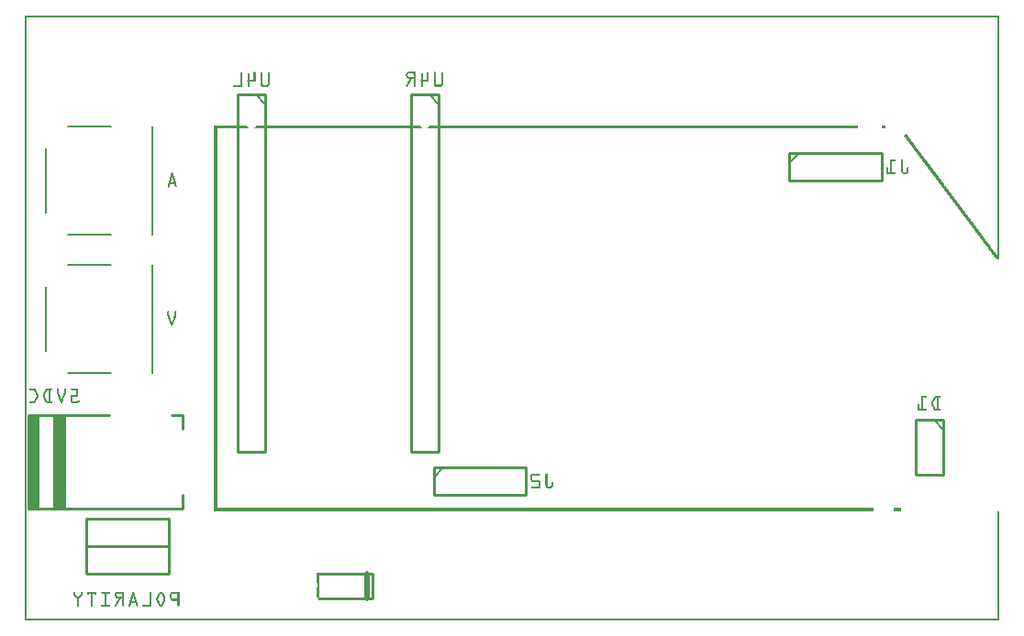
<source format=gbo>
G04 MADE WITH FRITZING*
G04 WWW.FRITZING.ORG*
G04 DOUBLE SIDED*
G04 HOLES PLATED*
G04 CONTOUR ON CENTER OF CONTOUR VECTOR*
%ASAXBY*%
%FSLAX23Y23*%
%MOIN*%
%OFA0B0*%
%SFA1.0B1.0*%
%ADD10C,0.010000*%
%ADD11C,0.020000*%
%ADD12C,0.005000*%
%ADD13C,0.008000*%
%ADD14R,0.001000X0.001000*%
%LNSILK0*%
G90*
G70*
G54D10*
X1263Y174D02*
X1068Y174D01*
D02*
X1068Y84D02*
X1263Y84D01*
D02*
X1263Y84D02*
X1263Y174D01*
G54D11*
D02*
X1243Y84D02*
X1243Y174D01*
G54D10*
D02*
X225Y374D02*
X525Y374D01*
D02*
X525Y374D02*
X525Y274D01*
D02*
X525Y274D02*
X225Y274D01*
D02*
X225Y274D02*
X225Y374D01*
D02*
X225Y274D02*
X525Y274D01*
D02*
X525Y274D02*
X525Y174D01*
D02*
X525Y174D02*
X225Y174D01*
D02*
X225Y174D02*
X225Y274D01*
D02*
X875Y1916D02*
X875Y616D01*
D02*
X875Y616D02*
X775Y616D01*
D02*
X775Y616D02*
X775Y1916D01*
D02*
X775Y1916D02*
X875Y1916D01*
G54D12*
D02*
X875Y1881D02*
X840Y1916D01*
G54D10*
D02*
X1505Y1916D02*
X1505Y616D01*
D02*
X1505Y616D02*
X1405Y616D01*
D02*
X1405Y616D02*
X1405Y1916D01*
D02*
X1405Y1916D02*
X1505Y1916D01*
G54D12*
D02*
X1505Y1881D02*
X1470Y1916D01*
G54D10*
D02*
X1486Y559D02*
X1822Y559D01*
D02*
X1822Y559D02*
X1822Y459D01*
D02*
X1822Y459D02*
X1486Y459D01*
D02*
X1486Y459D02*
X1486Y559D01*
G54D12*
D02*
X1521Y559D02*
X1486Y524D01*
G54D10*
D02*
X2778Y1703D02*
X3114Y1703D01*
D02*
X3114Y1703D02*
X3114Y1603D01*
D02*
X3114Y1603D02*
X2778Y1603D01*
D02*
X2778Y1603D02*
X2778Y1703D01*
G54D12*
D02*
X2813Y1703D02*
X2778Y1668D01*
G54D10*
D02*
X3339Y733D02*
X3339Y533D01*
D02*
X3339Y533D02*
X3239Y533D01*
D02*
X3239Y533D02*
X3239Y733D01*
D02*
X3239Y733D02*
X3339Y733D01*
G54D12*
D02*
X3339Y698D02*
X3304Y733D01*
G54D13*
D02*
X157Y903D02*
X314Y903D01*
D02*
X464Y903D02*
X464Y1297D01*
D02*
X157Y1297D02*
X314Y1297D01*
D02*
X78Y982D02*
X78Y1218D01*
D02*
X156Y1406D02*
X313Y1406D01*
D02*
X463Y1406D02*
X463Y1800D01*
D02*
X156Y1800D02*
X313Y1800D01*
D02*
X77Y1485D02*
X77Y1721D01*
G54D10*
D02*
X309Y749D02*
X14Y749D01*
D02*
X14Y749D02*
X14Y409D01*
D02*
X14Y409D02*
X574Y409D01*
D02*
X574Y409D02*
X574Y459D01*
D02*
X534Y749D02*
X574Y749D01*
D02*
X574Y749D02*
X574Y699D01*
D02*
X14Y749D02*
X14Y409D01*
D02*
X19Y749D02*
X19Y409D01*
D02*
X24Y749D02*
X24Y409D01*
D02*
X29Y749D02*
X29Y409D01*
D02*
X34Y749D02*
X34Y409D01*
D02*
X39Y749D02*
X39Y409D01*
D02*
X44Y749D02*
X44Y409D01*
D02*
X49Y749D02*
X49Y409D01*
D02*
X144Y749D02*
X144Y409D01*
D02*
X139Y749D02*
X139Y409D01*
D02*
X134Y749D02*
X134Y409D01*
D02*
X129Y749D02*
X129Y409D01*
D02*
X124Y749D02*
X124Y409D01*
D02*
X119Y749D02*
X119Y409D01*
D02*
X114Y749D02*
X114Y409D01*
D02*
X109Y749D02*
X109Y409D01*
G54D14*
X0Y2204D02*
X3541Y2204D01*
X0Y2203D02*
X3541Y2203D01*
X0Y2202D02*
X3541Y2202D01*
X0Y2201D02*
X3541Y2201D01*
X0Y2200D02*
X3541Y2200D01*
X0Y2199D02*
X3541Y2199D01*
X0Y2198D02*
X3541Y2198D01*
X0Y2197D02*
X3541Y2197D01*
X0Y2196D02*
X7Y2196D01*
X3534Y2196D02*
X3541Y2196D01*
X0Y2195D02*
X7Y2195D01*
X3534Y2195D02*
X3541Y2195D01*
X0Y2194D02*
X7Y2194D01*
X3534Y2194D02*
X3541Y2194D01*
X0Y2193D02*
X7Y2193D01*
X3534Y2193D02*
X3541Y2193D01*
X0Y2192D02*
X7Y2192D01*
X3534Y2192D02*
X3541Y2192D01*
X0Y2191D02*
X7Y2191D01*
X3534Y2191D02*
X3541Y2191D01*
X0Y2190D02*
X7Y2190D01*
X3534Y2190D02*
X3541Y2190D01*
X0Y2189D02*
X7Y2189D01*
X3534Y2189D02*
X3541Y2189D01*
X0Y2188D02*
X7Y2188D01*
X3534Y2188D02*
X3541Y2188D01*
X0Y2187D02*
X7Y2187D01*
X3534Y2187D02*
X3541Y2187D01*
X0Y2186D02*
X7Y2186D01*
X3534Y2186D02*
X3541Y2186D01*
X0Y2185D02*
X7Y2185D01*
X3534Y2185D02*
X3541Y2185D01*
X0Y2184D02*
X7Y2184D01*
X3534Y2184D02*
X3541Y2184D01*
X0Y2183D02*
X7Y2183D01*
X3534Y2183D02*
X3541Y2183D01*
X0Y2182D02*
X7Y2182D01*
X3534Y2182D02*
X3541Y2182D01*
X0Y2181D02*
X7Y2181D01*
X3534Y2181D02*
X3541Y2181D01*
X0Y2180D02*
X7Y2180D01*
X3534Y2180D02*
X3541Y2180D01*
X0Y2179D02*
X7Y2179D01*
X3534Y2179D02*
X3541Y2179D01*
X0Y2178D02*
X7Y2178D01*
X3534Y2178D02*
X3541Y2178D01*
X0Y2177D02*
X7Y2177D01*
X3534Y2177D02*
X3541Y2177D01*
X0Y2176D02*
X7Y2176D01*
X3534Y2176D02*
X3541Y2176D01*
X0Y2175D02*
X7Y2175D01*
X3534Y2175D02*
X3541Y2175D01*
X0Y2174D02*
X7Y2174D01*
X3534Y2174D02*
X3541Y2174D01*
X0Y2173D02*
X7Y2173D01*
X3534Y2173D02*
X3541Y2173D01*
X0Y2172D02*
X7Y2172D01*
X3534Y2172D02*
X3541Y2172D01*
X0Y2171D02*
X7Y2171D01*
X3534Y2171D02*
X3541Y2171D01*
X0Y2170D02*
X7Y2170D01*
X3534Y2170D02*
X3541Y2170D01*
X0Y2169D02*
X7Y2169D01*
X3534Y2169D02*
X3541Y2169D01*
X0Y2168D02*
X7Y2168D01*
X3534Y2168D02*
X3541Y2168D01*
X0Y2167D02*
X7Y2167D01*
X3534Y2167D02*
X3541Y2167D01*
X0Y2166D02*
X7Y2166D01*
X3534Y2166D02*
X3541Y2166D01*
X0Y2165D02*
X7Y2165D01*
X3534Y2165D02*
X3541Y2165D01*
X0Y2164D02*
X7Y2164D01*
X3534Y2164D02*
X3541Y2164D01*
X0Y2163D02*
X7Y2163D01*
X3534Y2163D02*
X3541Y2163D01*
X0Y2162D02*
X7Y2162D01*
X3534Y2162D02*
X3541Y2162D01*
X0Y2161D02*
X7Y2161D01*
X3534Y2161D02*
X3541Y2161D01*
X0Y2160D02*
X7Y2160D01*
X3534Y2160D02*
X3541Y2160D01*
X0Y2159D02*
X7Y2159D01*
X3534Y2159D02*
X3541Y2159D01*
X0Y2158D02*
X7Y2158D01*
X3534Y2158D02*
X3541Y2158D01*
X0Y2157D02*
X7Y2157D01*
X3534Y2157D02*
X3541Y2157D01*
X0Y2156D02*
X7Y2156D01*
X3534Y2156D02*
X3541Y2156D01*
X0Y2155D02*
X7Y2155D01*
X3534Y2155D02*
X3541Y2155D01*
X0Y2154D02*
X7Y2154D01*
X3534Y2154D02*
X3541Y2154D01*
X0Y2153D02*
X7Y2153D01*
X3534Y2153D02*
X3541Y2153D01*
X0Y2152D02*
X7Y2152D01*
X3534Y2152D02*
X3541Y2152D01*
X0Y2151D02*
X7Y2151D01*
X3534Y2151D02*
X3541Y2151D01*
X0Y2150D02*
X7Y2150D01*
X3534Y2150D02*
X3541Y2150D01*
X0Y2149D02*
X7Y2149D01*
X3534Y2149D02*
X3541Y2149D01*
X0Y2148D02*
X7Y2148D01*
X3534Y2148D02*
X3541Y2148D01*
X0Y2147D02*
X7Y2147D01*
X3534Y2147D02*
X3541Y2147D01*
X0Y2146D02*
X7Y2146D01*
X3534Y2146D02*
X3541Y2146D01*
X0Y2145D02*
X7Y2145D01*
X3534Y2145D02*
X3541Y2145D01*
X0Y2144D02*
X7Y2144D01*
X3534Y2144D02*
X3541Y2144D01*
X0Y2143D02*
X7Y2143D01*
X3534Y2143D02*
X3541Y2143D01*
X0Y2142D02*
X7Y2142D01*
X3534Y2142D02*
X3541Y2142D01*
X0Y2141D02*
X7Y2141D01*
X3534Y2141D02*
X3541Y2141D01*
X0Y2140D02*
X7Y2140D01*
X3534Y2140D02*
X3541Y2140D01*
X0Y2139D02*
X7Y2139D01*
X3534Y2139D02*
X3541Y2139D01*
X0Y2138D02*
X7Y2138D01*
X3534Y2138D02*
X3541Y2138D01*
X0Y2137D02*
X7Y2137D01*
X3534Y2137D02*
X3541Y2137D01*
X0Y2136D02*
X7Y2136D01*
X3534Y2136D02*
X3541Y2136D01*
X0Y2135D02*
X7Y2135D01*
X3534Y2135D02*
X3541Y2135D01*
X0Y2134D02*
X7Y2134D01*
X3534Y2134D02*
X3541Y2134D01*
X0Y2133D02*
X7Y2133D01*
X3534Y2133D02*
X3541Y2133D01*
X0Y2132D02*
X7Y2132D01*
X3534Y2132D02*
X3541Y2132D01*
X0Y2131D02*
X7Y2131D01*
X3534Y2131D02*
X3541Y2131D01*
X0Y2130D02*
X7Y2130D01*
X3534Y2130D02*
X3541Y2130D01*
X0Y2129D02*
X7Y2129D01*
X3534Y2129D02*
X3541Y2129D01*
X0Y2128D02*
X7Y2128D01*
X3534Y2128D02*
X3541Y2128D01*
X0Y2127D02*
X7Y2127D01*
X3534Y2127D02*
X3541Y2127D01*
X0Y2126D02*
X7Y2126D01*
X3534Y2126D02*
X3541Y2126D01*
X0Y2125D02*
X7Y2125D01*
X3534Y2125D02*
X3541Y2125D01*
X0Y2124D02*
X7Y2124D01*
X3534Y2124D02*
X3541Y2124D01*
X0Y2123D02*
X7Y2123D01*
X3534Y2123D02*
X3541Y2123D01*
X0Y2122D02*
X7Y2122D01*
X3534Y2122D02*
X3541Y2122D01*
X0Y2121D02*
X7Y2121D01*
X3534Y2121D02*
X3541Y2121D01*
X0Y2120D02*
X7Y2120D01*
X3534Y2120D02*
X3541Y2120D01*
X0Y2119D02*
X7Y2119D01*
X3534Y2119D02*
X3541Y2119D01*
X0Y2118D02*
X7Y2118D01*
X3534Y2118D02*
X3541Y2118D01*
X0Y2117D02*
X7Y2117D01*
X3534Y2117D02*
X3541Y2117D01*
X0Y2116D02*
X7Y2116D01*
X3534Y2116D02*
X3541Y2116D01*
X0Y2115D02*
X7Y2115D01*
X3534Y2115D02*
X3541Y2115D01*
X0Y2114D02*
X7Y2114D01*
X3534Y2114D02*
X3541Y2114D01*
X0Y2113D02*
X7Y2113D01*
X3534Y2113D02*
X3541Y2113D01*
X0Y2112D02*
X7Y2112D01*
X3534Y2112D02*
X3541Y2112D01*
X0Y2111D02*
X7Y2111D01*
X3534Y2111D02*
X3541Y2111D01*
X0Y2110D02*
X7Y2110D01*
X3534Y2110D02*
X3541Y2110D01*
X0Y2109D02*
X7Y2109D01*
X3534Y2109D02*
X3541Y2109D01*
X0Y2108D02*
X7Y2108D01*
X3534Y2108D02*
X3541Y2108D01*
X0Y2107D02*
X7Y2107D01*
X3534Y2107D02*
X3541Y2107D01*
X0Y2106D02*
X7Y2106D01*
X3534Y2106D02*
X3541Y2106D01*
X0Y2105D02*
X7Y2105D01*
X3534Y2105D02*
X3541Y2105D01*
X0Y2104D02*
X7Y2104D01*
X3534Y2104D02*
X3541Y2104D01*
X0Y2103D02*
X7Y2103D01*
X3534Y2103D02*
X3541Y2103D01*
X0Y2102D02*
X7Y2102D01*
X3534Y2102D02*
X3541Y2102D01*
X0Y2101D02*
X7Y2101D01*
X3534Y2101D02*
X3541Y2101D01*
X0Y2100D02*
X7Y2100D01*
X3534Y2100D02*
X3541Y2100D01*
X0Y2099D02*
X7Y2099D01*
X3534Y2099D02*
X3541Y2099D01*
X0Y2098D02*
X7Y2098D01*
X3534Y2098D02*
X3541Y2098D01*
X0Y2097D02*
X7Y2097D01*
X3534Y2097D02*
X3541Y2097D01*
X0Y2096D02*
X7Y2096D01*
X3534Y2096D02*
X3541Y2096D01*
X0Y2095D02*
X7Y2095D01*
X3534Y2095D02*
X3541Y2095D01*
X0Y2094D02*
X7Y2094D01*
X3534Y2094D02*
X3541Y2094D01*
X0Y2093D02*
X7Y2093D01*
X3534Y2093D02*
X3541Y2093D01*
X0Y2092D02*
X7Y2092D01*
X3534Y2092D02*
X3541Y2092D01*
X0Y2091D02*
X7Y2091D01*
X3534Y2091D02*
X3541Y2091D01*
X0Y2090D02*
X7Y2090D01*
X3534Y2090D02*
X3541Y2090D01*
X0Y2089D02*
X7Y2089D01*
X3534Y2089D02*
X3541Y2089D01*
X0Y2088D02*
X7Y2088D01*
X3534Y2088D02*
X3541Y2088D01*
X0Y2087D02*
X7Y2087D01*
X3534Y2087D02*
X3541Y2087D01*
X0Y2086D02*
X7Y2086D01*
X3534Y2086D02*
X3541Y2086D01*
X0Y2085D02*
X7Y2085D01*
X3534Y2085D02*
X3541Y2085D01*
X0Y2084D02*
X7Y2084D01*
X3534Y2084D02*
X3541Y2084D01*
X0Y2083D02*
X7Y2083D01*
X3534Y2083D02*
X3541Y2083D01*
X0Y2082D02*
X7Y2082D01*
X3534Y2082D02*
X3541Y2082D01*
X0Y2081D02*
X7Y2081D01*
X3534Y2081D02*
X3541Y2081D01*
X0Y2080D02*
X7Y2080D01*
X3534Y2080D02*
X3541Y2080D01*
X0Y2079D02*
X7Y2079D01*
X3534Y2079D02*
X3541Y2079D01*
X0Y2078D02*
X7Y2078D01*
X3534Y2078D02*
X3541Y2078D01*
X0Y2077D02*
X7Y2077D01*
X3534Y2077D02*
X3541Y2077D01*
X0Y2076D02*
X7Y2076D01*
X3534Y2076D02*
X3541Y2076D01*
X0Y2075D02*
X7Y2075D01*
X3534Y2075D02*
X3541Y2075D01*
X0Y2074D02*
X7Y2074D01*
X3534Y2074D02*
X3541Y2074D01*
X0Y2073D02*
X7Y2073D01*
X3534Y2073D02*
X3541Y2073D01*
X0Y2072D02*
X7Y2072D01*
X3534Y2072D02*
X3541Y2072D01*
X0Y2071D02*
X7Y2071D01*
X3534Y2071D02*
X3541Y2071D01*
X0Y2070D02*
X7Y2070D01*
X3534Y2070D02*
X3541Y2070D01*
X0Y2069D02*
X7Y2069D01*
X3534Y2069D02*
X3541Y2069D01*
X0Y2068D02*
X7Y2068D01*
X3534Y2068D02*
X3541Y2068D01*
X0Y2067D02*
X7Y2067D01*
X3534Y2067D02*
X3541Y2067D01*
X0Y2066D02*
X7Y2066D01*
X3534Y2066D02*
X3541Y2066D01*
X0Y2065D02*
X7Y2065D01*
X3534Y2065D02*
X3541Y2065D01*
X0Y2064D02*
X7Y2064D01*
X3534Y2064D02*
X3541Y2064D01*
X0Y2063D02*
X7Y2063D01*
X3534Y2063D02*
X3541Y2063D01*
X0Y2062D02*
X7Y2062D01*
X3534Y2062D02*
X3541Y2062D01*
X0Y2061D02*
X7Y2061D01*
X3534Y2061D02*
X3541Y2061D01*
X0Y2060D02*
X7Y2060D01*
X3534Y2060D02*
X3541Y2060D01*
X0Y2059D02*
X7Y2059D01*
X3534Y2059D02*
X3541Y2059D01*
X0Y2058D02*
X7Y2058D01*
X3534Y2058D02*
X3541Y2058D01*
X0Y2057D02*
X7Y2057D01*
X3534Y2057D02*
X3541Y2057D01*
X0Y2056D02*
X7Y2056D01*
X3534Y2056D02*
X3541Y2056D01*
X0Y2055D02*
X7Y2055D01*
X3534Y2055D02*
X3541Y2055D01*
X0Y2054D02*
X7Y2054D01*
X3534Y2054D02*
X3541Y2054D01*
X0Y2053D02*
X7Y2053D01*
X3534Y2053D02*
X3541Y2053D01*
X0Y2052D02*
X7Y2052D01*
X3534Y2052D02*
X3541Y2052D01*
X0Y2051D02*
X7Y2051D01*
X3534Y2051D02*
X3541Y2051D01*
X0Y2050D02*
X7Y2050D01*
X3534Y2050D02*
X3541Y2050D01*
X0Y2049D02*
X7Y2049D01*
X3534Y2049D02*
X3541Y2049D01*
X0Y2048D02*
X7Y2048D01*
X3534Y2048D02*
X3541Y2048D01*
X0Y2047D02*
X7Y2047D01*
X3534Y2047D02*
X3541Y2047D01*
X0Y2046D02*
X7Y2046D01*
X3534Y2046D02*
X3541Y2046D01*
X0Y2045D02*
X7Y2045D01*
X3534Y2045D02*
X3541Y2045D01*
X0Y2044D02*
X7Y2044D01*
X3534Y2044D02*
X3541Y2044D01*
X0Y2043D02*
X7Y2043D01*
X3534Y2043D02*
X3541Y2043D01*
X0Y2042D02*
X7Y2042D01*
X3534Y2042D02*
X3541Y2042D01*
X0Y2041D02*
X7Y2041D01*
X3534Y2041D02*
X3541Y2041D01*
X0Y2040D02*
X7Y2040D01*
X3534Y2040D02*
X3541Y2040D01*
X0Y2039D02*
X7Y2039D01*
X3534Y2039D02*
X3541Y2039D01*
X0Y2038D02*
X7Y2038D01*
X3534Y2038D02*
X3541Y2038D01*
X0Y2037D02*
X7Y2037D01*
X3534Y2037D02*
X3541Y2037D01*
X0Y2036D02*
X7Y2036D01*
X3534Y2036D02*
X3541Y2036D01*
X0Y2035D02*
X7Y2035D01*
X3534Y2035D02*
X3541Y2035D01*
X0Y2034D02*
X7Y2034D01*
X3534Y2034D02*
X3541Y2034D01*
X0Y2033D02*
X7Y2033D01*
X3534Y2033D02*
X3541Y2033D01*
X0Y2032D02*
X7Y2032D01*
X3534Y2032D02*
X3541Y2032D01*
X0Y2031D02*
X7Y2031D01*
X3534Y2031D02*
X3541Y2031D01*
X0Y2030D02*
X7Y2030D01*
X3534Y2030D02*
X3541Y2030D01*
X0Y2029D02*
X7Y2029D01*
X3534Y2029D02*
X3541Y2029D01*
X0Y2028D02*
X7Y2028D01*
X3534Y2028D02*
X3541Y2028D01*
X0Y2027D02*
X7Y2027D01*
X3534Y2027D02*
X3541Y2027D01*
X0Y2026D02*
X7Y2026D01*
X3534Y2026D02*
X3541Y2026D01*
X0Y2025D02*
X7Y2025D01*
X3534Y2025D02*
X3541Y2025D01*
X0Y2024D02*
X7Y2024D01*
X3534Y2024D02*
X3541Y2024D01*
X0Y2023D02*
X7Y2023D01*
X3534Y2023D02*
X3541Y2023D01*
X0Y2022D02*
X7Y2022D01*
X3534Y2022D02*
X3541Y2022D01*
X0Y2021D02*
X7Y2021D01*
X3534Y2021D02*
X3541Y2021D01*
X0Y2020D02*
X7Y2020D01*
X3534Y2020D02*
X3541Y2020D01*
X0Y2019D02*
X7Y2019D01*
X3534Y2019D02*
X3541Y2019D01*
X0Y2018D02*
X7Y2018D01*
X3534Y2018D02*
X3541Y2018D01*
X0Y2017D02*
X7Y2017D01*
X3534Y2017D02*
X3541Y2017D01*
X0Y2016D02*
X7Y2016D01*
X3534Y2016D02*
X3541Y2016D01*
X0Y2015D02*
X7Y2015D01*
X3534Y2015D02*
X3541Y2015D01*
X0Y2014D02*
X7Y2014D01*
X3534Y2014D02*
X3541Y2014D01*
X0Y2013D02*
X7Y2013D01*
X3534Y2013D02*
X3541Y2013D01*
X0Y2012D02*
X7Y2012D01*
X3534Y2012D02*
X3541Y2012D01*
X0Y2011D02*
X7Y2011D01*
X3534Y2011D02*
X3541Y2011D01*
X0Y2010D02*
X7Y2010D01*
X3534Y2010D02*
X3541Y2010D01*
X0Y2009D02*
X7Y2009D01*
X3534Y2009D02*
X3541Y2009D01*
X0Y2008D02*
X7Y2008D01*
X3534Y2008D02*
X3541Y2008D01*
X0Y2007D02*
X7Y2007D01*
X3534Y2007D02*
X3541Y2007D01*
X0Y2006D02*
X7Y2006D01*
X3534Y2006D02*
X3541Y2006D01*
X0Y2005D02*
X7Y2005D01*
X3534Y2005D02*
X3541Y2005D01*
X0Y2004D02*
X7Y2004D01*
X3534Y2004D02*
X3541Y2004D01*
X0Y2003D02*
X7Y2003D01*
X3534Y2003D02*
X3541Y2003D01*
X0Y2002D02*
X7Y2002D01*
X3534Y2002D02*
X3541Y2002D01*
X0Y2001D02*
X7Y2001D01*
X3534Y2001D02*
X3541Y2001D01*
X0Y2000D02*
X7Y2000D01*
X3534Y2000D02*
X3541Y2000D01*
X0Y1999D02*
X7Y1999D01*
X3534Y1999D02*
X3541Y1999D01*
X0Y1998D02*
X7Y1998D01*
X836Y1998D02*
X836Y1998D01*
X860Y1998D02*
X860Y1998D01*
X888Y1998D02*
X888Y1998D01*
X1395Y1998D02*
X1419Y1998D01*
X1465Y1998D02*
X1465Y1998D01*
X1489Y1998D02*
X1490Y1998D01*
X1517Y1998D02*
X1517Y1998D01*
X3534Y1998D02*
X3541Y1998D01*
X0Y1997D02*
X7Y1997D01*
X785Y1997D02*
X789Y1997D01*
X834Y1997D02*
X838Y1997D01*
X858Y1997D02*
X862Y1997D01*
X886Y1997D02*
X890Y1997D01*
X1392Y1997D02*
X1420Y1997D01*
X1463Y1997D02*
X1467Y1997D01*
X1488Y1997D02*
X1492Y1997D01*
X1515Y1997D02*
X1519Y1997D01*
X3534Y1997D02*
X3541Y1997D01*
X0Y1996D02*
X7Y1996D01*
X785Y1996D02*
X790Y1996D01*
X833Y1996D02*
X839Y1996D01*
X858Y1996D02*
X863Y1996D01*
X885Y1996D02*
X890Y1996D01*
X1390Y1996D02*
X1420Y1996D01*
X1463Y1996D02*
X1468Y1996D01*
X1487Y1996D02*
X1492Y1996D01*
X1514Y1996D02*
X1520Y1996D01*
X3534Y1996D02*
X3541Y1996D01*
X0Y1995D02*
X7Y1995D01*
X784Y1995D02*
X790Y1995D01*
X833Y1995D02*
X839Y1995D01*
X857Y1995D02*
X863Y1995D01*
X885Y1995D02*
X891Y1995D01*
X1389Y1995D02*
X1420Y1995D01*
X1462Y1995D02*
X1468Y1995D01*
X1487Y1995D02*
X1493Y1995D01*
X1514Y1995D02*
X1520Y1995D01*
X3534Y1995D02*
X3541Y1995D01*
X0Y1994D02*
X7Y1994D01*
X784Y1994D02*
X790Y1994D01*
X833Y1994D02*
X839Y1994D01*
X857Y1994D02*
X863Y1994D01*
X885Y1994D02*
X891Y1994D01*
X1388Y1994D02*
X1420Y1994D01*
X1462Y1994D02*
X1468Y1994D01*
X1487Y1994D02*
X1493Y1994D01*
X1514Y1994D02*
X1520Y1994D01*
X3534Y1994D02*
X3541Y1994D01*
X0Y1993D02*
X7Y1993D01*
X784Y1993D02*
X790Y1993D01*
X833Y1993D02*
X839Y1993D01*
X857Y1993D02*
X863Y1993D01*
X885Y1993D02*
X891Y1993D01*
X1388Y1993D02*
X1420Y1993D01*
X1462Y1993D02*
X1468Y1993D01*
X1487Y1993D02*
X1493Y1993D01*
X1514Y1993D02*
X1520Y1993D01*
X3534Y1993D02*
X3541Y1993D01*
X0Y1992D02*
X7Y1992D01*
X784Y1992D02*
X790Y1992D01*
X815Y1992D02*
X816Y1992D01*
X833Y1992D02*
X839Y1992D01*
X857Y1992D02*
X863Y1992D01*
X885Y1992D02*
X891Y1992D01*
X1387Y1992D02*
X1420Y1992D01*
X1444Y1992D02*
X1445Y1992D01*
X1462Y1992D02*
X1468Y1992D01*
X1487Y1992D02*
X1493Y1992D01*
X1514Y1992D02*
X1520Y1992D01*
X3534Y1992D02*
X3541Y1992D01*
X0Y1991D02*
X7Y1991D01*
X784Y1991D02*
X790Y1991D01*
X813Y1991D02*
X817Y1991D01*
X833Y1991D02*
X839Y1991D01*
X857Y1991D02*
X863Y1991D01*
X885Y1991D02*
X891Y1991D01*
X1387Y1991D02*
X1395Y1991D01*
X1413Y1991D02*
X1420Y1991D01*
X1442Y1991D02*
X1447Y1991D01*
X1462Y1991D02*
X1468Y1991D01*
X1487Y1991D02*
X1493Y1991D01*
X1514Y1991D02*
X1520Y1991D01*
X3534Y1991D02*
X3541Y1991D01*
X0Y1990D02*
X7Y1990D01*
X784Y1990D02*
X790Y1990D01*
X812Y1990D02*
X818Y1990D01*
X833Y1990D02*
X839Y1990D01*
X857Y1990D02*
X863Y1990D01*
X885Y1990D02*
X891Y1990D01*
X1386Y1990D02*
X1393Y1990D01*
X1414Y1990D02*
X1420Y1990D01*
X1442Y1990D02*
X1447Y1990D01*
X1462Y1990D02*
X1468Y1990D01*
X1487Y1990D02*
X1493Y1990D01*
X1514Y1990D02*
X1520Y1990D01*
X3534Y1990D02*
X3541Y1990D01*
X0Y1989D02*
X7Y1989D01*
X784Y1989D02*
X790Y1989D01*
X812Y1989D02*
X818Y1989D01*
X833Y1989D02*
X839Y1989D01*
X857Y1989D02*
X863Y1989D01*
X885Y1989D02*
X891Y1989D01*
X1386Y1989D02*
X1393Y1989D01*
X1414Y1989D02*
X1420Y1989D01*
X1442Y1989D02*
X1448Y1989D01*
X1462Y1989D02*
X1468Y1989D01*
X1487Y1989D02*
X1493Y1989D01*
X1514Y1989D02*
X1520Y1989D01*
X3534Y1989D02*
X3541Y1989D01*
X0Y1988D02*
X7Y1988D01*
X784Y1988D02*
X790Y1988D01*
X812Y1988D02*
X818Y1988D01*
X833Y1988D02*
X839Y1988D01*
X857Y1988D02*
X863Y1988D01*
X885Y1988D02*
X891Y1988D01*
X1386Y1988D02*
X1392Y1988D01*
X1414Y1988D02*
X1420Y1988D01*
X1442Y1988D02*
X1448Y1988D01*
X1462Y1988D02*
X1468Y1988D01*
X1487Y1988D02*
X1493Y1988D01*
X1514Y1988D02*
X1520Y1988D01*
X3534Y1988D02*
X3541Y1988D01*
X0Y1987D02*
X7Y1987D01*
X784Y1987D02*
X790Y1987D01*
X812Y1987D02*
X818Y1987D01*
X833Y1987D02*
X839Y1987D01*
X857Y1987D02*
X863Y1987D01*
X885Y1987D02*
X891Y1987D01*
X1386Y1987D02*
X1392Y1987D01*
X1414Y1987D02*
X1420Y1987D01*
X1442Y1987D02*
X1448Y1987D01*
X1462Y1987D02*
X1468Y1987D01*
X1487Y1987D02*
X1493Y1987D01*
X1514Y1987D02*
X1520Y1987D01*
X3534Y1987D02*
X3541Y1987D01*
X0Y1986D02*
X7Y1986D01*
X784Y1986D02*
X790Y1986D01*
X812Y1986D02*
X818Y1986D01*
X833Y1986D02*
X839Y1986D01*
X857Y1986D02*
X863Y1986D01*
X885Y1986D02*
X891Y1986D01*
X1386Y1986D02*
X1392Y1986D01*
X1414Y1986D02*
X1420Y1986D01*
X1442Y1986D02*
X1448Y1986D01*
X1462Y1986D02*
X1468Y1986D01*
X1487Y1986D02*
X1493Y1986D01*
X1514Y1986D02*
X1520Y1986D01*
X3534Y1986D02*
X3541Y1986D01*
X0Y1985D02*
X7Y1985D01*
X784Y1985D02*
X790Y1985D01*
X812Y1985D02*
X818Y1985D01*
X833Y1985D02*
X839Y1985D01*
X857Y1985D02*
X863Y1985D01*
X885Y1985D02*
X891Y1985D01*
X1386Y1985D02*
X1392Y1985D01*
X1414Y1985D02*
X1420Y1985D01*
X1442Y1985D02*
X1448Y1985D01*
X1462Y1985D02*
X1468Y1985D01*
X1487Y1985D02*
X1493Y1985D01*
X1514Y1985D02*
X1520Y1985D01*
X3534Y1985D02*
X3541Y1985D01*
X0Y1984D02*
X7Y1984D01*
X784Y1984D02*
X790Y1984D01*
X812Y1984D02*
X818Y1984D01*
X833Y1984D02*
X839Y1984D01*
X857Y1984D02*
X863Y1984D01*
X885Y1984D02*
X891Y1984D01*
X1386Y1984D02*
X1392Y1984D01*
X1414Y1984D02*
X1420Y1984D01*
X1442Y1984D02*
X1448Y1984D01*
X1462Y1984D02*
X1468Y1984D01*
X1487Y1984D02*
X1493Y1984D01*
X1514Y1984D02*
X1520Y1984D01*
X3534Y1984D02*
X3541Y1984D01*
X0Y1983D02*
X7Y1983D01*
X784Y1983D02*
X790Y1983D01*
X812Y1983D02*
X818Y1983D01*
X833Y1983D02*
X839Y1983D01*
X857Y1983D02*
X863Y1983D01*
X885Y1983D02*
X891Y1983D01*
X1386Y1983D02*
X1392Y1983D01*
X1414Y1983D02*
X1420Y1983D01*
X1442Y1983D02*
X1448Y1983D01*
X1462Y1983D02*
X1468Y1983D01*
X1487Y1983D02*
X1493Y1983D01*
X1514Y1983D02*
X1520Y1983D01*
X3534Y1983D02*
X3541Y1983D01*
X0Y1982D02*
X7Y1982D01*
X784Y1982D02*
X790Y1982D01*
X812Y1982D02*
X818Y1982D01*
X833Y1982D02*
X839Y1982D01*
X857Y1982D02*
X863Y1982D01*
X885Y1982D02*
X891Y1982D01*
X1386Y1982D02*
X1393Y1982D01*
X1414Y1982D02*
X1420Y1982D01*
X1442Y1982D02*
X1448Y1982D01*
X1462Y1982D02*
X1468Y1982D01*
X1487Y1982D02*
X1493Y1982D01*
X1514Y1982D02*
X1520Y1982D01*
X3534Y1982D02*
X3541Y1982D01*
X0Y1981D02*
X7Y1981D01*
X784Y1981D02*
X790Y1981D01*
X812Y1981D02*
X818Y1981D01*
X833Y1981D02*
X839Y1981D01*
X857Y1981D02*
X863Y1981D01*
X885Y1981D02*
X891Y1981D01*
X1387Y1981D02*
X1394Y1981D01*
X1414Y1981D02*
X1420Y1981D01*
X1442Y1981D02*
X1448Y1981D01*
X1462Y1981D02*
X1468Y1981D01*
X1487Y1981D02*
X1493Y1981D01*
X1514Y1981D02*
X1520Y1981D01*
X3534Y1981D02*
X3541Y1981D01*
X0Y1980D02*
X7Y1980D01*
X784Y1980D02*
X790Y1980D01*
X812Y1980D02*
X818Y1980D01*
X833Y1980D02*
X839Y1980D01*
X857Y1980D02*
X863Y1980D01*
X885Y1980D02*
X891Y1980D01*
X1387Y1980D02*
X1420Y1980D01*
X1442Y1980D02*
X1448Y1980D01*
X1462Y1980D02*
X1468Y1980D01*
X1487Y1980D02*
X1493Y1980D01*
X1514Y1980D02*
X1520Y1980D01*
X3534Y1980D02*
X3541Y1980D01*
X0Y1979D02*
X7Y1979D01*
X784Y1979D02*
X790Y1979D01*
X812Y1979D02*
X818Y1979D01*
X833Y1979D02*
X839Y1979D01*
X857Y1979D02*
X863Y1979D01*
X885Y1979D02*
X891Y1979D01*
X1388Y1979D02*
X1420Y1979D01*
X1442Y1979D02*
X1448Y1979D01*
X1462Y1979D02*
X1468Y1979D01*
X1487Y1979D02*
X1493Y1979D01*
X1514Y1979D02*
X1520Y1979D01*
X3534Y1979D02*
X3541Y1979D01*
X0Y1978D02*
X7Y1978D01*
X784Y1978D02*
X790Y1978D01*
X812Y1978D02*
X818Y1978D01*
X833Y1978D02*
X839Y1978D01*
X857Y1978D02*
X863Y1978D01*
X885Y1978D02*
X891Y1978D01*
X1388Y1978D02*
X1420Y1978D01*
X1442Y1978D02*
X1448Y1978D01*
X1462Y1978D02*
X1468Y1978D01*
X1487Y1978D02*
X1493Y1978D01*
X1514Y1978D02*
X1520Y1978D01*
X3534Y1978D02*
X3541Y1978D01*
X0Y1977D02*
X7Y1977D01*
X784Y1977D02*
X790Y1977D01*
X812Y1977D02*
X818Y1977D01*
X833Y1977D02*
X839Y1977D01*
X857Y1977D02*
X863Y1977D01*
X885Y1977D02*
X891Y1977D01*
X1389Y1977D02*
X1420Y1977D01*
X1442Y1977D02*
X1448Y1977D01*
X1462Y1977D02*
X1468Y1977D01*
X1487Y1977D02*
X1493Y1977D01*
X1514Y1977D02*
X1520Y1977D01*
X3534Y1977D02*
X3541Y1977D01*
X0Y1976D02*
X7Y1976D01*
X784Y1976D02*
X790Y1976D01*
X812Y1976D02*
X818Y1976D01*
X833Y1976D02*
X839Y1976D01*
X857Y1976D02*
X863Y1976D01*
X885Y1976D02*
X891Y1976D01*
X1390Y1976D02*
X1420Y1976D01*
X1442Y1976D02*
X1448Y1976D01*
X1462Y1976D02*
X1468Y1976D01*
X1487Y1976D02*
X1493Y1976D01*
X1514Y1976D02*
X1520Y1976D01*
X3534Y1976D02*
X3541Y1976D01*
X0Y1975D02*
X7Y1975D01*
X784Y1975D02*
X790Y1975D01*
X812Y1975D02*
X818Y1975D01*
X833Y1975D02*
X839Y1975D01*
X857Y1975D02*
X863Y1975D01*
X885Y1975D02*
X891Y1975D01*
X1391Y1975D02*
X1420Y1975D01*
X1442Y1975D02*
X1448Y1975D01*
X1462Y1975D02*
X1468Y1975D01*
X1487Y1975D02*
X1493Y1975D01*
X1514Y1975D02*
X1520Y1975D01*
X3534Y1975D02*
X3541Y1975D01*
X0Y1974D02*
X7Y1974D01*
X784Y1974D02*
X790Y1974D01*
X812Y1974D02*
X818Y1974D01*
X833Y1974D02*
X839Y1974D01*
X857Y1974D02*
X863Y1974D01*
X885Y1974D02*
X891Y1974D01*
X1393Y1974D02*
X1420Y1974D01*
X1442Y1974D02*
X1448Y1974D01*
X1462Y1974D02*
X1468Y1974D01*
X1487Y1974D02*
X1493Y1974D01*
X1514Y1974D02*
X1520Y1974D01*
X3534Y1974D02*
X3541Y1974D01*
X0Y1973D02*
X7Y1973D01*
X784Y1973D02*
X790Y1973D01*
X812Y1973D02*
X818Y1973D01*
X833Y1973D02*
X839Y1973D01*
X857Y1973D02*
X863Y1973D01*
X885Y1973D02*
X891Y1973D01*
X1400Y1973D02*
X1408Y1973D01*
X1414Y1973D02*
X1420Y1973D01*
X1442Y1973D02*
X1448Y1973D01*
X1462Y1973D02*
X1468Y1973D01*
X1487Y1973D02*
X1493Y1973D01*
X1514Y1973D02*
X1520Y1973D01*
X3534Y1973D02*
X3541Y1973D01*
X0Y1972D02*
X7Y1972D01*
X784Y1972D02*
X790Y1972D01*
X812Y1972D02*
X818Y1972D01*
X833Y1972D02*
X839Y1972D01*
X857Y1972D02*
X863Y1972D01*
X885Y1972D02*
X891Y1972D01*
X1400Y1972D02*
X1407Y1972D01*
X1414Y1972D02*
X1420Y1972D01*
X1442Y1972D02*
X1448Y1972D01*
X1462Y1972D02*
X1468Y1972D01*
X1487Y1972D02*
X1493Y1972D01*
X1514Y1972D02*
X1520Y1972D01*
X3534Y1972D02*
X3541Y1972D01*
X0Y1971D02*
X7Y1971D01*
X784Y1971D02*
X790Y1971D01*
X812Y1971D02*
X818Y1971D01*
X833Y1971D02*
X839Y1971D01*
X857Y1971D02*
X863Y1971D01*
X885Y1971D02*
X891Y1971D01*
X1399Y1971D02*
X1407Y1971D01*
X1414Y1971D02*
X1420Y1971D01*
X1442Y1971D02*
X1448Y1971D01*
X1462Y1971D02*
X1468Y1971D01*
X1487Y1971D02*
X1493Y1971D01*
X1514Y1971D02*
X1520Y1971D01*
X3534Y1971D02*
X3541Y1971D01*
X0Y1970D02*
X7Y1970D01*
X784Y1970D02*
X790Y1970D01*
X812Y1970D02*
X818Y1970D01*
X833Y1970D02*
X839Y1970D01*
X857Y1970D02*
X863Y1970D01*
X885Y1970D02*
X891Y1970D01*
X1399Y1970D02*
X1406Y1970D01*
X1414Y1970D02*
X1420Y1970D01*
X1442Y1970D02*
X1448Y1970D01*
X1462Y1970D02*
X1468Y1970D01*
X1487Y1970D02*
X1493Y1970D01*
X1514Y1970D02*
X1520Y1970D01*
X3534Y1970D02*
X3541Y1970D01*
X0Y1969D02*
X7Y1969D01*
X784Y1969D02*
X790Y1969D01*
X812Y1969D02*
X818Y1969D01*
X833Y1969D02*
X839Y1969D01*
X857Y1969D02*
X863Y1969D01*
X885Y1969D02*
X891Y1969D01*
X1398Y1969D02*
X1405Y1969D01*
X1414Y1969D02*
X1420Y1969D01*
X1441Y1969D02*
X1448Y1969D01*
X1462Y1969D02*
X1468Y1969D01*
X1487Y1969D02*
X1493Y1969D01*
X1514Y1969D02*
X1520Y1969D01*
X3534Y1969D02*
X3541Y1969D01*
X0Y1968D02*
X7Y1968D01*
X784Y1968D02*
X790Y1968D01*
X810Y1968D02*
X839Y1968D01*
X857Y1968D02*
X863Y1968D01*
X885Y1968D02*
X891Y1968D01*
X1398Y1968D02*
X1405Y1968D01*
X1414Y1968D02*
X1420Y1968D01*
X1440Y1968D02*
X1468Y1968D01*
X1487Y1968D02*
X1493Y1968D01*
X1514Y1968D02*
X1520Y1968D01*
X3534Y1968D02*
X3541Y1968D01*
X0Y1967D02*
X7Y1967D01*
X784Y1967D02*
X790Y1967D01*
X809Y1967D02*
X839Y1967D01*
X857Y1967D02*
X863Y1967D01*
X885Y1967D02*
X891Y1967D01*
X1397Y1967D02*
X1404Y1967D01*
X1414Y1967D02*
X1420Y1967D01*
X1439Y1967D02*
X1468Y1967D01*
X1487Y1967D02*
X1493Y1967D01*
X1514Y1967D02*
X1520Y1967D01*
X3534Y1967D02*
X3541Y1967D01*
X0Y1966D02*
X7Y1966D01*
X784Y1966D02*
X790Y1966D01*
X809Y1966D02*
X839Y1966D01*
X857Y1966D02*
X863Y1966D01*
X885Y1966D02*
X891Y1966D01*
X1396Y1966D02*
X1404Y1966D01*
X1414Y1966D02*
X1420Y1966D01*
X1438Y1966D02*
X1468Y1966D01*
X1487Y1966D02*
X1493Y1966D01*
X1514Y1966D02*
X1520Y1966D01*
X3534Y1966D02*
X3541Y1966D01*
X0Y1965D02*
X7Y1965D01*
X784Y1965D02*
X790Y1965D01*
X809Y1965D02*
X839Y1965D01*
X857Y1965D02*
X863Y1965D01*
X885Y1965D02*
X891Y1965D01*
X1396Y1965D02*
X1403Y1965D01*
X1414Y1965D02*
X1420Y1965D01*
X1438Y1965D02*
X1468Y1965D01*
X1487Y1965D02*
X1493Y1965D01*
X1514Y1965D02*
X1520Y1965D01*
X3534Y1965D02*
X3541Y1965D01*
X0Y1964D02*
X7Y1964D01*
X784Y1964D02*
X790Y1964D01*
X809Y1964D02*
X839Y1964D01*
X857Y1964D02*
X863Y1964D01*
X885Y1964D02*
X891Y1964D01*
X1395Y1964D02*
X1402Y1964D01*
X1414Y1964D02*
X1420Y1964D01*
X1438Y1964D02*
X1468Y1964D01*
X1487Y1964D02*
X1493Y1964D01*
X1514Y1964D02*
X1520Y1964D01*
X3534Y1964D02*
X3541Y1964D01*
X0Y1963D02*
X7Y1963D01*
X784Y1963D02*
X790Y1963D01*
X809Y1963D02*
X839Y1963D01*
X857Y1963D02*
X863Y1963D01*
X885Y1963D02*
X891Y1963D01*
X1395Y1963D02*
X1402Y1963D01*
X1414Y1963D02*
X1420Y1963D01*
X1439Y1963D02*
X1468Y1963D01*
X1487Y1963D02*
X1493Y1963D01*
X1514Y1963D02*
X1520Y1963D01*
X3534Y1963D02*
X3541Y1963D01*
X0Y1962D02*
X7Y1962D01*
X784Y1962D02*
X790Y1962D01*
X811Y1962D02*
X839Y1962D01*
X857Y1962D02*
X863Y1962D01*
X885Y1962D02*
X891Y1962D01*
X1394Y1962D02*
X1401Y1962D01*
X1414Y1962D02*
X1420Y1962D01*
X1440Y1962D02*
X1468Y1962D01*
X1487Y1962D02*
X1493Y1962D01*
X1514Y1962D02*
X1520Y1962D01*
X3534Y1962D02*
X3541Y1962D01*
X0Y1961D02*
X7Y1961D01*
X784Y1961D02*
X790Y1961D01*
X812Y1961D02*
X818Y1961D01*
X857Y1961D02*
X863Y1961D01*
X885Y1961D02*
X891Y1961D01*
X1393Y1961D02*
X1401Y1961D01*
X1414Y1961D02*
X1420Y1961D01*
X1442Y1961D02*
X1448Y1961D01*
X1487Y1961D02*
X1493Y1961D01*
X1514Y1961D02*
X1520Y1961D01*
X3534Y1961D02*
X3541Y1961D01*
X0Y1960D02*
X7Y1960D01*
X784Y1960D02*
X790Y1960D01*
X812Y1960D02*
X818Y1960D01*
X857Y1960D02*
X863Y1960D01*
X885Y1960D02*
X891Y1960D01*
X1393Y1960D02*
X1400Y1960D01*
X1414Y1960D02*
X1420Y1960D01*
X1442Y1960D02*
X1448Y1960D01*
X1487Y1960D02*
X1493Y1960D01*
X1514Y1960D02*
X1520Y1960D01*
X3534Y1960D02*
X3541Y1960D01*
X0Y1959D02*
X7Y1959D01*
X784Y1959D02*
X790Y1959D01*
X812Y1959D02*
X818Y1959D01*
X857Y1959D02*
X863Y1959D01*
X885Y1959D02*
X891Y1959D01*
X1392Y1959D02*
X1400Y1959D01*
X1414Y1959D02*
X1420Y1959D01*
X1442Y1959D02*
X1448Y1959D01*
X1487Y1959D02*
X1493Y1959D01*
X1514Y1959D02*
X1520Y1959D01*
X3534Y1959D02*
X3541Y1959D01*
X0Y1958D02*
X7Y1958D01*
X784Y1958D02*
X790Y1958D01*
X812Y1958D02*
X818Y1958D01*
X857Y1958D02*
X863Y1958D01*
X885Y1958D02*
X891Y1958D01*
X1392Y1958D02*
X1399Y1958D01*
X1414Y1958D02*
X1420Y1958D01*
X1442Y1958D02*
X1448Y1958D01*
X1487Y1958D02*
X1493Y1958D01*
X1514Y1958D02*
X1520Y1958D01*
X3534Y1958D02*
X3541Y1958D01*
X0Y1957D02*
X7Y1957D01*
X784Y1957D02*
X790Y1957D01*
X812Y1957D02*
X818Y1957D01*
X857Y1957D02*
X863Y1957D01*
X885Y1957D02*
X891Y1957D01*
X1391Y1957D02*
X1398Y1957D01*
X1414Y1957D02*
X1420Y1957D01*
X1442Y1957D02*
X1448Y1957D01*
X1487Y1957D02*
X1493Y1957D01*
X1514Y1957D02*
X1520Y1957D01*
X3534Y1957D02*
X3541Y1957D01*
X0Y1956D02*
X7Y1956D01*
X784Y1956D02*
X790Y1956D01*
X812Y1956D02*
X818Y1956D01*
X857Y1956D02*
X863Y1956D01*
X885Y1956D02*
X891Y1956D01*
X1391Y1956D02*
X1398Y1956D01*
X1414Y1956D02*
X1420Y1956D01*
X1442Y1956D02*
X1448Y1956D01*
X1487Y1956D02*
X1493Y1956D01*
X1514Y1956D02*
X1520Y1956D01*
X3534Y1956D02*
X3541Y1956D01*
X0Y1955D02*
X7Y1955D01*
X784Y1955D02*
X790Y1955D01*
X812Y1955D02*
X818Y1955D01*
X857Y1955D02*
X863Y1955D01*
X885Y1955D02*
X891Y1955D01*
X1390Y1955D02*
X1397Y1955D01*
X1414Y1955D02*
X1420Y1955D01*
X1442Y1955D02*
X1448Y1955D01*
X1487Y1955D02*
X1493Y1955D01*
X1514Y1955D02*
X1520Y1955D01*
X3534Y1955D02*
X3541Y1955D01*
X0Y1954D02*
X7Y1954D01*
X784Y1954D02*
X790Y1954D01*
X812Y1954D02*
X818Y1954D01*
X857Y1954D02*
X863Y1954D01*
X885Y1954D02*
X891Y1954D01*
X1389Y1954D02*
X1397Y1954D01*
X1414Y1954D02*
X1420Y1954D01*
X1442Y1954D02*
X1448Y1954D01*
X1487Y1954D02*
X1493Y1954D01*
X1514Y1954D02*
X1520Y1954D01*
X3534Y1954D02*
X3541Y1954D01*
X0Y1953D02*
X7Y1953D01*
X784Y1953D02*
X790Y1953D01*
X812Y1953D02*
X818Y1953D01*
X857Y1953D02*
X864Y1953D01*
X884Y1953D02*
X891Y1953D01*
X1389Y1953D02*
X1396Y1953D01*
X1414Y1953D02*
X1420Y1953D01*
X1442Y1953D02*
X1448Y1953D01*
X1487Y1953D02*
X1493Y1953D01*
X1514Y1953D02*
X1520Y1953D01*
X3534Y1953D02*
X3541Y1953D01*
X0Y1952D02*
X7Y1952D01*
X784Y1952D02*
X790Y1952D01*
X812Y1952D02*
X818Y1952D01*
X857Y1952D02*
X864Y1952D01*
X884Y1952D02*
X890Y1952D01*
X1388Y1952D02*
X1395Y1952D01*
X1414Y1952D02*
X1420Y1952D01*
X1442Y1952D02*
X1448Y1952D01*
X1487Y1952D02*
X1494Y1952D01*
X1513Y1952D02*
X1520Y1952D01*
X3534Y1952D02*
X3541Y1952D01*
X0Y1951D02*
X7Y1951D01*
X784Y1951D02*
X790Y1951D01*
X812Y1951D02*
X818Y1951D01*
X858Y1951D02*
X866Y1951D01*
X882Y1951D02*
X890Y1951D01*
X1388Y1951D02*
X1395Y1951D01*
X1414Y1951D02*
X1420Y1951D01*
X1442Y1951D02*
X1448Y1951D01*
X1487Y1951D02*
X1520Y1951D01*
X3534Y1951D02*
X3541Y1951D01*
X0Y1950D02*
X7Y1950D01*
X758Y1950D02*
X790Y1950D01*
X812Y1950D02*
X818Y1950D01*
X858Y1950D02*
X890Y1950D01*
X1387Y1950D02*
X1394Y1950D01*
X1414Y1950D02*
X1420Y1950D01*
X1442Y1950D02*
X1448Y1950D01*
X1488Y1950D02*
X1519Y1950D01*
X3534Y1950D02*
X3541Y1950D01*
X0Y1949D02*
X7Y1949D01*
X757Y1949D02*
X790Y1949D01*
X812Y1949D02*
X818Y1949D01*
X859Y1949D02*
X889Y1949D01*
X1387Y1949D02*
X1394Y1949D01*
X1414Y1949D02*
X1420Y1949D01*
X1442Y1949D02*
X1448Y1949D01*
X1488Y1949D02*
X1519Y1949D01*
X3534Y1949D02*
X3541Y1949D01*
X0Y1948D02*
X7Y1948D01*
X757Y1948D02*
X790Y1948D01*
X812Y1948D02*
X818Y1948D01*
X859Y1948D02*
X888Y1948D01*
X1386Y1948D02*
X1393Y1948D01*
X1414Y1948D02*
X1420Y1948D01*
X1442Y1948D02*
X1448Y1948D01*
X1489Y1948D02*
X1518Y1948D01*
X3534Y1948D02*
X3541Y1948D01*
X0Y1947D02*
X7Y1947D01*
X757Y1947D02*
X790Y1947D01*
X812Y1947D02*
X818Y1947D01*
X860Y1947D02*
X888Y1947D01*
X1386Y1947D02*
X1393Y1947D01*
X1414Y1947D02*
X1420Y1947D01*
X1442Y1947D02*
X1447Y1947D01*
X1490Y1947D02*
X1517Y1947D01*
X3534Y1947D02*
X3541Y1947D01*
X0Y1946D02*
X7Y1946D01*
X757Y1946D02*
X790Y1946D01*
X813Y1946D02*
X818Y1946D01*
X861Y1946D02*
X886Y1946D01*
X1387Y1946D02*
X1392Y1946D01*
X1414Y1946D02*
X1419Y1946D01*
X1442Y1946D02*
X1447Y1946D01*
X1491Y1946D02*
X1516Y1946D01*
X3534Y1946D02*
X3541Y1946D01*
X0Y1945D02*
X7Y1945D01*
X758Y1945D02*
X790Y1945D01*
X813Y1945D02*
X817Y1945D01*
X863Y1945D02*
X885Y1945D01*
X1387Y1945D02*
X1391Y1945D01*
X1415Y1945D02*
X1419Y1945D01*
X1443Y1945D02*
X1446Y1945D01*
X1493Y1945D02*
X1514Y1945D01*
X3534Y1945D02*
X3541Y1945D01*
X0Y1944D02*
X7Y1944D01*
X760Y1944D02*
X790Y1944D01*
X815Y1944D02*
X815Y1944D01*
X867Y1944D02*
X881Y1944D01*
X1497Y1944D02*
X1510Y1944D01*
X3534Y1944D02*
X3541Y1944D01*
X0Y1943D02*
X7Y1943D01*
X3534Y1943D02*
X3541Y1943D01*
X0Y1942D02*
X7Y1942D01*
X3534Y1942D02*
X3541Y1942D01*
X0Y1941D02*
X7Y1941D01*
X3534Y1941D02*
X3541Y1941D01*
X0Y1940D02*
X7Y1940D01*
X3534Y1940D02*
X3541Y1940D01*
X0Y1939D02*
X7Y1939D01*
X3534Y1939D02*
X3541Y1939D01*
X0Y1938D02*
X7Y1938D01*
X3534Y1938D02*
X3541Y1938D01*
X0Y1937D02*
X7Y1937D01*
X3534Y1937D02*
X3541Y1937D01*
X0Y1936D02*
X7Y1936D01*
X3534Y1936D02*
X3541Y1936D01*
X0Y1935D02*
X7Y1935D01*
X3534Y1935D02*
X3541Y1935D01*
X0Y1934D02*
X7Y1934D01*
X3534Y1934D02*
X3541Y1934D01*
X0Y1933D02*
X7Y1933D01*
X3534Y1933D02*
X3541Y1933D01*
X0Y1932D02*
X7Y1932D01*
X3534Y1932D02*
X3541Y1932D01*
X0Y1931D02*
X7Y1931D01*
X3534Y1931D02*
X3541Y1931D01*
X0Y1930D02*
X7Y1930D01*
X3534Y1930D02*
X3541Y1930D01*
X0Y1929D02*
X7Y1929D01*
X3534Y1929D02*
X3541Y1929D01*
X0Y1928D02*
X7Y1928D01*
X3534Y1928D02*
X3541Y1928D01*
X0Y1927D02*
X7Y1927D01*
X3534Y1927D02*
X3541Y1927D01*
X0Y1926D02*
X7Y1926D01*
X3534Y1926D02*
X3541Y1926D01*
X0Y1925D02*
X7Y1925D01*
X3534Y1925D02*
X3541Y1925D01*
X0Y1924D02*
X7Y1924D01*
X3534Y1924D02*
X3541Y1924D01*
X0Y1923D02*
X7Y1923D01*
X3534Y1923D02*
X3541Y1923D01*
X0Y1922D02*
X7Y1922D01*
X3534Y1922D02*
X3541Y1922D01*
X0Y1921D02*
X7Y1921D01*
X3534Y1921D02*
X3541Y1921D01*
X0Y1920D02*
X7Y1920D01*
X3534Y1920D02*
X3541Y1920D01*
X0Y1919D02*
X7Y1919D01*
X3534Y1919D02*
X3541Y1919D01*
X0Y1918D02*
X7Y1918D01*
X3534Y1918D02*
X3541Y1918D01*
X0Y1917D02*
X7Y1917D01*
X3534Y1917D02*
X3541Y1917D01*
X0Y1916D02*
X7Y1916D01*
X3534Y1916D02*
X3541Y1916D01*
X0Y1915D02*
X7Y1915D01*
X3534Y1915D02*
X3541Y1915D01*
X0Y1914D02*
X7Y1914D01*
X3534Y1914D02*
X3541Y1914D01*
X0Y1913D02*
X7Y1913D01*
X3534Y1913D02*
X3541Y1913D01*
X0Y1912D02*
X7Y1912D01*
X3534Y1912D02*
X3541Y1912D01*
X0Y1911D02*
X7Y1911D01*
X3534Y1911D02*
X3541Y1911D01*
X0Y1910D02*
X7Y1910D01*
X3534Y1910D02*
X3541Y1910D01*
X0Y1909D02*
X7Y1909D01*
X3534Y1909D02*
X3541Y1909D01*
X0Y1908D02*
X7Y1908D01*
X3534Y1908D02*
X3541Y1908D01*
X0Y1907D02*
X7Y1907D01*
X3534Y1907D02*
X3541Y1907D01*
X0Y1906D02*
X7Y1906D01*
X3534Y1906D02*
X3541Y1906D01*
X0Y1905D02*
X7Y1905D01*
X3534Y1905D02*
X3541Y1905D01*
X0Y1904D02*
X7Y1904D01*
X3534Y1904D02*
X3541Y1904D01*
X0Y1903D02*
X7Y1903D01*
X3534Y1903D02*
X3541Y1903D01*
X0Y1902D02*
X7Y1902D01*
X3534Y1902D02*
X3541Y1902D01*
X0Y1901D02*
X7Y1901D01*
X3534Y1901D02*
X3541Y1901D01*
X0Y1900D02*
X7Y1900D01*
X3534Y1900D02*
X3541Y1900D01*
X0Y1899D02*
X7Y1899D01*
X3534Y1899D02*
X3541Y1899D01*
X0Y1898D02*
X7Y1898D01*
X3534Y1898D02*
X3541Y1898D01*
X0Y1897D02*
X7Y1897D01*
X3534Y1897D02*
X3541Y1897D01*
X0Y1896D02*
X7Y1896D01*
X3534Y1896D02*
X3541Y1896D01*
X0Y1895D02*
X7Y1895D01*
X3534Y1895D02*
X3541Y1895D01*
X0Y1894D02*
X7Y1894D01*
X3534Y1894D02*
X3541Y1894D01*
X0Y1893D02*
X7Y1893D01*
X3534Y1893D02*
X3541Y1893D01*
X0Y1892D02*
X7Y1892D01*
X3534Y1892D02*
X3541Y1892D01*
X0Y1891D02*
X7Y1891D01*
X3534Y1891D02*
X3541Y1891D01*
X0Y1890D02*
X7Y1890D01*
X3534Y1890D02*
X3541Y1890D01*
X0Y1889D02*
X7Y1889D01*
X3534Y1889D02*
X3541Y1889D01*
X0Y1888D02*
X7Y1888D01*
X3534Y1888D02*
X3541Y1888D01*
X0Y1887D02*
X7Y1887D01*
X3534Y1887D02*
X3541Y1887D01*
X0Y1886D02*
X7Y1886D01*
X3534Y1886D02*
X3541Y1886D01*
X0Y1885D02*
X7Y1885D01*
X3534Y1885D02*
X3541Y1885D01*
X0Y1884D02*
X7Y1884D01*
X3534Y1884D02*
X3541Y1884D01*
X0Y1883D02*
X7Y1883D01*
X3534Y1883D02*
X3541Y1883D01*
X0Y1882D02*
X7Y1882D01*
X3534Y1882D02*
X3541Y1882D01*
X0Y1881D02*
X7Y1881D01*
X3534Y1881D02*
X3541Y1881D01*
X0Y1880D02*
X7Y1880D01*
X3534Y1880D02*
X3541Y1880D01*
X0Y1879D02*
X7Y1879D01*
X3534Y1879D02*
X3541Y1879D01*
X0Y1878D02*
X7Y1878D01*
X3534Y1878D02*
X3541Y1878D01*
X0Y1877D02*
X7Y1877D01*
X3534Y1877D02*
X3541Y1877D01*
X0Y1876D02*
X7Y1876D01*
X3534Y1876D02*
X3541Y1876D01*
X0Y1875D02*
X7Y1875D01*
X3534Y1875D02*
X3541Y1875D01*
X0Y1874D02*
X7Y1874D01*
X3534Y1874D02*
X3541Y1874D01*
X0Y1873D02*
X7Y1873D01*
X3534Y1873D02*
X3541Y1873D01*
X0Y1872D02*
X7Y1872D01*
X3534Y1872D02*
X3541Y1872D01*
X0Y1871D02*
X7Y1871D01*
X3534Y1871D02*
X3541Y1871D01*
X0Y1870D02*
X7Y1870D01*
X3534Y1870D02*
X3541Y1870D01*
X0Y1869D02*
X7Y1869D01*
X3534Y1869D02*
X3541Y1869D01*
X0Y1868D02*
X7Y1868D01*
X3534Y1868D02*
X3541Y1868D01*
X0Y1867D02*
X7Y1867D01*
X3534Y1867D02*
X3541Y1867D01*
X0Y1866D02*
X7Y1866D01*
X3534Y1866D02*
X3541Y1866D01*
X0Y1865D02*
X7Y1865D01*
X3534Y1865D02*
X3541Y1865D01*
X0Y1864D02*
X7Y1864D01*
X3534Y1864D02*
X3541Y1864D01*
X0Y1863D02*
X7Y1863D01*
X3534Y1863D02*
X3541Y1863D01*
X0Y1862D02*
X7Y1862D01*
X3534Y1862D02*
X3541Y1862D01*
X0Y1861D02*
X7Y1861D01*
X3534Y1861D02*
X3541Y1861D01*
X0Y1860D02*
X7Y1860D01*
X3534Y1860D02*
X3541Y1860D01*
X0Y1859D02*
X7Y1859D01*
X3534Y1859D02*
X3541Y1859D01*
X0Y1858D02*
X7Y1858D01*
X3534Y1858D02*
X3541Y1858D01*
X0Y1857D02*
X7Y1857D01*
X3534Y1857D02*
X3541Y1857D01*
X0Y1856D02*
X7Y1856D01*
X3534Y1856D02*
X3541Y1856D01*
X0Y1855D02*
X7Y1855D01*
X3534Y1855D02*
X3541Y1855D01*
X0Y1854D02*
X7Y1854D01*
X3534Y1854D02*
X3541Y1854D01*
X0Y1853D02*
X7Y1853D01*
X3534Y1853D02*
X3541Y1853D01*
X0Y1852D02*
X7Y1852D01*
X3534Y1852D02*
X3541Y1852D01*
X0Y1851D02*
X7Y1851D01*
X3534Y1851D02*
X3541Y1851D01*
X0Y1850D02*
X7Y1850D01*
X3534Y1850D02*
X3541Y1850D01*
X0Y1849D02*
X7Y1849D01*
X3534Y1849D02*
X3541Y1849D01*
X0Y1848D02*
X7Y1848D01*
X3534Y1848D02*
X3541Y1848D01*
X0Y1847D02*
X7Y1847D01*
X3534Y1847D02*
X3541Y1847D01*
X0Y1846D02*
X7Y1846D01*
X3534Y1846D02*
X3541Y1846D01*
X0Y1845D02*
X7Y1845D01*
X3534Y1845D02*
X3541Y1845D01*
X0Y1844D02*
X7Y1844D01*
X3534Y1844D02*
X3541Y1844D01*
X0Y1843D02*
X7Y1843D01*
X3534Y1843D02*
X3541Y1843D01*
X0Y1842D02*
X7Y1842D01*
X3534Y1842D02*
X3541Y1842D01*
X0Y1841D02*
X7Y1841D01*
X3534Y1841D02*
X3541Y1841D01*
X0Y1840D02*
X7Y1840D01*
X3534Y1840D02*
X3541Y1840D01*
X0Y1839D02*
X7Y1839D01*
X3534Y1839D02*
X3541Y1839D01*
X0Y1838D02*
X7Y1838D01*
X3534Y1838D02*
X3541Y1838D01*
X0Y1837D02*
X7Y1837D01*
X3534Y1837D02*
X3541Y1837D01*
X0Y1836D02*
X7Y1836D01*
X3534Y1836D02*
X3541Y1836D01*
X0Y1835D02*
X7Y1835D01*
X3534Y1835D02*
X3541Y1835D01*
X0Y1834D02*
X7Y1834D01*
X3534Y1834D02*
X3541Y1834D01*
X0Y1833D02*
X7Y1833D01*
X3534Y1833D02*
X3541Y1833D01*
X0Y1832D02*
X7Y1832D01*
X3534Y1832D02*
X3541Y1832D01*
X0Y1831D02*
X7Y1831D01*
X3534Y1831D02*
X3541Y1831D01*
X0Y1830D02*
X7Y1830D01*
X3534Y1830D02*
X3541Y1830D01*
X0Y1829D02*
X7Y1829D01*
X3534Y1829D02*
X3541Y1829D01*
X0Y1828D02*
X7Y1828D01*
X3534Y1828D02*
X3541Y1828D01*
X0Y1827D02*
X7Y1827D01*
X3534Y1827D02*
X3541Y1827D01*
X0Y1826D02*
X7Y1826D01*
X3534Y1826D02*
X3541Y1826D01*
X0Y1825D02*
X7Y1825D01*
X3534Y1825D02*
X3541Y1825D01*
X0Y1824D02*
X7Y1824D01*
X3534Y1824D02*
X3541Y1824D01*
X0Y1823D02*
X7Y1823D01*
X3534Y1823D02*
X3541Y1823D01*
X0Y1822D02*
X7Y1822D01*
X3534Y1822D02*
X3541Y1822D01*
X0Y1821D02*
X7Y1821D01*
X3534Y1821D02*
X3541Y1821D01*
X0Y1820D02*
X7Y1820D01*
X3534Y1820D02*
X3541Y1820D01*
X0Y1819D02*
X7Y1819D01*
X3534Y1819D02*
X3541Y1819D01*
X0Y1818D02*
X7Y1818D01*
X3534Y1818D02*
X3541Y1818D01*
X0Y1817D02*
X7Y1817D01*
X3534Y1817D02*
X3541Y1817D01*
X0Y1816D02*
X7Y1816D01*
X3534Y1816D02*
X3541Y1816D01*
X0Y1815D02*
X7Y1815D01*
X3534Y1815D02*
X3541Y1815D01*
X0Y1814D02*
X7Y1814D01*
X3534Y1814D02*
X3541Y1814D01*
X0Y1813D02*
X7Y1813D01*
X3534Y1813D02*
X3541Y1813D01*
X0Y1812D02*
X7Y1812D01*
X3534Y1812D02*
X3541Y1812D01*
X0Y1811D02*
X7Y1811D01*
X3534Y1811D02*
X3541Y1811D01*
X0Y1810D02*
X7Y1810D01*
X3534Y1810D02*
X3541Y1810D01*
X0Y1809D02*
X7Y1809D01*
X3534Y1809D02*
X3541Y1809D01*
X0Y1808D02*
X7Y1808D01*
X3534Y1808D02*
X3541Y1808D01*
X0Y1807D02*
X7Y1807D01*
X3534Y1807D02*
X3541Y1807D01*
X0Y1806D02*
X7Y1806D01*
X3534Y1806D02*
X3541Y1806D01*
X0Y1805D02*
X7Y1805D01*
X3534Y1805D02*
X3541Y1805D01*
X0Y1804D02*
X7Y1804D01*
X687Y1804D02*
X804Y1804D01*
X846Y1804D02*
X1433Y1804D01*
X1475Y1804D02*
X3027Y1804D01*
X3116Y1804D02*
X3127Y1804D01*
X3534Y1804D02*
X3541Y1804D01*
X0Y1803D02*
X7Y1803D01*
X687Y1803D02*
X804Y1803D01*
X845Y1803D02*
X1434Y1803D01*
X1474Y1803D02*
X3027Y1803D01*
X3116Y1803D02*
X3127Y1803D01*
X3534Y1803D02*
X3541Y1803D01*
X0Y1802D02*
X7Y1802D01*
X687Y1802D02*
X805Y1802D01*
X844Y1802D02*
X1435Y1802D01*
X1473Y1802D02*
X3027Y1802D01*
X3116Y1802D02*
X3127Y1802D01*
X3534Y1802D02*
X3541Y1802D01*
X0Y1801D02*
X7Y1801D01*
X687Y1801D02*
X806Y1801D01*
X843Y1801D02*
X1436Y1801D01*
X1473Y1801D02*
X3027Y1801D01*
X3116Y1801D02*
X3127Y1801D01*
X3534Y1801D02*
X3541Y1801D01*
X0Y1800D02*
X7Y1800D01*
X687Y1800D02*
X807Y1800D01*
X842Y1800D02*
X1436Y1800D01*
X1472Y1800D02*
X3027Y1800D01*
X3116Y1800D02*
X3127Y1800D01*
X3534Y1800D02*
X3541Y1800D01*
X0Y1799D02*
X7Y1799D01*
X687Y1799D02*
X808Y1799D01*
X841Y1799D02*
X1437Y1799D01*
X1471Y1799D02*
X3027Y1799D01*
X3116Y1799D02*
X3127Y1799D01*
X3534Y1799D02*
X3541Y1799D01*
X0Y1798D02*
X7Y1798D01*
X687Y1798D02*
X809Y1798D01*
X840Y1798D02*
X1439Y1798D01*
X1469Y1798D02*
X3027Y1798D01*
X3116Y1798D02*
X3127Y1798D01*
X3534Y1798D02*
X3541Y1798D01*
X0Y1797D02*
X7Y1797D01*
X687Y1797D02*
X810Y1797D01*
X839Y1797D02*
X1440Y1797D01*
X1468Y1797D02*
X3027Y1797D01*
X3116Y1797D02*
X3127Y1797D01*
X3534Y1797D02*
X3541Y1797D01*
X0Y1796D02*
X7Y1796D01*
X687Y1796D02*
X812Y1796D01*
X837Y1796D02*
X1441Y1796D01*
X1467Y1796D02*
X3027Y1796D01*
X3116Y1796D02*
X3127Y1796D01*
X3534Y1796D02*
X3541Y1796D01*
X0Y1795D02*
X7Y1795D01*
X687Y1795D02*
X814Y1795D01*
X836Y1795D02*
X1443Y1795D01*
X1465Y1795D02*
X3027Y1795D01*
X3116Y1795D02*
X3127Y1795D01*
X3534Y1795D02*
X3541Y1795D01*
X0Y1794D02*
X7Y1794D01*
X687Y1794D02*
X815Y1794D01*
X834Y1794D02*
X1445Y1794D01*
X1463Y1794D02*
X3027Y1794D01*
X3116Y1794D02*
X3128Y1794D01*
X3534Y1794D02*
X3541Y1794D01*
X0Y1793D02*
X7Y1793D01*
X687Y1793D02*
X818Y1793D01*
X831Y1793D02*
X1448Y1793D01*
X1460Y1793D02*
X3027Y1793D01*
X3116Y1793D02*
X3128Y1793D01*
X3534Y1793D02*
X3541Y1793D01*
X0Y1792D02*
X7Y1792D01*
X687Y1792D02*
X3027Y1792D01*
X3116Y1792D02*
X3128Y1792D01*
X3534Y1792D02*
X3541Y1792D01*
X0Y1791D02*
X7Y1791D01*
X687Y1791D02*
X700Y1791D01*
X3534Y1791D02*
X3541Y1791D01*
X0Y1790D02*
X7Y1790D01*
X687Y1790D02*
X700Y1790D01*
X3534Y1790D02*
X3541Y1790D01*
X0Y1789D02*
X7Y1789D01*
X687Y1789D02*
X700Y1789D01*
X3534Y1789D02*
X3541Y1789D01*
X0Y1788D02*
X7Y1788D01*
X687Y1788D02*
X700Y1788D01*
X3534Y1788D02*
X3541Y1788D01*
X0Y1787D02*
X7Y1787D01*
X687Y1787D02*
X700Y1787D01*
X3534Y1787D02*
X3541Y1787D01*
X0Y1786D02*
X7Y1786D01*
X687Y1786D02*
X700Y1786D01*
X3534Y1786D02*
X3541Y1786D01*
X0Y1785D02*
X7Y1785D01*
X687Y1785D02*
X700Y1785D01*
X3534Y1785D02*
X3541Y1785D01*
X0Y1784D02*
X7Y1784D01*
X687Y1784D02*
X700Y1784D01*
X3534Y1784D02*
X3541Y1784D01*
X0Y1783D02*
X7Y1783D01*
X687Y1783D02*
X700Y1783D01*
X3534Y1783D02*
X3541Y1783D01*
X0Y1782D02*
X7Y1782D01*
X687Y1782D02*
X700Y1782D01*
X3534Y1782D02*
X3541Y1782D01*
X0Y1781D02*
X7Y1781D01*
X687Y1781D02*
X700Y1781D01*
X3534Y1781D02*
X3541Y1781D01*
X0Y1780D02*
X7Y1780D01*
X687Y1780D02*
X700Y1780D01*
X3534Y1780D02*
X3541Y1780D01*
X0Y1779D02*
X7Y1779D01*
X687Y1779D02*
X700Y1779D01*
X3534Y1779D02*
X3541Y1779D01*
X0Y1778D02*
X7Y1778D01*
X687Y1778D02*
X700Y1778D01*
X3534Y1778D02*
X3541Y1778D01*
X0Y1777D02*
X7Y1777D01*
X687Y1777D02*
X700Y1777D01*
X3534Y1777D02*
X3541Y1777D01*
X0Y1776D02*
X7Y1776D01*
X687Y1776D02*
X700Y1776D01*
X3534Y1776D02*
X3541Y1776D01*
X0Y1775D02*
X7Y1775D01*
X687Y1775D02*
X700Y1775D01*
X3534Y1775D02*
X3541Y1775D01*
X0Y1774D02*
X7Y1774D01*
X687Y1774D02*
X700Y1774D01*
X3534Y1774D02*
X3541Y1774D01*
X0Y1773D02*
X7Y1773D01*
X687Y1773D02*
X700Y1773D01*
X3203Y1773D02*
X3203Y1773D01*
X3534Y1773D02*
X3541Y1773D01*
X0Y1772D02*
X7Y1772D01*
X687Y1772D02*
X700Y1772D01*
X3202Y1772D02*
X3205Y1772D01*
X3534Y1772D02*
X3541Y1772D01*
X0Y1771D02*
X7Y1771D01*
X687Y1771D02*
X700Y1771D01*
X3201Y1771D02*
X3205Y1771D01*
X3534Y1771D02*
X3541Y1771D01*
X0Y1770D02*
X7Y1770D01*
X687Y1770D02*
X700Y1770D01*
X3200Y1770D02*
X3205Y1770D01*
X3534Y1770D02*
X3541Y1770D01*
X0Y1769D02*
X7Y1769D01*
X687Y1769D02*
X700Y1769D01*
X3199Y1769D02*
X3206Y1769D01*
X3534Y1769D02*
X3541Y1769D01*
X0Y1768D02*
X7Y1768D01*
X687Y1768D02*
X700Y1768D01*
X3198Y1768D02*
X3206Y1768D01*
X3534Y1768D02*
X3541Y1768D01*
X0Y1767D02*
X7Y1767D01*
X687Y1767D02*
X700Y1767D01*
X3197Y1767D02*
X3208Y1767D01*
X3534Y1767D02*
X3541Y1767D01*
X0Y1766D02*
X7Y1766D01*
X687Y1766D02*
X700Y1766D01*
X3195Y1766D02*
X3209Y1766D01*
X3534Y1766D02*
X3541Y1766D01*
X0Y1765D02*
X7Y1765D01*
X687Y1765D02*
X700Y1765D01*
X3196Y1765D02*
X3210Y1765D01*
X3534Y1765D02*
X3541Y1765D01*
X0Y1764D02*
X7Y1764D01*
X687Y1764D02*
X700Y1764D01*
X3197Y1764D02*
X3210Y1764D01*
X3534Y1764D02*
X3541Y1764D01*
X0Y1763D02*
X7Y1763D01*
X687Y1763D02*
X700Y1763D01*
X3197Y1763D02*
X3210Y1763D01*
X3534Y1763D02*
X3541Y1763D01*
X0Y1762D02*
X7Y1762D01*
X687Y1762D02*
X700Y1762D01*
X3199Y1762D02*
X3211Y1762D01*
X3534Y1762D02*
X3541Y1762D01*
X0Y1761D02*
X7Y1761D01*
X687Y1761D02*
X700Y1761D01*
X3199Y1761D02*
X3212Y1761D01*
X3534Y1761D02*
X3541Y1761D01*
X0Y1760D02*
X7Y1760D01*
X687Y1760D02*
X700Y1760D01*
X3199Y1760D02*
X3213Y1760D01*
X3534Y1760D02*
X3541Y1760D01*
X0Y1759D02*
X7Y1759D01*
X687Y1759D02*
X700Y1759D01*
X3200Y1759D02*
X3215Y1759D01*
X3534Y1759D02*
X3541Y1759D01*
X0Y1758D02*
X7Y1758D01*
X687Y1758D02*
X700Y1758D01*
X3201Y1758D02*
X3215Y1758D01*
X3534Y1758D02*
X3541Y1758D01*
X0Y1757D02*
X7Y1757D01*
X687Y1757D02*
X700Y1757D01*
X3202Y1757D02*
X3215Y1757D01*
X3534Y1757D02*
X3541Y1757D01*
X0Y1756D02*
X7Y1756D01*
X687Y1756D02*
X700Y1756D01*
X3203Y1756D02*
X3215Y1756D01*
X3534Y1756D02*
X3541Y1756D01*
X0Y1755D02*
X7Y1755D01*
X687Y1755D02*
X700Y1755D01*
X3204Y1755D02*
X3216Y1755D01*
X3534Y1755D02*
X3541Y1755D01*
X0Y1754D02*
X7Y1754D01*
X687Y1754D02*
X700Y1754D01*
X3204Y1754D02*
X3218Y1754D01*
X3534Y1754D02*
X3541Y1754D01*
X0Y1753D02*
X7Y1753D01*
X687Y1753D02*
X700Y1753D01*
X3204Y1753D02*
X3218Y1753D01*
X3534Y1753D02*
X3541Y1753D01*
X0Y1752D02*
X7Y1752D01*
X687Y1752D02*
X700Y1752D01*
X3206Y1752D02*
X3220Y1752D01*
X3534Y1752D02*
X3541Y1752D01*
X0Y1751D02*
X7Y1751D01*
X687Y1751D02*
X700Y1751D01*
X3206Y1751D02*
X3220Y1751D01*
X3534Y1751D02*
X3541Y1751D01*
X0Y1750D02*
X7Y1750D01*
X687Y1750D02*
X700Y1750D01*
X3207Y1750D02*
X3220Y1750D01*
X3534Y1750D02*
X3541Y1750D01*
X0Y1749D02*
X7Y1749D01*
X687Y1749D02*
X700Y1749D01*
X3209Y1749D02*
X3221Y1749D01*
X3534Y1749D02*
X3541Y1749D01*
X0Y1748D02*
X7Y1748D01*
X687Y1748D02*
X700Y1748D01*
X3209Y1748D02*
X3221Y1748D01*
X3534Y1748D02*
X3541Y1748D01*
X0Y1747D02*
X7Y1747D01*
X687Y1747D02*
X700Y1747D01*
X3209Y1747D02*
X3223Y1747D01*
X3534Y1747D02*
X3541Y1747D01*
X0Y1746D02*
X7Y1746D01*
X687Y1746D02*
X700Y1746D01*
X3209Y1746D02*
X3223Y1746D01*
X3534Y1746D02*
X3541Y1746D01*
X0Y1745D02*
X7Y1745D01*
X687Y1745D02*
X700Y1745D01*
X3211Y1745D02*
X3225Y1745D01*
X3534Y1745D02*
X3541Y1745D01*
X0Y1744D02*
X7Y1744D01*
X687Y1744D02*
X700Y1744D01*
X3212Y1744D02*
X3225Y1744D01*
X3534Y1744D02*
X3541Y1744D01*
X0Y1743D02*
X7Y1743D01*
X687Y1743D02*
X700Y1743D01*
X3212Y1743D02*
X3225Y1743D01*
X3534Y1743D02*
X3541Y1743D01*
X0Y1742D02*
X7Y1742D01*
X687Y1742D02*
X700Y1742D01*
X3214Y1742D02*
X3226Y1742D01*
X3534Y1742D02*
X3541Y1742D01*
X0Y1741D02*
X7Y1741D01*
X687Y1741D02*
X700Y1741D01*
X3214Y1741D02*
X3227Y1741D01*
X3534Y1741D02*
X3541Y1741D01*
X0Y1740D02*
X7Y1740D01*
X687Y1740D02*
X700Y1740D01*
X3214Y1740D02*
X3228Y1740D01*
X3534Y1740D02*
X3541Y1740D01*
X0Y1739D02*
X7Y1739D01*
X687Y1739D02*
X700Y1739D01*
X3215Y1739D02*
X3230Y1739D01*
X3534Y1739D02*
X3541Y1739D01*
X0Y1738D02*
X7Y1738D01*
X687Y1738D02*
X700Y1738D01*
X3216Y1738D02*
X3230Y1738D01*
X3534Y1738D02*
X3541Y1738D01*
X0Y1737D02*
X7Y1737D01*
X687Y1737D02*
X700Y1737D01*
X3217Y1737D02*
X3230Y1737D01*
X3534Y1737D02*
X3541Y1737D01*
X0Y1736D02*
X7Y1736D01*
X687Y1736D02*
X700Y1736D01*
X3218Y1736D02*
X3230Y1736D01*
X3534Y1736D02*
X3541Y1736D01*
X0Y1735D02*
X7Y1735D01*
X687Y1735D02*
X700Y1735D01*
X3219Y1735D02*
X3231Y1735D01*
X3534Y1735D02*
X3541Y1735D01*
X0Y1734D02*
X7Y1734D01*
X687Y1734D02*
X700Y1734D01*
X3219Y1734D02*
X3233Y1734D01*
X3534Y1734D02*
X3541Y1734D01*
X0Y1733D02*
X7Y1733D01*
X687Y1733D02*
X700Y1733D01*
X3219Y1733D02*
X3233Y1733D01*
X3534Y1733D02*
X3541Y1733D01*
X0Y1732D02*
X7Y1732D01*
X687Y1732D02*
X700Y1732D01*
X3221Y1732D02*
X3233Y1732D01*
X3534Y1732D02*
X3541Y1732D01*
X0Y1731D02*
X7Y1731D01*
X687Y1731D02*
X700Y1731D01*
X3221Y1731D02*
X3233Y1731D01*
X3534Y1731D02*
X3541Y1731D01*
X0Y1730D02*
X7Y1730D01*
X687Y1730D02*
X700Y1730D01*
X3222Y1730D02*
X3235Y1730D01*
X3534Y1730D02*
X3541Y1730D01*
X0Y1729D02*
X7Y1729D01*
X687Y1729D02*
X700Y1729D01*
X3224Y1729D02*
X3236Y1729D01*
X3534Y1729D02*
X3541Y1729D01*
X0Y1728D02*
X7Y1728D01*
X687Y1728D02*
X700Y1728D01*
X3224Y1728D02*
X3237Y1728D01*
X3534Y1728D02*
X3541Y1728D01*
X0Y1727D02*
X7Y1727D01*
X687Y1727D02*
X700Y1727D01*
X3224Y1727D02*
X3238Y1727D01*
X3534Y1727D02*
X3541Y1727D01*
X0Y1726D02*
X7Y1726D01*
X687Y1726D02*
X700Y1726D01*
X3224Y1726D02*
X3238Y1726D01*
X3534Y1726D02*
X3541Y1726D01*
X0Y1725D02*
X7Y1725D01*
X687Y1725D02*
X700Y1725D01*
X3226Y1725D02*
X3238Y1725D01*
X3534Y1725D02*
X3541Y1725D01*
X0Y1724D02*
X7Y1724D01*
X687Y1724D02*
X700Y1724D01*
X3226Y1724D02*
X3239Y1724D01*
X3534Y1724D02*
X3541Y1724D01*
X0Y1723D02*
X7Y1723D01*
X687Y1723D02*
X700Y1723D01*
X3227Y1723D02*
X3240Y1723D01*
X3534Y1723D02*
X3541Y1723D01*
X0Y1722D02*
X7Y1722D01*
X687Y1722D02*
X700Y1722D01*
X3227Y1722D02*
X3241Y1722D01*
X3534Y1722D02*
X3541Y1722D01*
X0Y1721D02*
X7Y1721D01*
X687Y1721D02*
X700Y1721D01*
X3228Y1721D02*
X3242Y1721D01*
X3534Y1721D02*
X3541Y1721D01*
X0Y1720D02*
X7Y1720D01*
X687Y1720D02*
X700Y1720D01*
X3229Y1720D02*
X3243Y1720D01*
X3534Y1720D02*
X3541Y1720D01*
X0Y1719D02*
X7Y1719D01*
X687Y1719D02*
X700Y1719D01*
X3230Y1719D02*
X3243Y1719D01*
X3534Y1719D02*
X3541Y1719D01*
X0Y1718D02*
X7Y1718D01*
X687Y1718D02*
X700Y1718D01*
X3231Y1718D02*
X3243Y1718D01*
X3534Y1718D02*
X3541Y1718D01*
X0Y1717D02*
X7Y1717D01*
X687Y1717D02*
X700Y1717D01*
X3232Y1717D02*
X3245Y1717D01*
X3534Y1717D02*
X3541Y1717D01*
X0Y1716D02*
X7Y1716D01*
X687Y1716D02*
X700Y1716D01*
X3232Y1716D02*
X3245Y1716D01*
X3534Y1716D02*
X3541Y1716D01*
X0Y1715D02*
X7Y1715D01*
X687Y1715D02*
X700Y1715D01*
X3232Y1715D02*
X3247Y1715D01*
X3534Y1715D02*
X3541Y1715D01*
X0Y1714D02*
X7Y1714D01*
X687Y1714D02*
X700Y1714D01*
X3233Y1714D02*
X3247Y1714D01*
X3534Y1714D02*
X3541Y1714D01*
X0Y1713D02*
X7Y1713D01*
X687Y1713D02*
X700Y1713D01*
X3234Y1713D02*
X3248Y1713D01*
X3534Y1713D02*
X3541Y1713D01*
X0Y1712D02*
X7Y1712D01*
X687Y1712D02*
X700Y1712D01*
X3236Y1712D02*
X3248Y1712D01*
X3534Y1712D02*
X3541Y1712D01*
X0Y1711D02*
X7Y1711D01*
X687Y1711D02*
X700Y1711D01*
X3236Y1711D02*
X3248Y1711D01*
X3534Y1711D02*
X3541Y1711D01*
X0Y1710D02*
X7Y1710D01*
X687Y1710D02*
X700Y1710D01*
X3238Y1710D02*
X3250Y1710D01*
X3534Y1710D02*
X3541Y1710D01*
X0Y1709D02*
X7Y1709D01*
X687Y1709D02*
X700Y1709D01*
X3238Y1709D02*
X3250Y1709D01*
X3534Y1709D02*
X3541Y1709D01*
X0Y1708D02*
X7Y1708D01*
X687Y1708D02*
X700Y1708D01*
X3238Y1708D02*
X3252Y1708D01*
X3534Y1708D02*
X3541Y1708D01*
X0Y1707D02*
X7Y1707D01*
X687Y1707D02*
X700Y1707D01*
X3239Y1707D02*
X3253Y1707D01*
X3534Y1707D02*
X3541Y1707D01*
X0Y1706D02*
X7Y1706D01*
X687Y1706D02*
X700Y1706D01*
X3239Y1706D02*
X3253Y1706D01*
X3534Y1706D02*
X3541Y1706D01*
X0Y1705D02*
X7Y1705D01*
X687Y1705D02*
X700Y1705D01*
X3241Y1705D02*
X3253Y1705D01*
X3534Y1705D02*
X3541Y1705D01*
X0Y1704D02*
X7Y1704D01*
X687Y1704D02*
X700Y1704D01*
X3241Y1704D02*
X3254Y1704D01*
X3534Y1704D02*
X3541Y1704D01*
X0Y1703D02*
X7Y1703D01*
X687Y1703D02*
X700Y1703D01*
X3243Y1703D02*
X3255Y1703D01*
X3534Y1703D02*
X3541Y1703D01*
X0Y1702D02*
X7Y1702D01*
X687Y1702D02*
X700Y1702D01*
X3243Y1702D02*
X3256Y1702D01*
X3534Y1702D02*
X3541Y1702D01*
X0Y1701D02*
X7Y1701D01*
X687Y1701D02*
X700Y1701D01*
X3243Y1701D02*
X3257Y1701D01*
X3534Y1701D02*
X3541Y1701D01*
X0Y1700D02*
X7Y1700D01*
X687Y1700D02*
X700Y1700D01*
X3244Y1700D02*
X3258Y1700D01*
X3534Y1700D02*
X3541Y1700D01*
X0Y1699D02*
X7Y1699D01*
X687Y1699D02*
X700Y1699D01*
X3244Y1699D02*
X3258Y1699D01*
X3534Y1699D02*
X3541Y1699D01*
X0Y1698D02*
X7Y1698D01*
X687Y1698D02*
X700Y1698D01*
X3246Y1698D02*
X3258Y1698D01*
X3534Y1698D02*
X3541Y1698D01*
X0Y1697D02*
X7Y1697D01*
X687Y1697D02*
X700Y1697D01*
X3247Y1697D02*
X3260Y1697D01*
X3534Y1697D02*
X3541Y1697D01*
X0Y1696D02*
X7Y1696D01*
X687Y1696D02*
X700Y1696D01*
X3248Y1696D02*
X3260Y1696D01*
X3534Y1696D02*
X3541Y1696D01*
X0Y1695D02*
X7Y1695D01*
X687Y1695D02*
X700Y1695D01*
X3248Y1695D02*
X3262Y1695D01*
X3534Y1695D02*
X3541Y1695D01*
X0Y1694D02*
X7Y1694D01*
X687Y1694D02*
X700Y1694D01*
X3248Y1694D02*
X3262Y1694D01*
X3534Y1694D02*
X3541Y1694D01*
X0Y1693D02*
X7Y1693D01*
X687Y1693D02*
X700Y1693D01*
X3249Y1693D02*
X3263Y1693D01*
X3534Y1693D02*
X3541Y1693D01*
X0Y1692D02*
X7Y1692D01*
X687Y1692D02*
X700Y1692D01*
X3251Y1692D02*
X3263Y1692D01*
X3534Y1692D02*
X3541Y1692D01*
X0Y1691D02*
X7Y1691D01*
X687Y1691D02*
X700Y1691D01*
X3251Y1691D02*
X3263Y1691D01*
X3534Y1691D02*
X3541Y1691D01*
X0Y1690D02*
X7Y1690D01*
X687Y1690D02*
X700Y1690D01*
X3253Y1690D02*
X3265Y1690D01*
X3534Y1690D02*
X3541Y1690D01*
X0Y1689D02*
X7Y1689D01*
X687Y1689D02*
X700Y1689D01*
X3253Y1689D02*
X3265Y1689D01*
X3534Y1689D02*
X3541Y1689D01*
X0Y1688D02*
X7Y1688D01*
X687Y1688D02*
X700Y1688D01*
X3253Y1688D02*
X3267Y1688D01*
X3534Y1688D02*
X3541Y1688D01*
X0Y1687D02*
X7Y1687D01*
X687Y1687D02*
X700Y1687D01*
X3254Y1687D02*
X3268Y1687D01*
X3534Y1687D02*
X3541Y1687D01*
X0Y1686D02*
X7Y1686D01*
X687Y1686D02*
X700Y1686D01*
X3254Y1686D02*
X3268Y1686D01*
X3534Y1686D02*
X3541Y1686D01*
X0Y1685D02*
X7Y1685D01*
X687Y1685D02*
X700Y1685D01*
X3256Y1685D02*
X3268Y1685D01*
X3534Y1685D02*
X3541Y1685D01*
X0Y1684D02*
X7Y1684D01*
X687Y1684D02*
X700Y1684D01*
X3256Y1684D02*
X3269Y1684D01*
X3534Y1684D02*
X3541Y1684D01*
X0Y1683D02*
X7Y1683D01*
X687Y1683D02*
X700Y1683D01*
X3258Y1683D02*
X3270Y1683D01*
X3534Y1683D02*
X3541Y1683D01*
X0Y1682D02*
X7Y1682D01*
X687Y1682D02*
X700Y1682D01*
X3258Y1682D02*
X3271Y1682D01*
X3534Y1682D02*
X3541Y1682D01*
X0Y1681D02*
X7Y1681D01*
X687Y1681D02*
X700Y1681D01*
X3258Y1681D02*
X3272Y1681D01*
X3534Y1681D02*
X3541Y1681D01*
X0Y1680D02*
X7Y1680D01*
X687Y1680D02*
X700Y1680D01*
X3145Y1680D02*
X3163Y1680D01*
X3186Y1680D02*
X3189Y1680D01*
X3259Y1680D02*
X3273Y1680D01*
X3534Y1680D02*
X3541Y1680D01*
X0Y1679D02*
X7Y1679D01*
X687Y1679D02*
X700Y1679D01*
X3145Y1679D02*
X3164Y1679D01*
X3185Y1679D02*
X3190Y1679D01*
X3259Y1679D02*
X3273Y1679D01*
X3534Y1679D02*
X3541Y1679D01*
X0Y1678D02*
X7Y1678D01*
X687Y1678D02*
X700Y1678D01*
X3145Y1678D02*
X3164Y1678D01*
X3185Y1678D02*
X3190Y1678D01*
X3261Y1678D02*
X3273Y1678D01*
X3534Y1678D02*
X3541Y1678D01*
X0Y1677D02*
X7Y1677D01*
X687Y1677D02*
X700Y1677D01*
X3145Y1677D02*
X3164Y1677D01*
X3185Y1677D02*
X3191Y1677D01*
X3261Y1677D02*
X3274Y1677D01*
X3534Y1677D02*
X3541Y1677D01*
X0Y1676D02*
X7Y1676D01*
X687Y1676D02*
X700Y1676D01*
X3145Y1676D02*
X3164Y1676D01*
X3185Y1676D02*
X3191Y1676D01*
X3263Y1676D02*
X3275Y1676D01*
X3534Y1676D02*
X3541Y1676D01*
X0Y1675D02*
X7Y1675D01*
X687Y1675D02*
X700Y1675D01*
X3145Y1675D02*
X3164Y1675D01*
X3185Y1675D02*
X3191Y1675D01*
X3263Y1675D02*
X3277Y1675D01*
X3534Y1675D02*
X3541Y1675D01*
X0Y1674D02*
X7Y1674D01*
X687Y1674D02*
X700Y1674D01*
X3145Y1674D02*
X3162Y1674D01*
X3185Y1674D02*
X3191Y1674D01*
X3263Y1674D02*
X3277Y1674D01*
X3534Y1674D02*
X3541Y1674D01*
X0Y1673D02*
X7Y1673D01*
X687Y1673D02*
X700Y1673D01*
X3145Y1673D02*
X3151Y1673D01*
X3185Y1673D02*
X3191Y1673D01*
X3264Y1673D02*
X3279Y1673D01*
X3534Y1673D02*
X3541Y1673D01*
X0Y1672D02*
X7Y1672D01*
X687Y1672D02*
X700Y1672D01*
X3145Y1672D02*
X3151Y1672D01*
X3185Y1672D02*
X3191Y1672D01*
X3265Y1672D02*
X3279Y1672D01*
X3534Y1672D02*
X3541Y1672D01*
X0Y1671D02*
X7Y1671D01*
X687Y1671D02*
X700Y1671D01*
X3145Y1671D02*
X3151Y1671D01*
X3185Y1671D02*
X3191Y1671D01*
X3266Y1671D02*
X3279Y1671D01*
X3534Y1671D02*
X3541Y1671D01*
X0Y1670D02*
X7Y1670D01*
X687Y1670D02*
X700Y1670D01*
X3145Y1670D02*
X3151Y1670D01*
X3185Y1670D02*
X3191Y1670D01*
X3268Y1670D02*
X3280Y1670D01*
X3534Y1670D02*
X3541Y1670D01*
X0Y1669D02*
X7Y1669D01*
X687Y1669D02*
X700Y1669D01*
X3145Y1669D02*
X3151Y1669D01*
X3185Y1669D02*
X3191Y1669D01*
X3268Y1669D02*
X3280Y1669D01*
X3534Y1669D02*
X3541Y1669D01*
X0Y1668D02*
X7Y1668D01*
X687Y1668D02*
X700Y1668D01*
X3145Y1668D02*
X3151Y1668D01*
X3185Y1668D02*
X3191Y1668D01*
X3268Y1668D02*
X3282Y1668D01*
X3534Y1668D02*
X3541Y1668D01*
X0Y1667D02*
X7Y1667D01*
X687Y1667D02*
X700Y1667D01*
X3145Y1667D02*
X3151Y1667D01*
X3185Y1667D02*
X3191Y1667D01*
X3268Y1667D02*
X3282Y1667D01*
X3534Y1667D02*
X3541Y1667D01*
X0Y1666D02*
X7Y1666D01*
X687Y1666D02*
X700Y1666D01*
X3145Y1666D02*
X3151Y1666D01*
X3185Y1666D02*
X3191Y1666D01*
X3269Y1666D02*
X3284Y1666D01*
X3534Y1666D02*
X3541Y1666D01*
X0Y1665D02*
X7Y1665D01*
X687Y1665D02*
X700Y1665D01*
X3145Y1665D02*
X3151Y1665D01*
X3185Y1665D02*
X3191Y1665D01*
X3271Y1665D02*
X3284Y1665D01*
X3534Y1665D02*
X3541Y1665D01*
X0Y1664D02*
X7Y1664D01*
X687Y1664D02*
X700Y1664D01*
X3145Y1664D02*
X3151Y1664D01*
X3185Y1664D02*
X3191Y1664D01*
X3271Y1664D02*
X3284Y1664D01*
X3534Y1664D02*
X3541Y1664D01*
X0Y1663D02*
X7Y1663D01*
X687Y1663D02*
X700Y1663D01*
X3145Y1663D02*
X3151Y1663D01*
X3185Y1663D02*
X3191Y1663D01*
X3273Y1663D02*
X3285Y1663D01*
X3534Y1663D02*
X3541Y1663D01*
X0Y1662D02*
X7Y1662D01*
X687Y1662D02*
X700Y1662D01*
X3145Y1662D02*
X3151Y1662D01*
X3185Y1662D02*
X3191Y1662D01*
X3273Y1662D02*
X3286Y1662D01*
X3534Y1662D02*
X3541Y1662D01*
X0Y1661D02*
X7Y1661D01*
X687Y1661D02*
X700Y1661D01*
X3145Y1661D02*
X3151Y1661D01*
X3185Y1661D02*
X3191Y1661D01*
X3273Y1661D02*
X3287Y1661D01*
X3534Y1661D02*
X3541Y1661D01*
X0Y1660D02*
X7Y1660D01*
X687Y1660D02*
X700Y1660D01*
X3145Y1660D02*
X3151Y1660D01*
X3185Y1660D02*
X3191Y1660D01*
X3274Y1660D02*
X3288Y1660D01*
X3534Y1660D02*
X3541Y1660D01*
X0Y1659D02*
X7Y1659D01*
X687Y1659D02*
X700Y1659D01*
X3145Y1659D02*
X3151Y1659D01*
X3185Y1659D02*
X3191Y1659D01*
X3274Y1659D02*
X3289Y1659D01*
X3534Y1659D02*
X3541Y1659D01*
X0Y1658D02*
X7Y1658D01*
X687Y1658D02*
X700Y1658D01*
X3145Y1658D02*
X3151Y1658D01*
X3185Y1658D02*
X3191Y1658D01*
X3276Y1658D02*
X3289Y1658D01*
X3534Y1658D02*
X3541Y1658D01*
X0Y1657D02*
X7Y1657D01*
X687Y1657D02*
X700Y1657D01*
X3145Y1657D02*
X3151Y1657D01*
X3185Y1657D02*
X3191Y1657D01*
X3276Y1657D02*
X3289Y1657D01*
X3534Y1657D02*
X3541Y1657D01*
X0Y1656D02*
X7Y1656D01*
X687Y1656D02*
X700Y1656D01*
X3145Y1656D02*
X3151Y1656D01*
X3185Y1656D02*
X3191Y1656D01*
X3278Y1656D02*
X3290Y1656D01*
X3534Y1656D02*
X3541Y1656D01*
X0Y1655D02*
X7Y1655D01*
X687Y1655D02*
X700Y1655D01*
X3145Y1655D02*
X3151Y1655D01*
X3185Y1655D02*
X3191Y1655D01*
X3278Y1655D02*
X3292Y1655D01*
X3534Y1655D02*
X3541Y1655D01*
X0Y1654D02*
X7Y1654D01*
X687Y1654D02*
X700Y1654D01*
X3145Y1654D02*
X3151Y1654D01*
X3185Y1654D02*
X3191Y1654D01*
X3278Y1654D02*
X3292Y1654D01*
X3534Y1654D02*
X3541Y1654D01*
X0Y1653D02*
X7Y1653D01*
X687Y1653D02*
X700Y1653D01*
X3145Y1653D02*
X3151Y1653D01*
X3185Y1653D02*
X3191Y1653D01*
X3280Y1653D02*
X3294Y1653D01*
X3534Y1653D02*
X3541Y1653D01*
X0Y1652D02*
X7Y1652D01*
X687Y1652D02*
X700Y1652D01*
X3145Y1652D02*
X3151Y1652D01*
X3185Y1652D02*
X3191Y1652D01*
X3280Y1652D02*
X3294Y1652D01*
X3534Y1652D02*
X3541Y1652D01*
X0Y1651D02*
X7Y1651D01*
X687Y1651D02*
X700Y1651D01*
X3133Y1651D02*
X3135Y1651D01*
X3145Y1651D02*
X3151Y1651D01*
X3185Y1651D02*
X3191Y1651D01*
X3207Y1651D02*
X3209Y1651D01*
X3281Y1651D02*
X3294Y1651D01*
X3534Y1651D02*
X3541Y1651D01*
X0Y1650D02*
X7Y1650D01*
X687Y1650D02*
X700Y1650D01*
X3132Y1650D02*
X3136Y1650D01*
X3145Y1650D02*
X3151Y1650D01*
X3185Y1650D02*
X3191Y1650D01*
X3206Y1650D02*
X3210Y1650D01*
X3283Y1650D02*
X3295Y1650D01*
X3534Y1650D02*
X3541Y1650D01*
X0Y1649D02*
X7Y1649D01*
X687Y1649D02*
X700Y1649D01*
X3131Y1649D02*
X3137Y1649D01*
X3145Y1649D02*
X3151Y1649D01*
X3185Y1649D02*
X3191Y1649D01*
X3205Y1649D02*
X3211Y1649D01*
X3283Y1649D02*
X3295Y1649D01*
X3534Y1649D02*
X3541Y1649D01*
X0Y1648D02*
X7Y1648D01*
X687Y1648D02*
X700Y1648D01*
X3131Y1648D02*
X3137Y1648D01*
X3145Y1648D02*
X3151Y1648D01*
X3185Y1648D02*
X3191Y1648D01*
X3205Y1648D02*
X3211Y1648D01*
X3283Y1648D02*
X3297Y1648D01*
X3534Y1648D02*
X3541Y1648D01*
X0Y1647D02*
X7Y1647D01*
X687Y1647D02*
X700Y1647D01*
X3131Y1647D02*
X3137Y1647D01*
X3145Y1647D02*
X3151Y1647D01*
X3185Y1647D02*
X3191Y1647D01*
X3205Y1647D02*
X3211Y1647D01*
X3283Y1647D02*
X3297Y1647D01*
X3534Y1647D02*
X3541Y1647D01*
X0Y1646D02*
X7Y1646D01*
X687Y1646D02*
X700Y1646D01*
X3131Y1646D02*
X3137Y1646D01*
X3145Y1646D02*
X3151Y1646D01*
X3185Y1646D02*
X3191Y1646D01*
X3205Y1646D02*
X3211Y1646D01*
X3285Y1646D02*
X3299Y1646D01*
X3534Y1646D02*
X3541Y1646D01*
X0Y1645D02*
X7Y1645D01*
X687Y1645D02*
X700Y1645D01*
X3131Y1645D02*
X3137Y1645D01*
X3145Y1645D02*
X3151Y1645D01*
X3185Y1645D02*
X3191Y1645D01*
X3205Y1645D02*
X3211Y1645D01*
X3286Y1645D02*
X3299Y1645D01*
X3534Y1645D02*
X3541Y1645D01*
X0Y1644D02*
X7Y1644D01*
X687Y1644D02*
X700Y1644D01*
X3131Y1644D02*
X3137Y1644D01*
X3145Y1644D02*
X3151Y1644D01*
X3185Y1644D02*
X3191Y1644D01*
X3205Y1644D02*
X3211Y1644D01*
X3286Y1644D02*
X3299Y1644D01*
X3534Y1644D02*
X3541Y1644D01*
X0Y1643D02*
X7Y1643D01*
X687Y1643D02*
X700Y1643D01*
X3131Y1643D02*
X3137Y1643D01*
X3145Y1643D02*
X3151Y1643D01*
X3185Y1643D02*
X3191Y1643D01*
X3205Y1643D02*
X3211Y1643D01*
X3288Y1643D02*
X3300Y1643D01*
X3534Y1643D02*
X3541Y1643D01*
X0Y1642D02*
X7Y1642D01*
X687Y1642D02*
X700Y1642D01*
X3131Y1642D02*
X3137Y1642D01*
X3145Y1642D02*
X3151Y1642D01*
X3185Y1642D02*
X3191Y1642D01*
X3205Y1642D02*
X3211Y1642D01*
X3288Y1642D02*
X3300Y1642D01*
X3534Y1642D02*
X3541Y1642D01*
X0Y1641D02*
X7Y1641D01*
X687Y1641D02*
X700Y1641D01*
X3131Y1641D02*
X3137Y1641D01*
X3145Y1641D02*
X3151Y1641D01*
X3185Y1641D02*
X3191Y1641D01*
X3205Y1641D02*
X3211Y1641D01*
X3288Y1641D02*
X3302Y1641D01*
X3534Y1641D02*
X3541Y1641D01*
X0Y1640D02*
X7Y1640D01*
X687Y1640D02*
X700Y1640D01*
X3131Y1640D02*
X3137Y1640D01*
X3145Y1640D02*
X3151Y1640D01*
X3185Y1640D02*
X3191Y1640D01*
X3205Y1640D02*
X3211Y1640D01*
X3289Y1640D02*
X3303Y1640D01*
X3534Y1640D02*
X3541Y1640D01*
X0Y1639D02*
X7Y1639D01*
X687Y1639D02*
X700Y1639D01*
X3131Y1639D02*
X3137Y1639D01*
X3145Y1639D02*
X3151Y1639D01*
X3185Y1639D02*
X3191Y1639D01*
X3205Y1639D02*
X3211Y1639D01*
X3290Y1639D02*
X3304Y1639D01*
X3534Y1639D02*
X3541Y1639D01*
X0Y1638D02*
X7Y1638D01*
X687Y1638D02*
X700Y1638D01*
X3131Y1638D02*
X3137Y1638D01*
X3145Y1638D02*
X3151Y1638D01*
X3185Y1638D02*
X3191Y1638D01*
X3205Y1638D02*
X3211Y1638D01*
X3291Y1638D02*
X3304Y1638D01*
X3534Y1638D02*
X3541Y1638D01*
X0Y1637D02*
X7Y1637D01*
X687Y1637D02*
X700Y1637D01*
X3131Y1637D02*
X3137Y1637D01*
X3145Y1637D02*
X3151Y1637D01*
X3185Y1637D02*
X3191Y1637D01*
X3205Y1637D02*
X3211Y1637D01*
X3291Y1637D02*
X3304Y1637D01*
X3534Y1637D02*
X3541Y1637D01*
X0Y1636D02*
X7Y1636D01*
X687Y1636D02*
X700Y1636D01*
X3131Y1636D02*
X3137Y1636D01*
X3145Y1636D02*
X3151Y1636D01*
X3185Y1636D02*
X3191Y1636D01*
X3205Y1636D02*
X3211Y1636D01*
X3293Y1636D02*
X3305Y1636D01*
X3534Y1636D02*
X3541Y1636D01*
X0Y1635D02*
X7Y1635D01*
X687Y1635D02*
X700Y1635D01*
X3131Y1635D02*
X3137Y1635D01*
X3145Y1635D02*
X3151Y1635D01*
X3185Y1635D02*
X3191Y1635D01*
X3204Y1635D02*
X3211Y1635D01*
X3293Y1635D02*
X3306Y1635D01*
X3534Y1635D02*
X3541Y1635D01*
X0Y1634D02*
X7Y1634D01*
X687Y1634D02*
X700Y1634D01*
X3131Y1634D02*
X3137Y1634D01*
X3145Y1634D02*
X3151Y1634D01*
X3185Y1634D02*
X3193Y1634D01*
X3203Y1634D02*
X3211Y1634D01*
X3293Y1634D02*
X3307Y1634D01*
X3534Y1634D02*
X3541Y1634D01*
X0Y1633D02*
X7Y1633D01*
X687Y1633D02*
X700Y1633D01*
X3131Y1633D02*
X3163Y1633D01*
X3185Y1633D02*
X3210Y1633D01*
X3295Y1633D02*
X3309Y1633D01*
X3534Y1633D02*
X3541Y1633D01*
X0Y1632D02*
X7Y1632D01*
X687Y1632D02*
X700Y1632D01*
X3131Y1632D02*
X3164Y1632D01*
X3186Y1632D02*
X3210Y1632D01*
X3295Y1632D02*
X3309Y1632D01*
X3534Y1632D02*
X3541Y1632D01*
X0Y1631D02*
X7Y1631D01*
X535Y1631D02*
X538Y1631D01*
X687Y1631D02*
X700Y1631D01*
X3131Y1631D02*
X3164Y1631D01*
X3187Y1631D02*
X3209Y1631D01*
X3296Y1631D02*
X3309Y1631D01*
X3534Y1631D02*
X3541Y1631D01*
X0Y1630D02*
X7Y1630D01*
X534Y1630D02*
X539Y1630D01*
X687Y1630D02*
X700Y1630D01*
X3131Y1630D02*
X3164Y1630D01*
X3187Y1630D02*
X3208Y1630D01*
X3297Y1630D02*
X3309Y1630D01*
X3534Y1630D02*
X3541Y1630D01*
X0Y1629D02*
X7Y1629D01*
X534Y1629D02*
X540Y1629D01*
X687Y1629D02*
X700Y1629D01*
X3131Y1629D02*
X3164Y1629D01*
X3189Y1629D02*
X3207Y1629D01*
X3298Y1629D02*
X3310Y1629D01*
X3534Y1629D02*
X3541Y1629D01*
X0Y1628D02*
X7Y1628D01*
X533Y1628D02*
X540Y1628D01*
X687Y1628D02*
X700Y1628D01*
X3132Y1628D02*
X3164Y1628D01*
X3190Y1628D02*
X3206Y1628D01*
X3298Y1628D02*
X3312Y1628D01*
X3534Y1628D02*
X3541Y1628D01*
X0Y1627D02*
X7Y1627D01*
X533Y1627D02*
X540Y1627D01*
X687Y1627D02*
X700Y1627D01*
X3133Y1627D02*
X3162Y1627D01*
X3193Y1627D02*
X3203Y1627D01*
X3298Y1627D02*
X3312Y1627D01*
X3534Y1627D02*
X3541Y1627D01*
X0Y1626D02*
X7Y1626D01*
X533Y1626D02*
X540Y1626D01*
X687Y1626D02*
X700Y1626D01*
X3300Y1626D02*
X3314Y1626D01*
X3534Y1626D02*
X3541Y1626D01*
X0Y1625D02*
X7Y1625D01*
X532Y1625D02*
X541Y1625D01*
X687Y1625D02*
X700Y1625D01*
X3300Y1625D02*
X3314Y1625D01*
X3534Y1625D02*
X3541Y1625D01*
X0Y1624D02*
X7Y1624D01*
X532Y1624D02*
X541Y1624D01*
X687Y1624D02*
X700Y1624D01*
X3301Y1624D02*
X3314Y1624D01*
X3534Y1624D02*
X3541Y1624D01*
X0Y1623D02*
X7Y1623D01*
X532Y1623D02*
X541Y1623D01*
X687Y1623D02*
X700Y1623D01*
X3303Y1623D02*
X3315Y1623D01*
X3534Y1623D02*
X3541Y1623D01*
X0Y1622D02*
X7Y1622D01*
X531Y1622D02*
X542Y1622D01*
X687Y1622D02*
X700Y1622D01*
X3303Y1622D02*
X3316Y1622D01*
X3534Y1622D02*
X3541Y1622D01*
X0Y1621D02*
X7Y1621D01*
X531Y1621D02*
X542Y1621D01*
X687Y1621D02*
X700Y1621D01*
X3303Y1621D02*
X3317Y1621D01*
X3534Y1621D02*
X3541Y1621D01*
X0Y1620D02*
X7Y1620D01*
X531Y1620D02*
X542Y1620D01*
X687Y1620D02*
X700Y1620D01*
X3303Y1620D02*
X3317Y1620D01*
X3534Y1620D02*
X3541Y1620D01*
X0Y1619D02*
X7Y1619D01*
X531Y1619D02*
X542Y1619D01*
X687Y1619D02*
X700Y1619D01*
X3305Y1619D02*
X3319Y1619D01*
X3534Y1619D02*
X3541Y1619D01*
X0Y1618D02*
X7Y1618D01*
X530Y1618D02*
X543Y1618D01*
X687Y1618D02*
X700Y1618D01*
X3306Y1618D02*
X3319Y1618D01*
X3534Y1618D02*
X3541Y1618D01*
X0Y1617D02*
X7Y1617D01*
X530Y1617D02*
X543Y1617D01*
X687Y1617D02*
X700Y1617D01*
X3306Y1617D02*
X3319Y1617D01*
X3534Y1617D02*
X3541Y1617D01*
X0Y1616D02*
X7Y1616D01*
X530Y1616D02*
X543Y1616D01*
X687Y1616D02*
X700Y1616D01*
X3308Y1616D02*
X3321Y1616D01*
X3534Y1616D02*
X3541Y1616D01*
X0Y1615D02*
X7Y1615D01*
X529Y1615D02*
X544Y1615D01*
X687Y1615D02*
X700Y1615D01*
X3308Y1615D02*
X3321Y1615D01*
X3534Y1615D02*
X3541Y1615D01*
X0Y1614D02*
X7Y1614D01*
X529Y1614D02*
X535Y1614D01*
X538Y1614D02*
X544Y1614D01*
X687Y1614D02*
X700Y1614D01*
X3308Y1614D02*
X3322Y1614D01*
X3534Y1614D02*
X3541Y1614D01*
X0Y1613D02*
X7Y1613D01*
X529Y1613D02*
X535Y1613D01*
X538Y1613D02*
X544Y1613D01*
X687Y1613D02*
X700Y1613D01*
X3309Y1613D02*
X3324Y1613D01*
X3534Y1613D02*
X3541Y1613D01*
X0Y1612D02*
X7Y1612D01*
X529Y1612D02*
X535Y1612D01*
X538Y1612D02*
X545Y1612D01*
X687Y1612D02*
X700Y1612D01*
X3310Y1612D02*
X3324Y1612D01*
X3534Y1612D02*
X3541Y1612D01*
X0Y1611D02*
X7Y1611D01*
X528Y1611D02*
X535Y1611D01*
X538Y1611D02*
X545Y1611D01*
X687Y1611D02*
X700Y1611D01*
X3311Y1611D02*
X3324Y1611D01*
X3534Y1611D02*
X3541Y1611D01*
X0Y1610D02*
X7Y1610D01*
X528Y1610D02*
X534Y1610D01*
X539Y1610D02*
X545Y1610D01*
X687Y1610D02*
X700Y1610D01*
X3312Y1610D02*
X3324Y1610D01*
X3534Y1610D02*
X3541Y1610D01*
X0Y1609D02*
X7Y1609D01*
X528Y1609D02*
X534Y1609D01*
X539Y1609D02*
X545Y1609D01*
X687Y1609D02*
X700Y1609D01*
X3313Y1609D02*
X3326Y1609D01*
X3534Y1609D02*
X3541Y1609D01*
X0Y1608D02*
X7Y1608D01*
X527Y1608D02*
X534Y1608D01*
X539Y1608D02*
X546Y1608D01*
X687Y1608D02*
X700Y1608D01*
X3313Y1608D02*
X3327Y1608D01*
X3534Y1608D02*
X3541Y1608D01*
X0Y1607D02*
X7Y1607D01*
X527Y1607D02*
X533Y1607D01*
X540Y1607D02*
X546Y1607D01*
X687Y1607D02*
X700Y1607D01*
X3313Y1607D02*
X3327Y1607D01*
X3534Y1607D02*
X3541Y1607D01*
X0Y1606D02*
X7Y1606D01*
X527Y1606D02*
X533Y1606D01*
X540Y1606D02*
X546Y1606D01*
X687Y1606D02*
X700Y1606D01*
X3315Y1606D02*
X3329Y1606D01*
X3534Y1606D02*
X3541Y1606D01*
X0Y1605D02*
X7Y1605D01*
X527Y1605D02*
X533Y1605D01*
X540Y1605D02*
X547Y1605D01*
X687Y1605D02*
X700Y1605D01*
X3315Y1605D02*
X3329Y1605D01*
X3534Y1605D02*
X3541Y1605D01*
X0Y1604D02*
X7Y1604D01*
X526Y1604D02*
X533Y1604D01*
X541Y1604D02*
X547Y1604D01*
X687Y1604D02*
X700Y1604D01*
X3316Y1604D02*
X3329Y1604D01*
X3534Y1604D02*
X3541Y1604D01*
X0Y1603D02*
X7Y1603D01*
X526Y1603D02*
X532Y1603D01*
X541Y1603D02*
X547Y1603D01*
X687Y1603D02*
X700Y1603D01*
X3318Y1603D02*
X3330Y1603D01*
X3534Y1603D02*
X3541Y1603D01*
X0Y1602D02*
X7Y1602D01*
X526Y1602D02*
X532Y1602D01*
X541Y1602D02*
X547Y1602D01*
X687Y1602D02*
X700Y1602D01*
X3318Y1602D02*
X3331Y1602D01*
X3534Y1602D02*
X3541Y1602D01*
X0Y1601D02*
X7Y1601D01*
X525Y1601D02*
X532Y1601D01*
X541Y1601D02*
X548Y1601D01*
X687Y1601D02*
X700Y1601D01*
X3318Y1601D02*
X3332Y1601D01*
X3534Y1601D02*
X3541Y1601D01*
X0Y1600D02*
X7Y1600D01*
X525Y1600D02*
X531Y1600D01*
X542Y1600D02*
X548Y1600D01*
X687Y1600D02*
X700Y1600D01*
X3318Y1600D02*
X3332Y1600D01*
X3534Y1600D02*
X3541Y1600D01*
X0Y1599D02*
X7Y1599D01*
X525Y1599D02*
X531Y1599D01*
X542Y1599D02*
X548Y1599D01*
X687Y1599D02*
X700Y1599D01*
X3320Y1599D02*
X3332Y1599D01*
X3534Y1599D02*
X3541Y1599D01*
X0Y1598D02*
X7Y1598D01*
X524Y1598D02*
X531Y1598D01*
X542Y1598D02*
X549Y1598D01*
X687Y1598D02*
X700Y1598D01*
X3321Y1598D02*
X3334Y1598D01*
X3534Y1598D02*
X3541Y1598D01*
X0Y1597D02*
X7Y1597D01*
X524Y1597D02*
X531Y1597D01*
X542Y1597D02*
X549Y1597D01*
X687Y1597D02*
X700Y1597D01*
X3322Y1597D02*
X3334Y1597D01*
X3534Y1597D02*
X3541Y1597D01*
X0Y1596D02*
X7Y1596D01*
X524Y1596D02*
X549Y1596D01*
X687Y1596D02*
X700Y1596D01*
X3322Y1596D02*
X3336Y1596D01*
X3534Y1596D02*
X3541Y1596D01*
X0Y1595D02*
X7Y1595D01*
X524Y1595D02*
X549Y1595D01*
X687Y1595D02*
X700Y1595D01*
X3322Y1595D02*
X3336Y1595D01*
X3534Y1595D02*
X3541Y1595D01*
X0Y1594D02*
X7Y1594D01*
X523Y1594D02*
X550Y1594D01*
X687Y1594D02*
X700Y1594D01*
X3323Y1594D02*
X3337Y1594D01*
X3534Y1594D02*
X3541Y1594D01*
X0Y1593D02*
X7Y1593D01*
X523Y1593D02*
X550Y1593D01*
X687Y1593D02*
X700Y1593D01*
X3324Y1593D02*
X3337Y1593D01*
X3534Y1593D02*
X3541Y1593D01*
X0Y1592D02*
X7Y1592D01*
X523Y1592D02*
X550Y1592D01*
X687Y1592D02*
X700Y1592D01*
X3325Y1592D02*
X3337Y1592D01*
X3534Y1592D02*
X3541Y1592D01*
X0Y1591D02*
X7Y1591D01*
X522Y1591D02*
X551Y1591D01*
X687Y1591D02*
X700Y1591D01*
X3326Y1591D02*
X3339Y1591D01*
X3534Y1591D02*
X3541Y1591D01*
X0Y1590D02*
X7Y1590D01*
X522Y1590D02*
X551Y1590D01*
X687Y1590D02*
X700Y1590D01*
X3327Y1590D02*
X3339Y1590D01*
X3534Y1590D02*
X3541Y1590D01*
X0Y1589D02*
X7Y1589D01*
X522Y1589D02*
X528Y1589D01*
X545Y1589D02*
X551Y1589D01*
X687Y1589D02*
X700Y1589D01*
X3327Y1589D02*
X3341Y1589D01*
X3534Y1589D02*
X3541Y1589D01*
X0Y1588D02*
X7Y1588D01*
X522Y1588D02*
X528Y1588D01*
X545Y1588D02*
X552Y1588D01*
X687Y1588D02*
X700Y1588D01*
X3327Y1588D02*
X3341Y1588D01*
X3534Y1588D02*
X3541Y1588D01*
X0Y1587D02*
X7Y1587D01*
X521Y1587D02*
X528Y1587D01*
X546Y1587D02*
X552Y1587D01*
X687Y1587D02*
X700Y1587D01*
X3328Y1587D02*
X3342Y1587D01*
X3534Y1587D02*
X3541Y1587D01*
X0Y1586D02*
X7Y1586D01*
X521Y1586D02*
X527Y1586D01*
X546Y1586D02*
X552Y1586D01*
X687Y1586D02*
X700Y1586D01*
X3330Y1586D02*
X3342Y1586D01*
X3534Y1586D02*
X3541Y1586D01*
X0Y1585D02*
X7Y1585D01*
X521Y1585D02*
X527Y1585D01*
X546Y1585D02*
X552Y1585D01*
X687Y1585D02*
X700Y1585D01*
X3330Y1585D02*
X3342Y1585D01*
X3534Y1585D02*
X3541Y1585D01*
X0Y1584D02*
X7Y1584D01*
X520Y1584D02*
X527Y1584D01*
X546Y1584D02*
X553Y1584D01*
X687Y1584D02*
X700Y1584D01*
X3332Y1584D02*
X3344Y1584D01*
X3534Y1584D02*
X3541Y1584D01*
X0Y1583D02*
X7Y1583D01*
X520Y1583D02*
X526Y1583D01*
X547Y1583D02*
X553Y1583D01*
X687Y1583D02*
X700Y1583D01*
X3332Y1583D02*
X3344Y1583D01*
X3534Y1583D02*
X3541Y1583D01*
X0Y1582D02*
X7Y1582D01*
X520Y1582D02*
X526Y1582D01*
X547Y1582D02*
X553Y1582D01*
X687Y1582D02*
X700Y1582D01*
X3332Y1582D02*
X3346Y1582D01*
X3534Y1582D02*
X3541Y1582D01*
X0Y1581D02*
X7Y1581D01*
X520Y1581D02*
X526Y1581D01*
X547Y1581D02*
X553Y1581D01*
X687Y1581D02*
X700Y1581D01*
X3333Y1581D02*
X3347Y1581D01*
X3534Y1581D02*
X3541Y1581D01*
X0Y1580D02*
X7Y1580D01*
X520Y1580D02*
X525Y1580D01*
X548Y1580D02*
X553Y1580D01*
X687Y1580D02*
X700Y1580D01*
X3333Y1580D02*
X3347Y1580D01*
X3534Y1580D02*
X3541Y1580D01*
X0Y1579D02*
X7Y1579D01*
X521Y1579D02*
X525Y1579D01*
X548Y1579D02*
X552Y1579D01*
X687Y1579D02*
X700Y1579D01*
X3335Y1579D02*
X3347Y1579D01*
X3534Y1579D02*
X3541Y1579D01*
X0Y1578D02*
X7Y1578D01*
X522Y1578D02*
X523Y1578D01*
X550Y1578D02*
X551Y1578D01*
X687Y1578D02*
X700Y1578D01*
X3335Y1578D02*
X3348Y1578D01*
X3534Y1578D02*
X3541Y1578D01*
X0Y1577D02*
X7Y1577D01*
X687Y1577D02*
X700Y1577D01*
X3337Y1577D02*
X3349Y1577D01*
X3534Y1577D02*
X3541Y1577D01*
X0Y1576D02*
X7Y1576D01*
X687Y1576D02*
X700Y1576D01*
X3337Y1576D02*
X3351Y1576D01*
X3534Y1576D02*
X3541Y1576D01*
X0Y1575D02*
X7Y1575D01*
X687Y1575D02*
X700Y1575D01*
X3337Y1575D02*
X3351Y1575D01*
X3534Y1575D02*
X3541Y1575D01*
X0Y1574D02*
X7Y1574D01*
X687Y1574D02*
X700Y1574D01*
X3338Y1574D02*
X3352Y1574D01*
X3534Y1574D02*
X3541Y1574D01*
X0Y1573D02*
X7Y1573D01*
X687Y1573D02*
X700Y1573D01*
X3339Y1573D02*
X3352Y1573D01*
X3534Y1573D02*
X3541Y1573D01*
X0Y1572D02*
X7Y1572D01*
X687Y1572D02*
X700Y1572D01*
X3340Y1572D02*
X3352Y1572D01*
X3534Y1572D02*
X3541Y1572D01*
X0Y1571D02*
X7Y1571D01*
X687Y1571D02*
X700Y1571D01*
X3341Y1571D02*
X3354Y1571D01*
X3534Y1571D02*
X3541Y1571D01*
X0Y1570D02*
X7Y1570D01*
X687Y1570D02*
X700Y1570D01*
X3342Y1570D02*
X3354Y1570D01*
X3534Y1570D02*
X3541Y1570D01*
X0Y1569D02*
X7Y1569D01*
X687Y1569D02*
X700Y1569D01*
X3342Y1569D02*
X3356Y1569D01*
X3534Y1569D02*
X3541Y1569D01*
X0Y1568D02*
X7Y1568D01*
X687Y1568D02*
X700Y1568D01*
X3342Y1568D02*
X3356Y1568D01*
X3534Y1568D02*
X3541Y1568D01*
X0Y1567D02*
X7Y1567D01*
X687Y1567D02*
X700Y1567D01*
X3343Y1567D02*
X3357Y1567D01*
X3534Y1567D02*
X3541Y1567D01*
X0Y1566D02*
X7Y1566D01*
X687Y1566D02*
X700Y1566D01*
X3345Y1566D02*
X3357Y1566D01*
X3534Y1566D02*
X3541Y1566D01*
X0Y1565D02*
X7Y1565D01*
X687Y1565D02*
X700Y1565D01*
X3345Y1565D02*
X3357Y1565D01*
X3534Y1565D02*
X3541Y1565D01*
X0Y1564D02*
X7Y1564D01*
X687Y1564D02*
X700Y1564D01*
X3347Y1564D02*
X3359Y1564D01*
X3534Y1564D02*
X3541Y1564D01*
X0Y1563D02*
X7Y1563D01*
X687Y1563D02*
X700Y1563D01*
X3347Y1563D02*
X3359Y1563D01*
X3534Y1563D02*
X3541Y1563D01*
X0Y1562D02*
X7Y1562D01*
X687Y1562D02*
X700Y1562D01*
X3347Y1562D02*
X3361Y1562D01*
X3534Y1562D02*
X3541Y1562D01*
X0Y1561D02*
X7Y1561D01*
X687Y1561D02*
X700Y1561D01*
X3348Y1561D02*
X3362Y1561D01*
X3534Y1561D02*
X3541Y1561D01*
X0Y1560D02*
X7Y1560D01*
X687Y1560D02*
X700Y1560D01*
X3348Y1560D02*
X3363Y1560D01*
X3534Y1560D02*
X3541Y1560D01*
X0Y1559D02*
X7Y1559D01*
X687Y1559D02*
X700Y1559D01*
X3350Y1559D02*
X3363Y1559D01*
X3534Y1559D02*
X3541Y1559D01*
X0Y1558D02*
X7Y1558D01*
X687Y1558D02*
X700Y1558D01*
X3350Y1558D02*
X3363Y1558D01*
X3534Y1558D02*
X3541Y1558D01*
X0Y1557D02*
X7Y1557D01*
X687Y1557D02*
X700Y1557D01*
X3352Y1557D02*
X3364Y1557D01*
X3534Y1557D02*
X3541Y1557D01*
X0Y1556D02*
X7Y1556D01*
X687Y1556D02*
X700Y1556D01*
X3352Y1556D02*
X3365Y1556D01*
X3534Y1556D02*
X3541Y1556D01*
X0Y1555D02*
X7Y1555D01*
X687Y1555D02*
X700Y1555D01*
X3352Y1555D02*
X3366Y1555D01*
X3534Y1555D02*
X3541Y1555D01*
X0Y1554D02*
X7Y1554D01*
X687Y1554D02*
X700Y1554D01*
X3353Y1554D02*
X3367Y1554D01*
X3534Y1554D02*
X3541Y1554D01*
X0Y1553D02*
X7Y1553D01*
X687Y1553D02*
X700Y1553D01*
X3354Y1553D02*
X3368Y1553D01*
X3534Y1553D02*
X3541Y1553D01*
X0Y1552D02*
X7Y1552D01*
X687Y1552D02*
X700Y1552D01*
X3355Y1552D02*
X3368Y1552D01*
X3534Y1552D02*
X3541Y1552D01*
X0Y1551D02*
X7Y1551D01*
X687Y1551D02*
X700Y1551D01*
X3356Y1551D02*
X3368Y1551D01*
X3534Y1551D02*
X3541Y1551D01*
X0Y1550D02*
X7Y1550D01*
X687Y1550D02*
X700Y1550D01*
X3357Y1550D02*
X3369Y1550D01*
X3534Y1550D02*
X3541Y1550D01*
X0Y1549D02*
X7Y1549D01*
X687Y1549D02*
X700Y1549D01*
X3357Y1549D02*
X3371Y1549D01*
X3534Y1549D02*
X3541Y1549D01*
X0Y1548D02*
X7Y1548D01*
X687Y1548D02*
X700Y1548D01*
X3357Y1548D02*
X3371Y1548D01*
X3534Y1548D02*
X3541Y1548D01*
X0Y1547D02*
X7Y1547D01*
X687Y1547D02*
X700Y1547D01*
X3358Y1547D02*
X3373Y1547D01*
X3534Y1547D02*
X3541Y1547D01*
X0Y1546D02*
X7Y1546D01*
X687Y1546D02*
X700Y1546D01*
X3359Y1546D02*
X3373Y1546D01*
X3534Y1546D02*
X3541Y1546D01*
X0Y1545D02*
X7Y1545D01*
X687Y1545D02*
X700Y1545D01*
X3360Y1545D02*
X3373Y1545D01*
X3534Y1545D02*
X3541Y1545D01*
X0Y1544D02*
X7Y1544D01*
X687Y1544D02*
X700Y1544D01*
X3362Y1544D02*
X3374Y1544D01*
X3534Y1544D02*
X3541Y1544D01*
X0Y1543D02*
X7Y1543D01*
X687Y1543D02*
X700Y1543D01*
X3362Y1543D02*
X3374Y1543D01*
X3534Y1543D02*
X3541Y1543D01*
X0Y1542D02*
X7Y1542D01*
X687Y1542D02*
X700Y1542D01*
X3362Y1542D02*
X3376Y1542D01*
X3534Y1542D02*
X3541Y1542D01*
X0Y1541D02*
X7Y1541D01*
X687Y1541D02*
X700Y1541D01*
X3362Y1541D02*
X3376Y1541D01*
X3534Y1541D02*
X3541Y1541D01*
X0Y1540D02*
X7Y1540D01*
X687Y1540D02*
X700Y1540D01*
X3364Y1540D02*
X3378Y1540D01*
X3534Y1540D02*
X3541Y1540D01*
X0Y1539D02*
X7Y1539D01*
X687Y1539D02*
X700Y1539D01*
X3365Y1539D02*
X3378Y1539D01*
X3534Y1539D02*
X3541Y1539D01*
X0Y1538D02*
X7Y1538D01*
X687Y1538D02*
X700Y1538D01*
X3365Y1538D02*
X3378Y1538D01*
X3534Y1538D02*
X3541Y1538D01*
X0Y1537D02*
X7Y1537D01*
X687Y1537D02*
X700Y1537D01*
X3367Y1537D02*
X3379Y1537D01*
X3534Y1537D02*
X3541Y1537D01*
X0Y1536D02*
X7Y1536D01*
X687Y1536D02*
X700Y1536D01*
X3367Y1536D02*
X3380Y1536D01*
X3534Y1536D02*
X3541Y1536D01*
X0Y1535D02*
X7Y1535D01*
X687Y1535D02*
X700Y1535D01*
X3367Y1535D02*
X3381Y1535D01*
X3534Y1535D02*
X3541Y1535D01*
X0Y1534D02*
X7Y1534D01*
X687Y1534D02*
X700Y1534D01*
X3368Y1534D02*
X3382Y1534D01*
X3534Y1534D02*
X3541Y1534D01*
X0Y1533D02*
X7Y1533D01*
X687Y1533D02*
X700Y1533D01*
X3369Y1533D02*
X3383Y1533D01*
X3534Y1533D02*
X3541Y1533D01*
X0Y1532D02*
X7Y1532D01*
X687Y1532D02*
X700Y1532D01*
X3370Y1532D02*
X3383Y1532D01*
X3534Y1532D02*
X3541Y1532D01*
X0Y1531D02*
X7Y1531D01*
X687Y1531D02*
X700Y1531D01*
X3370Y1531D02*
X3383Y1531D01*
X3534Y1531D02*
X3541Y1531D01*
X0Y1530D02*
X7Y1530D01*
X687Y1530D02*
X700Y1530D01*
X3372Y1530D02*
X3384Y1530D01*
X3534Y1530D02*
X3541Y1530D01*
X0Y1529D02*
X7Y1529D01*
X687Y1529D02*
X700Y1529D01*
X3372Y1529D02*
X3386Y1529D01*
X3534Y1529D02*
X3541Y1529D01*
X0Y1528D02*
X7Y1528D01*
X687Y1528D02*
X700Y1528D01*
X3372Y1528D02*
X3386Y1528D01*
X3534Y1528D02*
X3541Y1528D01*
X0Y1527D02*
X7Y1527D01*
X687Y1527D02*
X700Y1527D01*
X3374Y1527D02*
X3388Y1527D01*
X3534Y1527D02*
X3541Y1527D01*
X0Y1526D02*
X7Y1526D01*
X687Y1526D02*
X700Y1526D01*
X3374Y1526D02*
X3388Y1526D01*
X3534Y1526D02*
X3541Y1526D01*
X0Y1525D02*
X7Y1525D01*
X687Y1525D02*
X700Y1525D01*
X3375Y1525D02*
X3388Y1525D01*
X3534Y1525D02*
X3541Y1525D01*
X0Y1524D02*
X7Y1524D01*
X687Y1524D02*
X700Y1524D01*
X3377Y1524D02*
X3389Y1524D01*
X3534Y1524D02*
X3541Y1524D01*
X0Y1523D02*
X7Y1523D01*
X687Y1523D02*
X700Y1523D01*
X3377Y1523D02*
X3389Y1523D01*
X3534Y1523D02*
X3541Y1523D01*
X0Y1522D02*
X7Y1522D01*
X687Y1522D02*
X700Y1522D01*
X3377Y1522D02*
X3391Y1522D01*
X3534Y1522D02*
X3541Y1522D01*
X0Y1521D02*
X7Y1521D01*
X687Y1521D02*
X700Y1521D01*
X3377Y1521D02*
X3391Y1521D01*
X3534Y1521D02*
X3541Y1521D01*
X0Y1520D02*
X7Y1520D01*
X687Y1520D02*
X700Y1520D01*
X3379Y1520D02*
X3393Y1520D01*
X3534Y1520D02*
X3541Y1520D01*
X0Y1519D02*
X7Y1519D01*
X687Y1519D02*
X700Y1519D01*
X3380Y1519D02*
X3393Y1519D01*
X3534Y1519D02*
X3541Y1519D01*
X0Y1518D02*
X7Y1518D01*
X687Y1518D02*
X700Y1518D01*
X3380Y1518D02*
X3393Y1518D01*
X3534Y1518D02*
X3541Y1518D01*
X0Y1517D02*
X7Y1517D01*
X687Y1517D02*
X700Y1517D01*
X3382Y1517D02*
X3394Y1517D01*
X3534Y1517D02*
X3541Y1517D01*
X0Y1516D02*
X7Y1516D01*
X687Y1516D02*
X700Y1516D01*
X3382Y1516D02*
X3395Y1516D01*
X3534Y1516D02*
X3541Y1516D01*
X0Y1515D02*
X7Y1515D01*
X687Y1515D02*
X700Y1515D01*
X3382Y1515D02*
X3396Y1515D01*
X3534Y1515D02*
X3541Y1515D01*
X0Y1514D02*
X7Y1514D01*
X687Y1514D02*
X700Y1514D01*
X3383Y1514D02*
X3397Y1514D01*
X3534Y1514D02*
X3541Y1514D01*
X0Y1513D02*
X7Y1513D01*
X687Y1513D02*
X700Y1513D01*
X3384Y1513D02*
X3398Y1513D01*
X3534Y1513D02*
X3541Y1513D01*
X0Y1512D02*
X7Y1512D01*
X687Y1512D02*
X700Y1512D01*
X3385Y1512D02*
X3398Y1512D01*
X3534Y1512D02*
X3541Y1512D01*
X0Y1511D02*
X7Y1511D01*
X687Y1511D02*
X700Y1511D01*
X3385Y1511D02*
X3398Y1511D01*
X3534Y1511D02*
X3541Y1511D01*
X0Y1510D02*
X7Y1510D01*
X687Y1510D02*
X700Y1510D01*
X3387Y1510D02*
X3399Y1510D01*
X3534Y1510D02*
X3541Y1510D01*
X0Y1509D02*
X7Y1509D01*
X687Y1509D02*
X700Y1509D01*
X3387Y1509D02*
X3400Y1509D01*
X3534Y1509D02*
X3541Y1509D01*
X0Y1508D02*
X7Y1508D01*
X687Y1508D02*
X700Y1508D01*
X3387Y1508D02*
X3401Y1508D01*
X3534Y1508D02*
X3541Y1508D01*
X0Y1507D02*
X7Y1507D01*
X687Y1507D02*
X700Y1507D01*
X3389Y1507D02*
X3403Y1507D01*
X3534Y1507D02*
X3541Y1507D01*
X0Y1506D02*
X7Y1506D01*
X687Y1506D02*
X700Y1506D01*
X3389Y1506D02*
X3403Y1506D01*
X3534Y1506D02*
X3541Y1506D01*
X0Y1505D02*
X7Y1505D01*
X687Y1505D02*
X700Y1505D01*
X3390Y1505D02*
X3403Y1505D01*
X3534Y1505D02*
X3541Y1505D01*
X0Y1504D02*
X7Y1504D01*
X687Y1504D02*
X700Y1504D01*
X3391Y1504D02*
X3403Y1504D01*
X3534Y1504D02*
X3541Y1504D01*
X0Y1503D02*
X7Y1503D01*
X687Y1503D02*
X700Y1503D01*
X3392Y1503D02*
X3405Y1503D01*
X3534Y1503D02*
X3541Y1503D01*
X0Y1502D02*
X7Y1502D01*
X687Y1502D02*
X700Y1502D01*
X3392Y1502D02*
X3406Y1502D01*
X3534Y1502D02*
X3541Y1502D01*
X0Y1501D02*
X7Y1501D01*
X687Y1501D02*
X700Y1501D01*
X3392Y1501D02*
X3406Y1501D01*
X3534Y1501D02*
X3541Y1501D01*
X0Y1500D02*
X7Y1500D01*
X687Y1500D02*
X700Y1500D01*
X3394Y1500D02*
X3408Y1500D01*
X3534Y1500D02*
X3541Y1500D01*
X0Y1499D02*
X7Y1499D01*
X687Y1499D02*
X700Y1499D01*
X3394Y1499D02*
X3408Y1499D01*
X3534Y1499D02*
X3541Y1499D01*
X0Y1498D02*
X7Y1498D01*
X687Y1498D02*
X700Y1498D01*
X3395Y1498D02*
X3408Y1498D01*
X3534Y1498D02*
X3541Y1498D01*
X0Y1497D02*
X7Y1497D01*
X687Y1497D02*
X700Y1497D01*
X3397Y1497D02*
X3409Y1497D01*
X3534Y1497D02*
X3541Y1497D01*
X0Y1496D02*
X7Y1496D01*
X687Y1496D02*
X700Y1496D01*
X3397Y1496D02*
X3410Y1496D01*
X3534Y1496D02*
X3541Y1496D01*
X0Y1495D02*
X7Y1495D01*
X687Y1495D02*
X700Y1495D01*
X3397Y1495D02*
X3411Y1495D01*
X3534Y1495D02*
X3541Y1495D01*
X0Y1494D02*
X7Y1494D01*
X687Y1494D02*
X700Y1494D01*
X3397Y1494D02*
X3412Y1494D01*
X3534Y1494D02*
X3541Y1494D01*
X0Y1493D02*
X7Y1493D01*
X687Y1493D02*
X700Y1493D01*
X3399Y1493D02*
X3413Y1493D01*
X3534Y1493D02*
X3541Y1493D01*
X0Y1492D02*
X7Y1492D01*
X687Y1492D02*
X700Y1492D01*
X3400Y1492D02*
X3413Y1492D01*
X3534Y1492D02*
X3541Y1492D01*
X0Y1491D02*
X7Y1491D01*
X687Y1491D02*
X700Y1491D01*
X3400Y1491D02*
X3413Y1491D01*
X3534Y1491D02*
X3541Y1491D01*
X0Y1490D02*
X7Y1490D01*
X687Y1490D02*
X700Y1490D01*
X3402Y1490D02*
X3415Y1490D01*
X3534Y1490D02*
X3541Y1490D01*
X0Y1489D02*
X7Y1489D01*
X687Y1489D02*
X700Y1489D01*
X3402Y1489D02*
X3415Y1489D01*
X3534Y1489D02*
X3541Y1489D01*
X0Y1488D02*
X7Y1488D01*
X687Y1488D02*
X700Y1488D01*
X3402Y1488D02*
X3416Y1488D01*
X3534Y1488D02*
X3541Y1488D01*
X0Y1487D02*
X7Y1487D01*
X687Y1487D02*
X700Y1487D01*
X3404Y1487D02*
X3418Y1487D01*
X3534Y1487D02*
X3541Y1487D01*
X0Y1486D02*
X7Y1486D01*
X687Y1486D02*
X700Y1486D01*
X3404Y1486D02*
X3418Y1486D01*
X3534Y1486D02*
X3541Y1486D01*
X0Y1485D02*
X7Y1485D01*
X687Y1485D02*
X700Y1485D01*
X3406Y1485D02*
X3418Y1485D01*
X3534Y1485D02*
X3541Y1485D01*
X0Y1484D02*
X7Y1484D01*
X687Y1484D02*
X700Y1484D01*
X3406Y1484D02*
X3418Y1484D01*
X3534Y1484D02*
X3541Y1484D01*
X0Y1483D02*
X7Y1483D01*
X687Y1483D02*
X700Y1483D01*
X3407Y1483D02*
X3420Y1483D01*
X3534Y1483D02*
X3541Y1483D01*
X0Y1482D02*
X7Y1482D01*
X687Y1482D02*
X700Y1482D01*
X3407Y1482D02*
X3421Y1482D01*
X3534Y1482D02*
X3541Y1482D01*
X0Y1481D02*
X7Y1481D01*
X687Y1481D02*
X700Y1481D01*
X3407Y1481D02*
X3421Y1481D01*
X3534Y1481D02*
X3541Y1481D01*
X0Y1480D02*
X7Y1480D01*
X687Y1480D02*
X700Y1480D01*
X3409Y1480D02*
X3423Y1480D01*
X3534Y1480D02*
X3541Y1480D01*
X0Y1479D02*
X7Y1479D01*
X687Y1479D02*
X700Y1479D01*
X3409Y1479D02*
X3423Y1479D01*
X3534Y1479D02*
X3541Y1479D01*
X0Y1478D02*
X7Y1478D01*
X687Y1478D02*
X700Y1478D01*
X3411Y1478D02*
X3423Y1478D01*
X3534Y1478D02*
X3541Y1478D01*
X0Y1477D02*
X7Y1477D01*
X687Y1477D02*
X700Y1477D01*
X3412Y1477D02*
X3424Y1477D01*
X3534Y1477D02*
X3541Y1477D01*
X0Y1476D02*
X7Y1476D01*
X687Y1476D02*
X700Y1476D01*
X3412Y1476D02*
X3425Y1476D01*
X3534Y1476D02*
X3541Y1476D01*
X0Y1475D02*
X7Y1475D01*
X687Y1475D02*
X700Y1475D01*
X3412Y1475D02*
X3426Y1475D01*
X3534Y1475D02*
X3541Y1475D01*
X0Y1474D02*
X7Y1474D01*
X687Y1474D02*
X700Y1474D01*
X3412Y1474D02*
X3427Y1474D01*
X3534Y1474D02*
X3541Y1474D01*
X0Y1473D02*
X7Y1473D01*
X687Y1473D02*
X700Y1473D01*
X3414Y1473D02*
X3428Y1473D01*
X3534Y1473D02*
X3541Y1473D01*
X0Y1472D02*
X7Y1472D01*
X687Y1472D02*
X700Y1472D01*
X3415Y1472D02*
X3428Y1472D01*
X3534Y1472D02*
X3541Y1472D01*
X0Y1471D02*
X7Y1471D01*
X687Y1471D02*
X700Y1471D01*
X3416Y1471D02*
X3428Y1471D01*
X3534Y1471D02*
X3541Y1471D01*
X0Y1470D02*
X7Y1470D01*
X687Y1470D02*
X700Y1470D01*
X3417Y1470D02*
X3430Y1470D01*
X3534Y1470D02*
X3541Y1470D01*
X0Y1469D02*
X7Y1469D01*
X687Y1469D02*
X700Y1469D01*
X3417Y1469D02*
X3430Y1469D01*
X3534Y1469D02*
X3541Y1469D01*
X0Y1468D02*
X7Y1468D01*
X687Y1468D02*
X700Y1468D01*
X3417Y1468D02*
X3431Y1468D01*
X3534Y1468D02*
X3541Y1468D01*
X0Y1467D02*
X7Y1467D01*
X687Y1467D02*
X700Y1467D01*
X3418Y1467D02*
X3431Y1467D01*
X3534Y1467D02*
X3541Y1467D01*
X0Y1466D02*
X7Y1466D01*
X687Y1466D02*
X700Y1466D01*
X3419Y1466D02*
X3431Y1466D01*
X3534Y1466D02*
X3541Y1466D01*
X0Y1465D02*
X7Y1465D01*
X687Y1465D02*
X700Y1465D01*
X3421Y1465D02*
X3433Y1465D01*
X3534Y1465D02*
X3541Y1465D01*
X0Y1464D02*
X7Y1464D01*
X687Y1464D02*
X700Y1464D01*
X3421Y1464D02*
X3433Y1464D01*
X3534Y1464D02*
X3541Y1464D01*
X0Y1463D02*
X7Y1463D01*
X687Y1463D02*
X700Y1463D01*
X3421Y1463D02*
X3435Y1463D01*
X3534Y1463D02*
X3541Y1463D01*
X0Y1462D02*
X7Y1462D01*
X687Y1462D02*
X700Y1462D01*
X3421Y1462D02*
X3435Y1462D01*
X3534Y1462D02*
X3541Y1462D01*
X0Y1461D02*
X7Y1461D01*
X687Y1461D02*
X700Y1461D01*
X3422Y1461D02*
X3436Y1461D01*
X3534Y1461D02*
X3541Y1461D01*
X0Y1460D02*
X7Y1460D01*
X687Y1460D02*
X700Y1460D01*
X3424Y1460D02*
X3436Y1460D01*
X3534Y1460D02*
X3541Y1460D01*
X0Y1459D02*
X7Y1459D01*
X687Y1459D02*
X700Y1459D01*
X3424Y1459D02*
X3437Y1459D01*
X3534Y1459D02*
X3541Y1459D01*
X0Y1458D02*
X7Y1458D01*
X687Y1458D02*
X700Y1458D01*
X3426Y1458D02*
X3438Y1458D01*
X3534Y1458D02*
X3541Y1458D01*
X0Y1457D02*
X7Y1457D01*
X687Y1457D02*
X700Y1457D01*
X3426Y1457D02*
X3438Y1457D01*
X3534Y1457D02*
X3541Y1457D01*
X0Y1456D02*
X7Y1456D01*
X687Y1456D02*
X700Y1456D01*
X3426Y1456D02*
X3440Y1456D01*
X3534Y1456D02*
X3541Y1456D01*
X0Y1455D02*
X7Y1455D01*
X687Y1455D02*
X700Y1455D01*
X3427Y1455D02*
X3441Y1455D01*
X3534Y1455D02*
X3541Y1455D01*
X0Y1454D02*
X7Y1454D01*
X687Y1454D02*
X700Y1454D01*
X3427Y1454D02*
X3441Y1454D01*
X3534Y1454D02*
X3541Y1454D01*
X0Y1453D02*
X7Y1453D01*
X687Y1453D02*
X700Y1453D01*
X3429Y1453D02*
X3441Y1453D01*
X3534Y1453D02*
X3541Y1453D01*
X0Y1452D02*
X7Y1452D01*
X687Y1452D02*
X700Y1452D01*
X3429Y1452D02*
X3442Y1452D01*
X3534Y1452D02*
X3541Y1452D01*
X0Y1451D02*
X7Y1451D01*
X687Y1451D02*
X700Y1451D01*
X3431Y1451D02*
X3443Y1451D01*
X3534Y1451D02*
X3541Y1451D01*
X0Y1450D02*
X7Y1450D01*
X687Y1450D02*
X700Y1450D01*
X3431Y1450D02*
X3445Y1450D01*
X3534Y1450D02*
X3541Y1450D01*
X0Y1449D02*
X7Y1449D01*
X687Y1449D02*
X700Y1449D01*
X3431Y1449D02*
X3445Y1449D01*
X3534Y1449D02*
X3541Y1449D01*
X0Y1448D02*
X7Y1448D01*
X687Y1448D02*
X700Y1448D01*
X3432Y1448D02*
X3447Y1448D01*
X3534Y1448D02*
X3541Y1448D01*
X0Y1447D02*
X7Y1447D01*
X687Y1447D02*
X700Y1447D01*
X3433Y1447D02*
X3447Y1447D01*
X3534Y1447D02*
X3541Y1447D01*
X0Y1446D02*
X7Y1446D01*
X687Y1446D02*
X700Y1446D01*
X3434Y1446D02*
X3447Y1446D01*
X3534Y1446D02*
X3541Y1446D01*
X0Y1445D02*
X7Y1445D01*
X687Y1445D02*
X700Y1445D01*
X3435Y1445D02*
X3448Y1445D01*
X3534Y1445D02*
X3541Y1445D01*
X0Y1444D02*
X7Y1444D01*
X687Y1444D02*
X700Y1444D01*
X3436Y1444D02*
X3448Y1444D01*
X3534Y1444D02*
X3541Y1444D01*
X0Y1443D02*
X7Y1443D01*
X687Y1443D02*
X700Y1443D01*
X3436Y1443D02*
X3450Y1443D01*
X3534Y1443D02*
X3541Y1443D01*
X0Y1442D02*
X7Y1442D01*
X687Y1442D02*
X700Y1442D01*
X3436Y1442D02*
X3450Y1442D01*
X3534Y1442D02*
X3541Y1442D01*
X0Y1441D02*
X7Y1441D01*
X687Y1441D02*
X700Y1441D01*
X3437Y1441D02*
X3452Y1441D01*
X3534Y1441D02*
X3541Y1441D01*
X0Y1440D02*
X7Y1440D01*
X687Y1440D02*
X700Y1440D01*
X3439Y1440D02*
X3452Y1440D01*
X3534Y1440D02*
X3541Y1440D01*
X0Y1439D02*
X7Y1439D01*
X687Y1439D02*
X700Y1439D01*
X3439Y1439D02*
X3452Y1439D01*
X3534Y1439D02*
X3541Y1439D01*
X0Y1438D02*
X7Y1438D01*
X687Y1438D02*
X700Y1438D01*
X3441Y1438D02*
X3453Y1438D01*
X3534Y1438D02*
X3541Y1438D01*
X0Y1437D02*
X7Y1437D01*
X687Y1437D02*
X700Y1437D01*
X3441Y1437D02*
X3453Y1437D01*
X3534Y1437D02*
X3541Y1437D01*
X0Y1436D02*
X7Y1436D01*
X687Y1436D02*
X700Y1436D01*
X3441Y1436D02*
X3455Y1436D01*
X3534Y1436D02*
X3541Y1436D01*
X0Y1435D02*
X7Y1435D01*
X687Y1435D02*
X700Y1435D01*
X3442Y1435D02*
X3456Y1435D01*
X3534Y1435D02*
X3541Y1435D01*
X0Y1434D02*
X7Y1434D01*
X687Y1434D02*
X700Y1434D01*
X3442Y1434D02*
X3457Y1434D01*
X3534Y1434D02*
X3541Y1434D01*
X0Y1433D02*
X7Y1433D01*
X687Y1433D02*
X700Y1433D01*
X3444Y1433D02*
X3457Y1433D01*
X3534Y1433D02*
X3541Y1433D01*
X0Y1432D02*
X7Y1432D01*
X687Y1432D02*
X700Y1432D01*
X3444Y1432D02*
X3457Y1432D01*
X3534Y1432D02*
X3541Y1432D01*
X0Y1431D02*
X7Y1431D01*
X687Y1431D02*
X700Y1431D01*
X3446Y1431D02*
X3458Y1431D01*
X3534Y1431D02*
X3541Y1431D01*
X0Y1430D02*
X7Y1430D01*
X687Y1430D02*
X700Y1430D01*
X3446Y1430D02*
X3460Y1430D01*
X3534Y1430D02*
X3541Y1430D01*
X0Y1429D02*
X7Y1429D01*
X687Y1429D02*
X700Y1429D01*
X3446Y1429D02*
X3460Y1429D01*
X3534Y1429D02*
X3541Y1429D01*
X0Y1428D02*
X7Y1428D01*
X687Y1428D02*
X700Y1428D01*
X3447Y1428D02*
X3462Y1428D01*
X3534Y1428D02*
X3541Y1428D01*
X0Y1427D02*
X7Y1427D01*
X687Y1427D02*
X700Y1427D01*
X3448Y1427D02*
X3462Y1427D01*
X3534Y1427D02*
X3541Y1427D01*
X0Y1426D02*
X7Y1426D01*
X687Y1426D02*
X700Y1426D01*
X3449Y1426D02*
X3462Y1426D01*
X3534Y1426D02*
X3541Y1426D01*
X0Y1425D02*
X7Y1425D01*
X687Y1425D02*
X700Y1425D01*
X3450Y1425D02*
X3463Y1425D01*
X3534Y1425D02*
X3541Y1425D01*
X0Y1424D02*
X7Y1424D01*
X687Y1424D02*
X700Y1424D01*
X3451Y1424D02*
X3463Y1424D01*
X3534Y1424D02*
X3541Y1424D01*
X0Y1423D02*
X7Y1423D01*
X687Y1423D02*
X700Y1423D01*
X3451Y1423D02*
X3465Y1423D01*
X3534Y1423D02*
X3541Y1423D01*
X0Y1422D02*
X7Y1422D01*
X687Y1422D02*
X700Y1422D01*
X3451Y1422D02*
X3465Y1422D01*
X3534Y1422D02*
X3541Y1422D01*
X0Y1421D02*
X7Y1421D01*
X687Y1421D02*
X700Y1421D01*
X3453Y1421D02*
X3467Y1421D01*
X3534Y1421D02*
X3541Y1421D01*
X0Y1420D02*
X7Y1420D01*
X687Y1420D02*
X700Y1420D01*
X3453Y1420D02*
X3467Y1420D01*
X3534Y1420D02*
X3541Y1420D01*
X0Y1419D02*
X7Y1419D01*
X687Y1419D02*
X700Y1419D01*
X3454Y1419D02*
X3467Y1419D01*
X3534Y1419D02*
X3541Y1419D01*
X0Y1418D02*
X7Y1418D01*
X687Y1418D02*
X700Y1418D01*
X3456Y1418D02*
X3468Y1418D01*
X3534Y1418D02*
X3541Y1418D01*
X0Y1417D02*
X7Y1417D01*
X687Y1417D02*
X700Y1417D01*
X3456Y1417D02*
X3468Y1417D01*
X3534Y1417D02*
X3541Y1417D01*
X0Y1416D02*
X7Y1416D01*
X687Y1416D02*
X700Y1416D01*
X3456Y1416D02*
X3470Y1416D01*
X3534Y1416D02*
X3541Y1416D01*
X0Y1415D02*
X7Y1415D01*
X687Y1415D02*
X700Y1415D01*
X3456Y1415D02*
X3470Y1415D01*
X3534Y1415D02*
X3541Y1415D01*
X0Y1414D02*
X7Y1414D01*
X687Y1414D02*
X700Y1414D01*
X3458Y1414D02*
X3472Y1414D01*
X3534Y1414D02*
X3541Y1414D01*
X0Y1413D02*
X7Y1413D01*
X687Y1413D02*
X700Y1413D01*
X3459Y1413D02*
X3472Y1413D01*
X3534Y1413D02*
X3541Y1413D01*
X0Y1412D02*
X7Y1412D01*
X687Y1412D02*
X700Y1412D01*
X3459Y1412D02*
X3472Y1412D01*
X3534Y1412D02*
X3541Y1412D01*
X0Y1411D02*
X7Y1411D01*
X687Y1411D02*
X700Y1411D01*
X3461Y1411D02*
X3473Y1411D01*
X3534Y1411D02*
X3541Y1411D01*
X0Y1410D02*
X7Y1410D01*
X687Y1410D02*
X700Y1410D01*
X3461Y1410D02*
X3474Y1410D01*
X3534Y1410D02*
X3541Y1410D01*
X0Y1409D02*
X7Y1409D01*
X687Y1409D02*
X700Y1409D01*
X3461Y1409D02*
X3475Y1409D01*
X3534Y1409D02*
X3541Y1409D01*
X0Y1408D02*
X7Y1408D01*
X687Y1408D02*
X700Y1408D01*
X3462Y1408D02*
X3477Y1408D01*
X3534Y1408D02*
X3541Y1408D01*
X0Y1407D02*
X7Y1407D01*
X687Y1407D02*
X700Y1407D01*
X3463Y1407D02*
X3477Y1407D01*
X3534Y1407D02*
X3541Y1407D01*
X0Y1406D02*
X7Y1406D01*
X687Y1406D02*
X700Y1406D01*
X3464Y1406D02*
X3477Y1406D01*
X3534Y1406D02*
X3541Y1406D01*
X0Y1405D02*
X7Y1405D01*
X687Y1405D02*
X700Y1405D01*
X3465Y1405D02*
X3477Y1405D01*
X3534Y1405D02*
X3541Y1405D01*
X0Y1404D02*
X7Y1404D01*
X687Y1404D02*
X700Y1404D01*
X3466Y1404D02*
X3478Y1404D01*
X3534Y1404D02*
X3541Y1404D01*
X0Y1403D02*
X7Y1403D01*
X687Y1403D02*
X700Y1403D01*
X3466Y1403D02*
X3480Y1403D01*
X3534Y1403D02*
X3541Y1403D01*
X0Y1402D02*
X7Y1402D01*
X687Y1402D02*
X700Y1402D01*
X3466Y1402D02*
X3480Y1402D01*
X3534Y1402D02*
X3541Y1402D01*
X0Y1401D02*
X7Y1401D01*
X687Y1401D02*
X700Y1401D01*
X3468Y1401D02*
X3482Y1401D01*
X3534Y1401D02*
X3541Y1401D01*
X0Y1400D02*
X7Y1400D01*
X687Y1400D02*
X700Y1400D01*
X3468Y1400D02*
X3482Y1400D01*
X3534Y1400D02*
X3541Y1400D01*
X0Y1399D02*
X7Y1399D01*
X687Y1399D02*
X700Y1399D01*
X3469Y1399D02*
X3482Y1399D01*
X3534Y1399D02*
X3541Y1399D01*
X0Y1398D02*
X7Y1398D01*
X687Y1398D02*
X700Y1398D01*
X3471Y1398D02*
X3483Y1398D01*
X3534Y1398D02*
X3541Y1398D01*
X0Y1397D02*
X7Y1397D01*
X687Y1397D02*
X700Y1397D01*
X3471Y1397D02*
X3484Y1397D01*
X3534Y1397D02*
X3541Y1397D01*
X0Y1396D02*
X7Y1396D01*
X687Y1396D02*
X700Y1396D01*
X3471Y1396D02*
X3485Y1396D01*
X3534Y1396D02*
X3541Y1396D01*
X0Y1395D02*
X7Y1395D01*
X687Y1395D02*
X700Y1395D01*
X3471Y1395D02*
X3485Y1395D01*
X3534Y1395D02*
X3541Y1395D01*
X0Y1394D02*
X7Y1394D01*
X687Y1394D02*
X700Y1394D01*
X3473Y1394D02*
X3487Y1394D01*
X3534Y1394D02*
X3541Y1394D01*
X0Y1393D02*
X7Y1393D01*
X687Y1393D02*
X700Y1393D01*
X3474Y1393D02*
X3487Y1393D01*
X3534Y1393D02*
X3541Y1393D01*
X0Y1392D02*
X7Y1392D01*
X687Y1392D02*
X700Y1392D01*
X3474Y1392D02*
X3487Y1392D01*
X3534Y1392D02*
X3541Y1392D01*
X0Y1391D02*
X7Y1391D01*
X687Y1391D02*
X700Y1391D01*
X3476Y1391D02*
X3488Y1391D01*
X3534Y1391D02*
X3541Y1391D01*
X0Y1390D02*
X7Y1390D01*
X687Y1390D02*
X700Y1390D01*
X3476Y1390D02*
X3489Y1390D01*
X3534Y1390D02*
X3541Y1390D01*
X0Y1389D02*
X7Y1389D01*
X687Y1389D02*
X700Y1389D01*
X3476Y1389D02*
X3490Y1389D01*
X3534Y1389D02*
X3541Y1389D01*
X0Y1388D02*
X7Y1388D01*
X687Y1388D02*
X700Y1388D01*
X3477Y1388D02*
X3491Y1388D01*
X3534Y1388D02*
X3541Y1388D01*
X0Y1387D02*
X7Y1387D01*
X687Y1387D02*
X700Y1387D01*
X3478Y1387D02*
X3492Y1387D01*
X3534Y1387D02*
X3541Y1387D01*
X0Y1386D02*
X7Y1386D01*
X687Y1386D02*
X700Y1386D01*
X3479Y1386D02*
X3492Y1386D01*
X3534Y1386D02*
X3541Y1386D01*
X0Y1385D02*
X7Y1385D01*
X687Y1385D02*
X700Y1385D01*
X3480Y1385D02*
X3492Y1385D01*
X3534Y1385D02*
X3541Y1385D01*
X0Y1384D02*
X7Y1384D01*
X687Y1384D02*
X700Y1384D01*
X3481Y1384D02*
X3494Y1384D01*
X3534Y1384D02*
X3541Y1384D01*
X0Y1383D02*
X7Y1383D01*
X687Y1383D02*
X700Y1383D01*
X3481Y1383D02*
X3495Y1383D01*
X3534Y1383D02*
X3541Y1383D01*
X0Y1382D02*
X7Y1382D01*
X687Y1382D02*
X700Y1382D01*
X3481Y1382D02*
X3495Y1382D01*
X3534Y1382D02*
X3541Y1382D01*
X0Y1381D02*
X7Y1381D01*
X687Y1381D02*
X700Y1381D01*
X3483Y1381D02*
X3497Y1381D01*
X3534Y1381D02*
X3541Y1381D01*
X0Y1380D02*
X7Y1380D01*
X687Y1380D02*
X700Y1380D01*
X3483Y1380D02*
X3497Y1380D01*
X3534Y1380D02*
X3541Y1380D01*
X0Y1379D02*
X7Y1379D01*
X687Y1379D02*
X700Y1379D01*
X3484Y1379D02*
X3497Y1379D01*
X3534Y1379D02*
X3541Y1379D01*
X0Y1378D02*
X7Y1378D01*
X687Y1378D02*
X700Y1378D01*
X3485Y1378D02*
X3497Y1378D01*
X3534Y1378D02*
X3541Y1378D01*
X0Y1377D02*
X7Y1377D01*
X687Y1377D02*
X700Y1377D01*
X3486Y1377D02*
X3499Y1377D01*
X3534Y1377D02*
X3541Y1377D01*
X0Y1376D02*
X7Y1376D01*
X687Y1376D02*
X700Y1376D01*
X3486Y1376D02*
X3500Y1376D01*
X3534Y1376D02*
X3541Y1376D01*
X0Y1375D02*
X7Y1375D01*
X687Y1375D02*
X700Y1375D01*
X3486Y1375D02*
X3500Y1375D01*
X3534Y1375D02*
X3541Y1375D01*
X0Y1374D02*
X7Y1374D01*
X687Y1374D02*
X700Y1374D01*
X3488Y1374D02*
X3502Y1374D01*
X3534Y1374D02*
X3541Y1374D01*
X0Y1373D02*
X7Y1373D01*
X687Y1373D02*
X700Y1373D01*
X3488Y1373D02*
X3502Y1373D01*
X3534Y1373D02*
X3541Y1373D01*
X0Y1372D02*
X7Y1372D01*
X687Y1372D02*
X700Y1372D01*
X3490Y1372D02*
X3502Y1372D01*
X3534Y1372D02*
X3541Y1372D01*
X0Y1371D02*
X7Y1371D01*
X687Y1371D02*
X700Y1371D01*
X3491Y1371D02*
X3503Y1371D01*
X3534Y1371D02*
X3541Y1371D01*
X0Y1370D02*
X7Y1370D01*
X687Y1370D02*
X700Y1370D01*
X3491Y1370D02*
X3504Y1370D01*
X3534Y1370D02*
X3541Y1370D01*
X0Y1369D02*
X7Y1369D01*
X687Y1369D02*
X700Y1369D01*
X3491Y1369D02*
X3505Y1369D01*
X3534Y1369D02*
X3541Y1369D01*
X0Y1368D02*
X7Y1368D01*
X687Y1368D02*
X700Y1368D01*
X3492Y1368D02*
X3506Y1368D01*
X3534Y1368D02*
X3541Y1368D01*
X0Y1367D02*
X7Y1367D01*
X687Y1367D02*
X700Y1367D01*
X3493Y1367D02*
X3507Y1367D01*
X3534Y1367D02*
X3541Y1367D01*
X0Y1366D02*
X7Y1366D01*
X687Y1366D02*
X700Y1366D01*
X3494Y1366D02*
X3507Y1366D01*
X3534Y1366D02*
X3541Y1366D01*
X0Y1365D02*
X7Y1365D01*
X687Y1365D02*
X700Y1365D01*
X3495Y1365D02*
X3507Y1365D01*
X3534Y1365D02*
X3541Y1365D01*
X0Y1364D02*
X7Y1364D01*
X687Y1364D02*
X700Y1364D01*
X3496Y1364D02*
X3509Y1364D01*
X3534Y1364D02*
X3541Y1364D01*
X0Y1363D02*
X7Y1363D01*
X687Y1363D02*
X700Y1363D01*
X3496Y1363D02*
X3509Y1363D01*
X3534Y1363D02*
X3541Y1363D01*
X0Y1362D02*
X7Y1362D01*
X687Y1362D02*
X700Y1362D01*
X3496Y1362D02*
X3510Y1362D01*
X3534Y1362D02*
X3541Y1362D01*
X0Y1361D02*
X7Y1361D01*
X687Y1361D02*
X700Y1361D01*
X3498Y1361D02*
X3512Y1361D01*
X3534Y1361D02*
X3541Y1361D01*
X0Y1360D02*
X7Y1360D01*
X687Y1360D02*
X700Y1360D01*
X3498Y1360D02*
X3512Y1360D01*
X3534Y1360D02*
X3541Y1360D01*
X0Y1359D02*
X7Y1359D01*
X687Y1359D02*
X700Y1359D01*
X3500Y1359D02*
X3512Y1359D01*
X3534Y1359D02*
X3541Y1359D01*
X0Y1358D02*
X7Y1358D01*
X687Y1358D02*
X700Y1358D01*
X3500Y1358D02*
X3512Y1358D01*
X3534Y1358D02*
X3541Y1358D01*
X0Y1357D02*
X7Y1357D01*
X687Y1357D02*
X700Y1357D01*
X3501Y1357D02*
X3514Y1357D01*
X3534Y1357D02*
X3541Y1357D01*
X0Y1356D02*
X7Y1356D01*
X687Y1356D02*
X700Y1356D01*
X3501Y1356D02*
X3515Y1356D01*
X3534Y1356D02*
X3541Y1356D01*
X0Y1355D02*
X7Y1355D01*
X687Y1355D02*
X700Y1355D01*
X3501Y1355D02*
X3515Y1355D01*
X3534Y1355D02*
X3541Y1355D01*
X0Y1354D02*
X7Y1354D01*
X687Y1354D02*
X700Y1354D01*
X3503Y1354D02*
X3517Y1354D01*
X3534Y1354D02*
X3541Y1354D01*
X0Y1353D02*
X7Y1353D01*
X687Y1353D02*
X700Y1353D01*
X3503Y1353D02*
X3517Y1353D01*
X3534Y1353D02*
X3541Y1353D01*
X0Y1352D02*
X7Y1352D01*
X687Y1352D02*
X700Y1352D01*
X3505Y1352D02*
X3517Y1352D01*
X3534Y1352D02*
X3541Y1352D01*
X0Y1351D02*
X7Y1351D01*
X687Y1351D02*
X700Y1351D01*
X3506Y1351D02*
X3518Y1351D01*
X3534Y1351D02*
X3541Y1351D01*
X0Y1350D02*
X7Y1350D01*
X687Y1350D02*
X700Y1350D01*
X3506Y1350D02*
X3519Y1350D01*
X3534Y1350D02*
X3541Y1350D01*
X0Y1349D02*
X7Y1349D01*
X687Y1349D02*
X700Y1349D01*
X3506Y1349D02*
X3520Y1349D01*
X3534Y1349D02*
X3541Y1349D01*
X0Y1348D02*
X7Y1348D01*
X687Y1348D02*
X700Y1348D01*
X3506Y1348D02*
X3521Y1348D01*
X3534Y1348D02*
X3541Y1348D01*
X0Y1347D02*
X7Y1347D01*
X687Y1347D02*
X700Y1347D01*
X3508Y1347D02*
X3522Y1347D01*
X3534Y1347D02*
X3541Y1347D01*
X0Y1346D02*
X7Y1346D01*
X687Y1346D02*
X700Y1346D01*
X3509Y1346D02*
X3522Y1346D01*
X3534Y1346D02*
X3541Y1346D01*
X0Y1345D02*
X7Y1345D01*
X687Y1345D02*
X700Y1345D01*
X3510Y1345D02*
X3522Y1345D01*
X3534Y1345D02*
X3541Y1345D01*
X0Y1344D02*
X7Y1344D01*
X687Y1344D02*
X700Y1344D01*
X3511Y1344D02*
X3524Y1344D01*
X3534Y1344D02*
X3541Y1344D01*
X0Y1343D02*
X7Y1343D01*
X687Y1343D02*
X700Y1343D01*
X3511Y1343D02*
X3524Y1343D01*
X3534Y1343D02*
X3541Y1343D01*
X0Y1342D02*
X7Y1342D01*
X687Y1342D02*
X700Y1342D01*
X3511Y1342D02*
X3526Y1342D01*
X3534Y1342D02*
X3541Y1342D01*
X0Y1341D02*
X7Y1341D01*
X687Y1341D02*
X700Y1341D01*
X3512Y1341D02*
X3526Y1341D01*
X3534Y1341D02*
X3541Y1341D01*
X0Y1340D02*
X7Y1340D01*
X687Y1340D02*
X700Y1340D01*
X3513Y1340D02*
X3526Y1340D01*
X3534Y1340D02*
X3541Y1340D01*
X0Y1339D02*
X7Y1339D01*
X687Y1339D02*
X700Y1339D01*
X3515Y1339D02*
X3527Y1339D01*
X3534Y1339D02*
X3541Y1339D01*
X0Y1338D02*
X7Y1338D01*
X687Y1338D02*
X700Y1338D01*
X3515Y1338D02*
X3527Y1338D01*
X3534Y1338D02*
X3541Y1338D01*
X0Y1337D02*
X7Y1337D01*
X687Y1337D02*
X700Y1337D01*
X3515Y1337D02*
X3529Y1337D01*
X3534Y1337D02*
X3541Y1337D01*
X0Y1336D02*
X7Y1336D01*
X687Y1336D02*
X700Y1336D01*
X3515Y1336D02*
X3529Y1336D01*
X3534Y1336D02*
X3541Y1336D01*
X0Y1335D02*
X7Y1335D01*
X687Y1335D02*
X700Y1335D01*
X3516Y1335D02*
X3531Y1335D01*
X3534Y1335D02*
X3541Y1335D01*
X0Y1334D02*
X7Y1334D01*
X687Y1334D02*
X700Y1334D01*
X3518Y1334D02*
X3531Y1334D01*
X3534Y1334D02*
X3541Y1334D01*
X0Y1333D02*
X7Y1333D01*
X687Y1333D02*
X700Y1333D01*
X3518Y1333D02*
X3531Y1333D01*
X3534Y1333D02*
X3541Y1333D01*
X0Y1332D02*
X7Y1332D01*
X687Y1332D02*
X700Y1332D01*
X3520Y1332D02*
X3532Y1332D01*
X3534Y1332D02*
X3541Y1332D01*
X0Y1331D02*
X7Y1331D01*
X687Y1331D02*
X700Y1331D01*
X3520Y1331D02*
X3541Y1331D01*
X0Y1330D02*
X7Y1330D01*
X687Y1330D02*
X700Y1330D01*
X3520Y1330D02*
X3541Y1330D01*
X0Y1329D02*
X7Y1329D01*
X687Y1329D02*
X700Y1329D01*
X3521Y1329D02*
X3541Y1329D01*
X0Y1328D02*
X7Y1328D01*
X687Y1328D02*
X700Y1328D01*
X3521Y1328D02*
X3541Y1328D01*
X0Y1327D02*
X7Y1327D01*
X687Y1327D02*
X700Y1327D01*
X3523Y1327D02*
X3541Y1327D01*
X0Y1326D02*
X7Y1326D01*
X687Y1326D02*
X700Y1326D01*
X3523Y1326D02*
X3541Y1326D01*
X0Y1325D02*
X7Y1325D01*
X687Y1325D02*
X700Y1325D01*
X3525Y1325D02*
X3541Y1325D01*
X0Y1324D02*
X7Y1324D01*
X687Y1324D02*
X700Y1324D01*
X3525Y1324D02*
X3541Y1324D01*
X0Y1323D02*
X7Y1323D01*
X687Y1323D02*
X700Y1323D01*
X3525Y1323D02*
X3541Y1323D01*
X0Y1322D02*
X7Y1322D01*
X687Y1322D02*
X700Y1322D01*
X3526Y1322D02*
X3541Y1322D01*
X0Y1321D02*
X7Y1321D01*
X687Y1321D02*
X700Y1321D01*
X3527Y1321D02*
X3541Y1321D01*
X0Y1320D02*
X7Y1320D01*
X687Y1320D02*
X700Y1320D01*
X3528Y1320D02*
X3541Y1320D01*
X0Y1319D02*
X7Y1319D01*
X687Y1319D02*
X700Y1319D01*
X3530Y1319D02*
X3542Y1319D01*
X0Y1318D02*
X7Y1318D01*
X687Y1318D02*
X700Y1318D01*
X3530Y1318D02*
X3542Y1318D01*
X0Y1317D02*
X7Y1317D01*
X687Y1317D02*
X700Y1317D01*
X0Y1316D02*
X7Y1316D01*
X687Y1316D02*
X700Y1316D01*
X0Y1315D02*
X7Y1315D01*
X687Y1315D02*
X700Y1315D01*
X0Y1314D02*
X7Y1314D01*
X687Y1314D02*
X700Y1314D01*
X0Y1313D02*
X7Y1313D01*
X687Y1313D02*
X700Y1313D01*
X0Y1312D02*
X7Y1312D01*
X687Y1312D02*
X700Y1312D01*
X0Y1311D02*
X7Y1311D01*
X687Y1311D02*
X700Y1311D01*
X0Y1310D02*
X7Y1310D01*
X687Y1310D02*
X700Y1310D01*
X0Y1309D02*
X7Y1309D01*
X687Y1309D02*
X700Y1309D01*
X0Y1308D02*
X7Y1308D01*
X687Y1308D02*
X700Y1308D01*
X0Y1307D02*
X7Y1307D01*
X687Y1307D02*
X700Y1307D01*
X0Y1306D02*
X7Y1306D01*
X687Y1306D02*
X700Y1306D01*
X0Y1305D02*
X7Y1305D01*
X687Y1305D02*
X700Y1305D01*
X0Y1304D02*
X7Y1304D01*
X687Y1304D02*
X700Y1304D01*
X0Y1303D02*
X7Y1303D01*
X687Y1303D02*
X700Y1303D01*
X0Y1302D02*
X7Y1302D01*
X687Y1302D02*
X700Y1302D01*
X0Y1301D02*
X7Y1301D01*
X687Y1301D02*
X700Y1301D01*
X0Y1300D02*
X7Y1300D01*
X687Y1300D02*
X700Y1300D01*
X0Y1299D02*
X7Y1299D01*
X687Y1299D02*
X700Y1299D01*
X0Y1298D02*
X7Y1298D01*
X687Y1298D02*
X700Y1298D01*
X0Y1297D02*
X7Y1297D01*
X687Y1297D02*
X700Y1297D01*
X0Y1296D02*
X7Y1296D01*
X687Y1296D02*
X700Y1296D01*
X0Y1295D02*
X7Y1295D01*
X687Y1295D02*
X700Y1295D01*
X0Y1294D02*
X7Y1294D01*
X687Y1294D02*
X700Y1294D01*
X0Y1293D02*
X7Y1293D01*
X687Y1293D02*
X700Y1293D01*
X0Y1292D02*
X7Y1292D01*
X687Y1292D02*
X700Y1292D01*
X0Y1291D02*
X7Y1291D01*
X687Y1291D02*
X700Y1291D01*
X0Y1290D02*
X7Y1290D01*
X687Y1290D02*
X700Y1290D01*
X0Y1289D02*
X7Y1289D01*
X687Y1289D02*
X700Y1289D01*
X0Y1288D02*
X7Y1288D01*
X687Y1288D02*
X700Y1288D01*
X0Y1287D02*
X7Y1287D01*
X687Y1287D02*
X700Y1287D01*
X0Y1286D02*
X7Y1286D01*
X687Y1286D02*
X700Y1286D01*
X0Y1285D02*
X7Y1285D01*
X687Y1285D02*
X700Y1285D01*
X0Y1284D02*
X7Y1284D01*
X687Y1284D02*
X700Y1284D01*
X0Y1283D02*
X7Y1283D01*
X687Y1283D02*
X700Y1283D01*
X0Y1282D02*
X7Y1282D01*
X687Y1282D02*
X700Y1282D01*
X0Y1281D02*
X7Y1281D01*
X687Y1281D02*
X700Y1281D01*
X0Y1280D02*
X7Y1280D01*
X687Y1280D02*
X700Y1280D01*
X0Y1279D02*
X7Y1279D01*
X687Y1279D02*
X700Y1279D01*
X0Y1278D02*
X7Y1278D01*
X687Y1278D02*
X700Y1278D01*
X0Y1277D02*
X7Y1277D01*
X687Y1277D02*
X700Y1277D01*
X0Y1276D02*
X7Y1276D01*
X687Y1276D02*
X700Y1276D01*
X0Y1275D02*
X7Y1275D01*
X687Y1275D02*
X700Y1275D01*
X0Y1274D02*
X7Y1274D01*
X687Y1274D02*
X700Y1274D01*
X0Y1273D02*
X7Y1273D01*
X687Y1273D02*
X700Y1273D01*
X0Y1272D02*
X7Y1272D01*
X687Y1272D02*
X700Y1272D01*
X0Y1271D02*
X7Y1271D01*
X687Y1271D02*
X700Y1271D01*
X0Y1270D02*
X7Y1270D01*
X687Y1270D02*
X700Y1270D01*
X0Y1269D02*
X7Y1269D01*
X687Y1269D02*
X700Y1269D01*
X0Y1268D02*
X7Y1268D01*
X687Y1268D02*
X700Y1268D01*
X0Y1267D02*
X7Y1267D01*
X687Y1267D02*
X700Y1267D01*
X0Y1266D02*
X7Y1266D01*
X687Y1266D02*
X700Y1266D01*
X0Y1265D02*
X7Y1265D01*
X687Y1265D02*
X700Y1265D01*
X0Y1264D02*
X7Y1264D01*
X687Y1264D02*
X700Y1264D01*
X0Y1263D02*
X7Y1263D01*
X687Y1263D02*
X700Y1263D01*
X0Y1262D02*
X7Y1262D01*
X687Y1262D02*
X700Y1262D01*
X0Y1261D02*
X7Y1261D01*
X687Y1261D02*
X700Y1261D01*
X0Y1260D02*
X7Y1260D01*
X687Y1260D02*
X700Y1260D01*
X0Y1259D02*
X7Y1259D01*
X687Y1259D02*
X700Y1259D01*
X0Y1258D02*
X7Y1258D01*
X687Y1258D02*
X700Y1258D01*
X0Y1257D02*
X7Y1257D01*
X687Y1257D02*
X700Y1257D01*
X0Y1256D02*
X7Y1256D01*
X687Y1256D02*
X700Y1256D01*
X0Y1255D02*
X7Y1255D01*
X687Y1255D02*
X700Y1255D01*
X0Y1254D02*
X7Y1254D01*
X687Y1254D02*
X700Y1254D01*
X0Y1253D02*
X7Y1253D01*
X687Y1253D02*
X700Y1253D01*
X0Y1252D02*
X7Y1252D01*
X687Y1252D02*
X700Y1252D01*
X0Y1251D02*
X7Y1251D01*
X687Y1251D02*
X700Y1251D01*
X0Y1250D02*
X7Y1250D01*
X687Y1250D02*
X700Y1250D01*
X0Y1249D02*
X7Y1249D01*
X687Y1249D02*
X700Y1249D01*
X0Y1248D02*
X7Y1248D01*
X687Y1248D02*
X700Y1248D01*
X0Y1247D02*
X7Y1247D01*
X687Y1247D02*
X700Y1247D01*
X0Y1246D02*
X7Y1246D01*
X687Y1246D02*
X700Y1246D01*
X0Y1245D02*
X7Y1245D01*
X687Y1245D02*
X700Y1245D01*
X0Y1244D02*
X7Y1244D01*
X687Y1244D02*
X700Y1244D01*
X0Y1243D02*
X7Y1243D01*
X687Y1243D02*
X700Y1243D01*
X0Y1242D02*
X7Y1242D01*
X687Y1242D02*
X700Y1242D01*
X0Y1241D02*
X7Y1241D01*
X687Y1241D02*
X700Y1241D01*
X0Y1240D02*
X7Y1240D01*
X687Y1240D02*
X700Y1240D01*
X0Y1239D02*
X7Y1239D01*
X687Y1239D02*
X700Y1239D01*
X0Y1238D02*
X7Y1238D01*
X687Y1238D02*
X700Y1238D01*
X0Y1237D02*
X7Y1237D01*
X687Y1237D02*
X700Y1237D01*
X0Y1236D02*
X7Y1236D01*
X687Y1236D02*
X700Y1236D01*
X0Y1235D02*
X7Y1235D01*
X687Y1235D02*
X700Y1235D01*
X0Y1234D02*
X7Y1234D01*
X687Y1234D02*
X700Y1234D01*
X0Y1233D02*
X7Y1233D01*
X687Y1233D02*
X700Y1233D01*
X0Y1232D02*
X7Y1232D01*
X687Y1232D02*
X700Y1232D01*
X0Y1231D02*
X7Y1231D01*
X687Y1231D02*
X700Y1231D01*
X0Y1230D02*
X7Y1230D01*
X687Y1230D02*
X700Y1230D01*
X0Y1229D02*
X7Y1229D01*
X687Y1229D02*
X700Y1229D01*
X0Y1228D02*
X7Y1228D01*
X687Y1228D02*
X700Y1228D01*
X0Y1227D02*
X7Y1227D01*
X687Y1227D02*
X700Y1227D01*
X0Y1226D02*
X7Y1226D01*
X687Y1226D02*
X700Y1226D01*
X0Y1225D02*
X7Y1225D01*
X687Y1225D02*
X700Y1225D01*
X0Y1224D02*
X7Y1224D01*
X687Y1224D02*
X700Y1224D01*
X0Y1223D02*
X7Y1223D01*
X687Y1223D02*
X700Y1223D01*
X0Y1222D02*
X7Y1222D01*
X687Y1222D02*
X700Y1222D01*
X0Y1221D02*
X7Y1221D01*
X687Y1221D02*
X700Y1221D01*
X0Y1220D02*
X7Y1220D01*
X687Y1220D02*
X700Y1220D01*
X0Y1219D02*
X7Y1219D01*
X687Y1219D02*
X700Y1219D01*
X0Y1218D02*
X7Y1218D01*
X687Y1218D02*
X700Y1218D01*
X0Y1217D02*
X7Y1217D01*
X687Y1217D02*
X700Y1217D01*
X0Y1216D02*
X7Y1216D01*
X687Y1216D02*
X700Y1216D01*
X0Y1215D02*
X7Y1215D01*
X687Y1215D02*
X700Y1215D01*
X0Y1214D02*
X7Y1214D01*
X687Y1214D02*
X700Y1214D01*
X0Y1213D02*
X7Y1213D01*
X687Y1213D02*
X700Y1213D01*
X0Y1212D02*
X7Y1212D01*
X687Y1212D02*
X700Y1212D01*
X0Y1211D02*
X7Y1211D01*
X687Y1211D02*
X700Y1211D01*
X0Y1210D02*
X7Y1210D01*
X687Y1210D02*
X700Y1210D01*
X0Y1209D02*
X7Y1209D01*
X687Y1209D02*
X700Y1209D01*
X0Y1208D02*
X7Y1208D01*
X687Y1208D02*
X700Y1208D01*
X0Y1207D02*
X7Y1207D01*
X687Y1207D02*
X700Y1207D01*
X0Y1206D02*
X7Y1206D01*
X687Y1206D02*
X700Y1206D01*
X0Y1205D02*
X7Y1205D01*
X687Y1205D02*
X700Y1205D01*
X0Y1204D02*
X7Y1204D01*
X687Y1204D02*
X700Y1204D01*
X0Y1203D02*
X7Y1203D01*
X687Y1203D02*
X700Y1203D01*
X0Y1202D02*
X7Y1202D01*
X687Y1202D02*
X700Y1202D01*
X0Y1201D02*
X7Y1201D01*
X687Y1201D02*
X700Y1201D01*
X0Y1200D02*
X7Y1200D01*
X687Y1200D02*
X700Y1200D01*
X0Y1199D02*
X7Y1199D01*
X687Y1199D02*
X700Y1199D01*
X0Y1198D02*
X7Y1198D01*
X687Y1198D02*
X700Y1198D01*
X0Y1197D02*
X7Y1197D01*
X687Y1197D02*
X700Y1197D01*
X0Y1196D02*
X7Y1196D01*
X687Y1196D02*
X700Y1196D01*
X0Y1195D02*
X7Y1195D01*
X687Y1195D02*
X700Y1195D01*
X0Y1194D02*
X7Y1194D01*
X687Y1194D02*
X700Y1194D01*
X0Y1193D02*
X7Y1193D01*
X687Y1193D02*
X700Y1193D01*
X0Y1192D02*
X7Y1192D01*
X687Y1192D02*
X700Y1192D01*
X0Y1191D02*
X7Y1191D01*
X687Y1191D02*
X700Y1191D01*
X0Y1190D02*
X7Y1190D01*
X687Y1190D02*
X700Y1190D01*
X0Y1189D02*
X7Y1189D01*
X687Y1189D02*
X700Y1189D01*
X0Y1188D02*
X7Y1188D01*
X687Y1188D02*
X700Y1188D01*
X0Y1187D02*
X7Y1187D01*
X687Y1187D02*
X700Y1187D01*
X0Y1186D02*
X7Y1186D01*
X687Y1186D02*
X700Y1186D01*
X0Y1185D02*
X7Y1185D01*
X687Y1185D02*
X700Y1185D01*
X0Y1184D02*
X7Y1184D01*
X687Y1184D02*
X700Y1184D01*
X0Y1183D02*
X7Y1183D01*
X687Y1183D02*
X700Y1183D01*
X0Y1182D02*
X7Y1182D01*
X687Y1182D02*
X700Y1182D01*
X0Y1181D02*
X7Y1181D01*
X687Y1181D02*
X700Y1181D01*
X0Y1180D02*
X7Y1180D01*
X687Y1180D02*
X700Y1180D01*
X0Y1179D02*
X7Y1179D01*
X687Y1179D02*
X700Y1179D01*
X0Y1178D02*
X7Y1178D01*
X687Y1178D02*
X700Y1178D01*
X0Y1177D02*
X7Y1177D01*
X687Y1177D02*
X700Y1177D01*
X0Y1176D02*
X7Y1176D01*
X687Y1176D02*
X700Y1176D01*
X0Y1175D02*
X7Y1175D01*
X687Y1175D02*
X700Y1175D01*
X0Y1174D02*
X7Y1174D01*
X687Y1174D02*
X700Y1174D01*
X0Y1173D02*
X7Y1173D01*
X687Y1173D02*
X700Y1173D01*
X0Y1172D02*
X7Y1172D01*
X687Y1172D02*
X700Y1172D01*
X0Y1171D02*
X7Y1171D01*
X687Y1171D02*
X700Y1171D01*
X0Y1170D02*
X7Y1170D01*
X687Y1170D02*
X700Y1170D01*
X0Y1169D02*
X7Y1169D01*
X687Y1169D02*
X700Y1169D01*
X0Y1168D02*
X7Y1168D01*
X687Y1168D02*
X700Y1168D01*
X0Y1167D02*
X7Y1167D01*
X687Y1167D02*
X700Y1167D01*
X0Y1166D02*
X7Y1166D01*
X687Y1166D02*
X700Y1166D01*
X0Y1165D02*
X7Y1165D01*
X687Y1165D02*
X700Y1165D01*
X0Y1164D02*
X7Y1164D01*
X687Y1164D02*
X700Y1164D01*
X0Y1163D02*
X7Y1163D01*
X687Y1163D02*
X700Y1163D01*
X0Y1162D02*
X7Y1162D01*
X687Y1162D02*
X700Y1162D01*
X0Y1161D02*
X7Y1161D01*
X687Y1161D02*
X700Y1161D01*
X0Y1160D02*
X7Y1160D01*
X687Y1160D02*
X700Y1160D01*
X0Y1159D02*
X7Y1159D01*
X687Y1159D02*
X700Y1159D01*
X0Y1158D02*
X7Y1158D01*
X687Y1158D02*
X700Y1158D01*
X0Y1157D02*
X7Y1157D01*
X687Y1157D02*
X700Y1157D01*
X0Y1156D02*
X7Y1156D01*
X687Y1156D02*
X700Y1156D01*
X0Y1155D02*
X7Y1155D01*
X687Y1155D02*
X700Y1155D01*
X0Y1154D02*
X7Y1154D01*
X687Y1154D02*
X700Y1154D01*
X0Y1153D02*
X7Y1153D01*
X687Y1153D02*
X700Y1153D01*
X0Y1152D02*
X7Y1152D01*
X687Y1152D02*
X700Y1152D01*
X0Y1151D02*
X7Y1151D01*
X687Y1151D02*
X700Y1151D01*
X0Y1150D02*
X7Y1150D01*
X687Y1150D02*
X700Y1150D01*
X0Y1149D02*
X7Y1149D01*
X687Y1149D02*
X700Y1149D01*
X0Y1148D02*
X7Y1148D01*
X687Y1148D02*
X700Y1148D01*
X0Y1147D02*
X7Y1147D01*
X687Y1147D02*
X700Y1147D01*
X0Y1146D02*
X7Y1146D01*
X687Y1146D02*
X700Y1146D01*
X0Y1145D02*
X7Y1145D01*
X687Y1145D02*
X700Y1145D01*
X0Y1144D02*
X7Y1144D01*
X687Y1144D02*
X700Y1144D01*
X0Y1143D02*
X7Y1143D01*
X687Y1143D02*
X700Y1143D01*
X0Y1142D02*
X7Y1142D01*
X687Y1142D02*
X700Y1142D01*
X0Y1141D02*
X7Y1141D01*
X687Y1141D02*
X700Y1141D01*
X0Y1140D02*
X7Y1140D01*
X687Y1140D02*
X700Y1140D01*
X0Y1139D02*
X7Y1139D01*
X687Y1139D02*
X700Y1139D01*
X0Y1138D02*
X7Y1138D01*
X687Y1138D02*
X700Y1138D01*
X0Y1137D02*
X7Y1137D01*
X687Y1137D02*
X700Y1137D01*
X0Y1136D02*
X7Y1136D01*
X687Y1136D02*
X700Y1136D01*
X0Y1135D02*
X7Y1135D01*
X687Y1135D02*
X700Y1135D01*
X0Y1134D02*
X7Y1134D01*
X687Y1134D02*
X700Y1134D01*
X0Y1133D02*
X7Y1133D01*
X687Y1133D02*
X700Y1133D01*
X0Y1132D02*
X7Y1132D01*
X687Y1132D02*
X700Y1132D01*
X0Y1131D02*
X7Y1131D01*
X687Y1131D02*
X700Y1131D01*
X0Y1130D02*
X7Y1130D01*
X687Y1130D02*
X700Y1130D01*
X0Y1129D02*
X7Y1129D01*
X687Y1129D02*
X700Y1129D01*
X0Y1128D02*
X7Y1128D01*
X520Y1128D02*
X523Y1128D01*
X547Y1128D02*
X551Y1128D01*
X687Y1128D02*
X700Y1128D01*
X0Y1127D02*
X7Y1127D01*
X519Y1127D02*
X524Y1127D01*
X546Y1127D02*
X551Y1127D01*
X687Y1127D02*
X700Y1127D01*
X0Y1126D02*
X7Y1126D01*
X518Y1126D02*
X524Y1126D01*
X546Y1126D02*
X552Y1126D01*
X687Y1126D02*
X700Y1126D01*
X0Y1125D02*
X7Y1125D01*
X518Y1125D02*
X524Y1125D01*
X546Y1125D02*
X552Y1125D01*
X687Y1125D02*
X700Y1125D01*
X0Y1124D02*
X7Y1124D01*
X518Y1124D02*
X524Y1124D01*
X546Y1124D02*
X552Y1124D01*
X687Y1124D02*
X700Y1124D01*
X0Y1123D02*
X7Y1123D01*
X518Y1123D02*
X524Y1123D01*
X546Y1123D02*
X552Y1123D01*
X687Y1123D02*
X700Y1123D01*
X0Y1122D02*
X7Y1122D01*
X518Y1122D02*
X524Y1122D01*
X546Y1122D02*
X552Y1122D01*
X687Y1122D02*
X700Y1122D01*
X0Y1121D02*
X7Y1121D01*
X518Y1121D02*
X524Y1121D01*
X546Y1121D02*
X552Y1121D01*
X687Y1121D02*
X700Y1121D01*
X0Y1120D02*
X7Y1120D01*
X518Y1120D02*
X524Y1120D01*
X546Y1120D02*
X552Y1120D01*
X687Y1120D02*
X700Y1120D01*
X0Y1119D02*
X7Y1119D01*
X518Y1119D02*
X524Y1119D01*
X546Y1119D02*
X552Y1119D01*
X687Y1119D02*
X700Y1119D01*
X0Y1118D02*
X7Y1118D01*
X518Y1118D02*
X524Y1118D01*
X546Y1118D02*
X552Y1118D01*
X687Y1118D02*
X700Y1118D01*
X0Y1117D02*
X7Y1117D01*
X518Y1117D02*
X524Y1117D01*
X546Y1117D02*
X552Y1117D01*
X687Y1117D02*
X700Y1117D01*
X0Y1116D02*
X7Y1116D01*
X518Y1116D02*
X524Y1116D01*
X546Y1116D02*
X552Y1116D01*
X687Y1116D02*
X700Y1116D01*
X0Y1115D02*
X7Y1115D01*
X518Y1115D02*
X524Y1115D01*
X546Y1115D02*
X552Y1115D01*
X687Y1115D02*
X700Y1115D01*
X0Y1114D02*
X7Y1114D01*
X518Y1114D02*
X524Y1114D01*
X546Y1114D02*
X552Y1114D01*
X687Y1114D02*
X700Y1114D01*
X0Y1113D02*
X7Y1113D01*
X518Y1113D02*
X525Y1113D01*
X545Y1113D02*
X552Y1113D01*
X687Y1113D02*
X700Y1113D01*
X0Y1112D02*
X7Y1112D01*
X519Y1112D02*
X525Y1112D01*
X545Y1112D02*
X552Y1112D01*
X687Y1112D02*
X700Y1112D01*
X0Y1111D02*
X7Y1111D01*
X519Y1111D02*
X526Y1111D01*
X545Y1111D02*
X551Y1111D01*
X687Y1111D02*
X700Y1111D01*
X0Y1110D02*
X7Y1110D01*
X519Y1110D02*
X526Y1110D01*
X544Y1110D02*
X551Y1110D01*
X687Y1110D02*
X700Y1110D01*
X0Y1109D02*
X7Y1109D01*
X520Y1109D02*
X526Y1109D01*
X544Y1109D02*
X550Y1109D01*
X687Y1109D02*
X700Y1109D01*
X0Y1108D02*
X7Y1108D01*
X520Y1108D02*
X527Y1108D01*
X543Y1108D02*
X550Y1108D01*
X687Y1108D02*
X700Y1108D01*
X0Y1107D02*
X7Y1107D01*
X521Y1107D02*
X527Y1107D01*
X543Y1107D02*
X550Y1107D01*
X687Y1107D02*
X700Y1107D01*
X0Y1106D02*
X7Y1106D01*
X521Y1106D02*
X528Y1106D01*
X543Y1106D02*
X549Y1106D01*
X687Y1106D02*
X700Y1106D01*
X0Y1105D02*
X7Y1105D01*
X521Y1105D02*
X528Y1105D01*
X542Y1105D02*
X549Y1105D01*
X687Y1105D02*
X700Y1105D01*
X0Y1104D02*
X7Y1104D01*
X522Y1104D02*
X528Y1104D01*
X542Y1104D02*
X549Y1104D01*
X687Y1104D02*
X700Y1104D01*
X0Y1103D02*
X7Y1103D01*
X522Y1103D02*
X529Y1103D01*
X542Y1103D02*
X548Y1103D01*
X687Y1103D02*
X700Y1103D01*
X0Y1102D02*
X7Y1102D01*
X523Y1102D02*
X529Y1102D01*
X541Y1102D02*
X548Y1102D01*
X687Y1102D02*
X700Y1102D01*
X0Y1101D02*
X7Y1101D01*
X523Y1101D02*
X530Y1101D01*
X541Y1101D02*
X547Y1101D01*
X687Y1101D02*
X700Y1101D01*
X0Y1100D02*
X7Y1100D01*
X523Y1100D02*
X530Y1100D01*
X540Y1100D02*
X547Y1100D01*
X687Y1100D02*
X700Y1100D01*
X0Y1099D02*
X7Y1099D01*
X524Y1099D02*
X530Y1099D01*
X540Y1099D02*
X547Y1099D01*
X687Y1099D02*
X700Y1099D01*
X0Y1098D02*
X7Y1098D01*
X524Y1098D02*
X531Y1098D01*
X540Y1098D02*
X546Y1098D01*
X687Y1098D02*
X700Y1098D01*
X0Y1097D02*
X7Y1097D01*
X525Y1097D02*
X531Y1097D01*
X539Y1097D02*
X546Y1097D01*
X687Y1097D02*
X700Y1097D01*
X0Y1096D02*
X7Y1096D01*
X525Y1096D02*
X531Y1096D01*
X539Y1096D02*
X545Y1096D01*
X687Y1096D02*
X700Y1096D01*
X0Y1095D02*
X7Y1095D01*
X525Y1095D02*
X532Y1095D01*
X538Y1095D02*
X545Y1095D01*
X687Y1095D02*
X700Y1095D01*
X0Y1094D02*
X7Y1094D01*
X526Y1094D02*
X532Y1094D01*
X538Y1094D02*
X545Y1094D01*
X687Y1094D02*
X700Y1094D01*
X0Y1093D02*
X7Y1093D01*
X526Y1093D02*
X533Y1093D01*
X538Y1093D02*
X544Y1093D01*
X687Y1093D02*
X700Y1093D01*
X0Y1092D02*
X7Y1092D01*
X526Y1092D02*
X533Y1092D01*
X537Y1092D02*
X544Y1092D01*
X687Y1092D02*
X700Y1092D01*
X0Y1091D02*
X7Y1091D01*
X527Y1091D02*
X533Y1091D01*
X537Y1091D02*
X543Y1091D01*
X687Y1091D02*
X700Y1091D01*
X0Y1090D02*
X7Y1090D01*
X527Y1090D02*
X534Y1090D01*
X536Y1090D02*
X543Y1090D01*
X687Y1090D02*
X700Y1090D01*
X0Y1089D02*
X7Y1089D01*
X528Y1089D02*
X534Y1089D01*
X536Y1089D02*
X543Y1089D01*
X687Y1089D02*
X700Y1089D01*
X0Y1088D02*
X7Y1088D01*
X528Y1088D02*
X542Y1088D01*
X687Y1088D02*
X700Y1088D01*
X0Y1087D02*
X7Y1087D01*
X528Y1087D02*
X542Y1087D01*
X687Y1087D02*
X700Y1087D01*
X0Y1086D02*
X7Y1086D01*
X529Y1086D02*
X542Y1086D01*
X687Y1086D02*
X700Y1086D01*
X0Y1085D02*
X7Y1085D01*
X529Y1085D02*
X541Y1085D01*
X687Y1085D02*
X700Y1085D01*
X0Y1084D02*
X7Y1084D01*
X530Y1084D02*
X541Y1084D01*
X687Y1084D02*
X700Y1084D01*
X0Y1083D02*
X7Y1083D01*
X530Y1083D02*
X540Y1083D01*
X687Y1083D02*
X700Y1083D01*
X0Y1082D02*
X7Y1082D01*
X530Y1082D02*
X540Y1082D01*
X687Y1082D02*
X700Y1082D01*
X0Y1081D02*
X7Y1081D01*
X531Y1081D02*
X540Y1081D01*
X687Y1081D02*
X700Y1081D01*
X0Y1080D02*
X7Y1080D01*
X531Y1080D02*
X539Y1080D01*
X687Y1080D02*
X700Y1080D01*
X0Y1079D02*
X7Y1079D01*
X532Y1079D02*
X539Y1079D01*
X687Y1079D02*
X700Y1079D01*
X0Y1078D02*
X7Y1078D01*
X532Y1078D02*
X538Y1078D01*
X687Y1078D02*
X700Y1078D01*
X0Y1077D02*
X7Y1077D01*
X532Y1077D02*
X538Y1077D01*
X687Y1077D02*
X700Y1077D01*
X0Y1076D02*
X7Y1076D01*
X533Y1076D02*
X537Y1076D01*
X687Y1076D02*
X700Y1076D01*
X0Y1075D02*
X7Y1075D01*
X534Y1075D02*
X536Y1075D01*
X687Y1075D02*
X700Y1075D01*
X0Y1074D02*
X7Y1074D01*
X687Y1074D02*
X700Y1074D01*
X0Y1073D02*
X7Y1073D01*
X687Y1073D02*
X700Y1073D01*
X0Y1072D02*
X7Y1072D01*
X687Y1072D02*
X700Y1072D01*
X0Y1071D02*
X7Y1071D01*
X687Y1071D02*
X700Y1071D01*
X0Y1070D02*
X7Y1070D01*
X687Y1070D02*
X700Y1070D01*
X0Y1069D02*
X7Y1069D01*
X687Y1069D02*
X700Y1069D01*
X0Y1068D02*
X7Y1068D01*
X687Y1068D02*
X700Y1068D01*
X0Y1067D02*
X7Y1067D01*
X687Y1067D02*
X700Y1067D01*
X0Y1066D02*
X7Y1066D01*
X687Y1066D02*
X700Y1066D01*
X0Y1065D02*
X7Y1065D01*
X687Y1065D02*
X700Y1065D01*
X0Y1064D02*
X7Y1064D01*
X687Y1064D02*
X700Y1064D01*
X0Y1063D02*
X7Y1063D01*
X687Y1063D02*
X700Y1063D01*
X0Y1062D02*
X7Y1062D01*
X687Y1062D02*
X700Y1062D01*
X0Y1061D02*
X7Y1061D01*
X687Y1061D02*
X700Y1061D01*
X0Y1060D02*
X7Y1060D01*
X687Y1060D02*
X700Y1060D01*
X0Y1059D02*
X7Y1059D01*
X687Y1059D02*
X700Y1059D01*
X0Y1058D02*
X7Y1058D01*
X687Y1058D02*
X700Y1058D01*
X0Y1057D02*
X7Y1057D01*
X687Y1057D02*
X700Y1057D01*
X0Y1056D02*
X7Y1056D01*
X687Y1056D02*
X700Y1056D01*
X0Y1055D02*
X7Y1055D01*
X687Y1055D02*
X700Y1055D01*
X0Y1054D02*
X7Y1054D01*
X687Y1054D02*
X700Y1054D01*
X0Y1053D02*
X7Y1053D01*
X687Y1053D02*
X700Y1053D01*
X0Y1052D02*
X7Y1052D01*
X687Y1052D02*
X700Y1052D01*
X0Y1051D02*
X7Y1051D01*
X687Y1051D02*
X700Y1051D01*
X0Y1050D02*
X7Y1050D01*
X687Y1050D02*
X700Y1050D01*
X0Y1049D02*
X7Y1049D01*
X687Y1049D02*
X700Y1049D01*
X0Y1048D02*
X7Y1048D01*
X687Y1048D02*
X700Y1048D01*
X0Y1047D02*
X7Y1047D01*
X687Y1047D02*
X700Y1047D01*
X0Y1046D02*
X7Y1046D01*
X687Y1046D02*
X700Y1046D01*
X0Y1045D02*
X7Y1045D01*
X687Y1045D02*
X700Y1045D01*
X0Y1044D02*
X7Y1044D01*
X687Y1044D02*
X700Y1044D01*
X0Y1043D02*
X7Y1043D01*
X687Y1043D02*
X700Y1043D01*
X0Y1042D02*
X7Y1042D01*
X687Y1042D02*
X700Y1042D01*
X0Y1041D02*
X7Y1041D01*
X687Y1041D02*
X700Y1041D01*
X0Y1040D02*
X7Y1040D01*
X687Y1040D02*
X700Y1040D01*
X0Y1039D02*
X7Y1039D01*
X687Y1039D02*
X700Y1039D01*
X0Y1038D02*
X7Y1038D01*
X687Y1038D02*
X700Y1038D01*
X0Y1037D02*
X7Y1037D01*
X687Y1037D02*
X700Y1037D01*
X0Y1036D02*
X7Y1036D01*
X687Y1036D02*
X700Y1036D01*
X0Y1035D02*
X7Y1035D01*
X687Y1035D02*
X700Y1035D01*
X0Y1034D02*
X7Y1034D01*
X687Y1034D02*
X700Y1034D01*
X0Y1033D02*
X7Y1033D01*
X687Y1033D02*
X700Y1033D01*
X0Y1032D02*
X7Y1032D01*
X687Y1032D02*
X700Y1032D01*
X0Y1031D02*
X7Y1031D01*
X687Y1031D02*
X700Y1031D01*
X0Y1030D02*
X7Y1030D01*
X687Y1030D02*
X700Y1030D01*
X0Y1029D02*
X7Y1029D01*
X687Y1029D02*
X700Y1029D01*
X0Y1028D02*
X7Y1028D01*
X687Y1028D02*
X700Y1028D01*
X0Y1027D02*
X7Y1027D01*
X687Y1027D02*
X700Y1027D01*
X0Y1026D02*
X7Y1026D01*
X687Y1026D02*
X700Y1026D01*
X0Y1025D02*
X7Y1025D01*
X687Y1025D02*
X700Y1025D01*
X0Y1024D02*
X7Y1024D01*
X687Y1024D02*
X700Y1024D01*
X0Y1023D02*
X7Y1023D01*
X687Y1023D02*
X700Y1023D01*
X0Y1022D02*
X7Y1022D01*
X687Y1022D02*
X700Y1022D01*
X0Y1021D02*
X7Y1021D01*
X687Y1021D02*
X700Y1021D01*
X0Y1020D02*
X7Y1020D01*
X687Y1020D02*
X700Y1020D01*
X0Y1019D02*
X7Y1019D01*
X687Y1019D02*
X700Y1019D01*
X0Y1018D02*
X7Y1018D01*
X687Y1018D02*
X700Y1018D01*
X0Y1017D02*
X7Y1017D01*
X687Y1017D02*
X700Y1017D01*
X0Y1016D02*
X7Y1016D01*
X687Y1016D02*
X700Y1016D01*
X0Y1015D02*
X7Y1015D01*
X687Y1015D02*
X700Y1015D01*
X0Y1014D02*
X7Y1014D01*
X687Y1014D02*
X700Y1014D01*
X0Y1013D02*
X7Y1013D01*
X687Y1013D02*
X700Y1013D01*
X0Y1012D02*
X7Y1012D01*
X687Y1012D02*
X700Y1012D01*
X0Y1011D02*
X7Y1011D01*
X687Y1011D02*
X700Y1011D01*
X0Y1010D02*
X7Y1010D01*
X687Y1010D02*
X700Y1010D01*
X0Y1009D02*
X7Y1009D01*
X687Y1009D02*
X700Y1009D01*
X0Y1008D02*
X7Y1008D01*
X687Y1008D02*
X700Y1008D01*
X0Y1007D02*
X7Y1007D01*
X687Y1007D02*
X700Y1007D01*
X0Y1006D02*
X7Y1006D01*
X687Y1006D02*
X700Y1006D01*
X0Y1005D02*
X7Y1005D01*
X687Y1005D02*
X700Y1005D01*
X0Y1004D02*
X7Y1004D01*
X687Y1004D02*
X700Y1004D01*
X0Y1003D02*
X7Y1003D01*
X687Y1003D02*
X700Y1003D01*
X0Y1002D02*
X7Y1002D01*
X687Y1002D02*
X700Y1002D01*
X0Y1001D02*
X7Y1001D01*
X687Y1001D02*
X700Y1001D01*
X0Y1000D02*
X7Y1000D01*
X687Y1000D02*
X700Y1000D01*
X0Y999D02*
X7Y999D01*
X687Y999D02*
X700Y999D01*
X0Y998D02*
X7Y998D01*
X687Y998D02*
X700Y998D01*
X0Y997D02*
X7Y997D01*
X687Y997D02*
X700Y997D01*
X0Y996D02*
X7Y996D01*
X687Y996D02*
X700Y996D01*
X0Y995D02*
X7Y995D01*
X687Y995D02*
X700Y995D01*
X0Y994D02*
X7Y994D01*
X687Y994D02*
X700Y994D01*
X0Y993D02*
X7Y993D01*
X687Y993D02*
X700Y993D01*
X0Y992D02*
X7Y992D01*
X687Y992D02*
X700Y992D01*
X0Y991D02*
X7Y991D01*
X687Y991D02*
X700Y991D01*
X0Y990D02*
X7Y990D01*
X687Y990D02*
X700Y990D01*
X0Y989D02*
X7Y989D01*
X687Y989D02*
X700Y989D01*
X0Y988D02*
X7Y988D01*
X687Y988D02*
X700Y988D01*
X0Y987D02*
X7Y987D01*
X687Y987D02*
X700Y987D01*
X0Y986D02*
X7Y986D01*
X687Y986D02*
X700Y986D01*
X0Y985D02*
X7Y985D01*
X687Y985D02*
X700Y985D01*
X0Y984D02*
X7Y984D01*
X687Y984D02*
X700Y984D01*
X0Y983D02*
X7Y983D01*
X687Y983D02*
X700Y983D01*
X0Y982D02*
X7Y982D01*
X687Y982D02*
X700Y982D01*
X0Y981D02*
X7Y981D01*
X687Y981D02*
X700Y981D01*
X0Y980D02*
X7Y980D01*
X687Y980D02*
X700Y980D01*
X0Y979D02*
X7Y979D01*
X687Y979D02*
X700Y979D01*
X0Y978D02*
X7Y978D01*
X687Y978D02*
X700Y978D01*
X0Y977D02*
X7Y977D01*
X687Y977D02*
X700Y977D01*
X0Y976D02*
X7Y976D01*
X687Y976D02*
X700Y976D01*
X0Y975D02*
X7Y975D01*
X687Y975D02*
X700Y975D01*
X0Y974D02*
X7Y974D01*
X687Y974D02*
X700Y974D01*
X0Y973D02*
X7Y973D01*
X687Y973D02*
X700Y973D01*
X0Y972D02*
X7Y972D01*
X687Y972D02*
X700Y972D01*
X0Y971D02*
X7Y971D01*
X687Y971D02*
X700Y971D01*
X0Y970D02*
X7Y970D01*
X687Y970D02*
X700Y970D01*
X0Y969D02*
X7Y969D01*
X687Y969D02*
X700Y969D01*
X0Y968D02*
X7Y968D01*
X687Y968D02*
X700Y968D01*
X0Y967D02*
X7Y967D01*
X687Y967D02*
X700Y967D01*
X0Y966D02*
X7Y966D01*
X687Y966D02*
X700Y966D01*
X0Y965D02*
X7Y965D01*
X687Y965D02*
X700Y965D01*
X0Y964D02*
X7Y964D01*
X687Y964D02*
X700Y964D01*
X0Y963D02*
X7Y963D01*
X687Y963D02*
X700Y963D01*
X0Y962D02*
X7Y962D01*
X687Y962D02*
X700Y962D01*
X0Y961D02*
X7Y961D01*
X687Y961D02*
X700Y961D01*
X0Y960D02*
X7Y960D01*
X687Y960D02*
X700Y960D01*
X0Y959D02*
X7Y959D01*
X687Y959D02*
X700Y959D01*
X0Y958D02*
X7Y958D01*
X687Y958D02*
X700Y958D01*
X0Y957D02*
X7Y957D01*
X687Y957D02*
X700Y957D01*
X0Y956D02*
X7Y956D01*
X687Y956D02*
X700Y956D01*
X0Y955D02*
X7Y955D01*
X687Y955D02*
X700Y955D01*
X0Y954D02*
X7Y954D01*
X687Y954D02*
X700Y954D01*
X0Y953D02*
X7Y953D01*
X687Y953D02*
X700Y953D01*
X0Y952D02*
X7Y952D01*
X687Y952D02*
X700Y952D01*
X0Y951D02*
X7Y951D01*
X687Y951D02*
X700Y951D01*
X0Y950D02*
X7Y950D01*
X687Y950D02*
X700Y950D01*
X0Y949D02*
X7Y949D01*
X687Y949D02*
X700Y949D01*
X0Y948D02*
X7Y948D01*
X687Y948D02*
X700Y948D01*
X0Y947D02*
X7Y947D01*
X687Y947D02*
X700Y947D01*
X0Y946D02*
X7Y946D01*
X687Y946D02*
X700Y946D01*
X0Y945D02*
X7Y945D01*
X687Y945D02*
X700Y945D01*
X0Y944D02*
X7Y944D01*
X687Y944D02*
X700Y944D01*
X0Y943D02*
X7Y943D01*
X687Y943D02*
X700Y943D01*
X0Y942D02*
X7Y942D01*
X687Y942D02*
X700Y942D01*
X0Y941D02*
X7Y941D01*
X687Y941D02*
X700Y941D01*
X0Y940D02*
X7Y940D01*
X687Y940D02*
X700Y940D01*
X0Y939D02*
X7Y939D01*
X687Y939D02*
X700Y939D01*
X0Y938D02*
X7Y938D01*
X687Y938D02*
X700Y938D01*
X0Y937D02*
X7Y937D01*
X687Y937D02*
X700Y937D01*
X0Y936D02*
X7Y936D01*
X687Y936D02*
X700Y936D01*
X0Y935D02*
X7Y935D01*
X687Y935D02*
X700Y935D01*
X0Y934D02*
X7Y934D01*
X687Y934D02*
X700Y934D01*
X0Y933D02*
X7Y933D01*
X687Y933D02*
X700Y933D01*
X0Y932D02*
X7Y932D01*
X687Y932D02*
X700Y932D01*
X0Y931D02*
X7Y931D01*
X687Y931D02*
X700Y931D01*
X0Y930D02*
X7Y930D01*
X687Y930D02*
X700Y930D01*
X0Y929D02*
X7Y929D01*
X687Y929D02*
X700Y929D01*
X0Y928D02*
X7Y928D01*
X687Y928D02*
X700Y928D01*
X0Y927D02*
X7Y927D01*
X687Y927D02*
X700Y927D01*
X0Y926D02*
X7Y926D01*
X687Y926D02*
X700Y926D01*
X0Y925D02*
X7Y925D01*
X687Y925D02*
X700Y925D01*
X0Y924D02*
X7Y924D01*
X687Y924D02*
X700Y924D01*
X0Y923D02*
X7Y923D01*
X687Y923D02*
X700Y923D01*
X0Y922D02*
X7Y922D01*
X687Y922D02*
X700Y922D01*
X0Y921D02*
X7Y921D01*
X687Y921D02*
X700Y921D01*
X0Y920D02*
X7Y920D01*
X687Y920D02*
X700Y920D01*
X0Y919D02*
X7Y919D01*
X687Y919D02*
X700Y919D01*
X0Y918D02*
X7Y918D01*
X687Y918D02*
X700Y918D01*
X0Y917D02*
X7Y917D01*
X687Y917D02*
X700Y917D01*
X0Y916D02*
X7Y916D01*
X687Y916D02*
X700Y916D01*
X0Y915D02*
X7Y915D01*
X687Y915D02*
X700Y915D01*
X0Y914D02*
X7Y914D01*
X687Y914D02*
X700Y914D01*
X0Y913D02*
X7Y913D01*
X687Y913D02*
X700Y913D01*
X0Y912D02*
X7Y912D01*
X687Y912D02*
X700Y912D01*
X0Y911D02*
X7Y911D01*
X687Y911D02*
X700Y911D01*
X0Y910D02*
X7Y910D01*
X687Y910D02*
X700Y910D01*
X0Y909D02*
X7Y909D01*
X687Y909D02*
X700Y909D01*
X0Y908D02*
X7Y908D01*
X687Y908D02*
X700Y908D01*
X0Y907D02*
X7Y907D01*
X687Y907D02*
X700Y907D01*
X0Y906D02*
X7Y906D01*
X687Y906D02*
X700Y906D01*
X0Y905D02*
X7Y905D01*
X687Y905D02*
X700Y905D01*
X0Y904D02*
X7Y904D01*
X687Y904D02*
X700Y904D01*
X0Y903D02*
X7Y903D01*
X687Y903D02*
X700Y903D01*
X0Y902D02*
X7Y902D01*
X687Y902D02*
X700Y902D01*
X0Y901D02*
X7Y901D01*
X687Y901D02*
X700Y901D01*
X0Y900D02*
X7Y900D01*
X687Y900D02*
X700Y900D01*
X0Y899D02*
X7Y899D01*
X687Y899D02*
X700Y899D01*
X0Y898D02*
X7Y898D01*
X687Y898D02*
X700Y898D01*
X0Y897D02*
X7Y897D01*
X687Y897D02*
X700Y897D01*
X0Y896D02*
X7Y896D01*
X687Y896D02*
X700Y896D01*
X0Y895D02*
X7Y895D01*
X687Y895D02*
X700Y895D01*
X0Y894D02*
X7Y894D01*
X687Y894D02*
X700Y894D01*
X0Y893D02*
X7Y893D01*
X687Y893D02*
X700Y893D01*
X0Y892D02*
X7Y892D01*
X687Y892D02*
X700Y892D01*
X0Y891D02*
X7Y891D01*
X687Y891D02*
X700Y891D01*
X0Y890D02*
X7Y890D01*
X687Y890D02*
X700Y890D01*
X0Y889D02*
X7Y889D01*
X687Y889D02*
X700Y889D01*
X0Y888D02*
X7Y888D01*
X687Y888D02*
X700Y888D01*
X0Y887D02*
X7Y887D01*
X687Y887D02*
X700Y887D01*
X0Y886D02*
X7Y886D01*
X687Y886D02*
X700Y886D01*
X0Y885D02*
X7Y885D01*
X687Y885D02*
X700Y885D01*
X0Y884D02*
X7Y884D01*
X687Y884D02*
X700Y884D01*
X0Y883D02*
X7Y883D01*
X687Y883D02*
X700Y883D01*
X0Y882D02*
X7Y882D01*
X687Y882D02*
X700Y882D01*
X0Y881D02*
X7Y881D01*
X687Y881D02*
X700Y881D01*
X0Y880D02*
X7Y880D01*
X687Y880D02*
X700Y880D01*
X0Y879D02*
X7Y879D01*
X687Y879D02*
X700Y879D01*
X0Y878D02*
X7Y878D01*
X687Y878D02*
X700Y878D01*
X0Y877D02*
X7Y877D01*
X687Y877D02*
X700Y877D01*
X0Y876D02*
X7Y876D01*
X687Y876D02*
X700Y876D01*
X0Y875D02*
X7Y875D01*
X687Y875D02*
X700Y875D01*
X0Y874D02*
X7Y874D01*
X687Y874D02*
X700Y874D01*
X0Y873D02*
X7Y873D01*
X687Y873D02*
X700Y873D01*
X0Y872D02*
X7Y872D01*
X687Y872D02*
X700Y872D01*
X0Y871D02*
X7Y871D01*
X687Y871D02*
X700Y871D01*
X0Y870D02*
X7Y870D01*
X687Y870D02*
X700Y870D01*
X0Y869D02*
X7Y869D01*
X687Y869D02*
X700Y869D01*
X0Y868D02*
X7Y868D01*
X687Y868D02*
X700Y868D01*
X0Y867D02*
X7Y867D01*
X687Y867D02*
X700Y867D01*
X0Y866D02*
X7Y866D01*
X687Y866D02*
X700Y866D01*
X0Y865D02*
X7Y865D01*
X687Y865D02*
X700Y865D01*
X0Y864D02*
X7Y864D01*
X687Y864D02*
X700Y864D01*
X0Y863D02*
X7Y863D01*
X687Y863D02*
X700Y863D01*
X0Y862D02*
X7Y862D01*
X687Y862D02*
X700Y862D01*
X0Y861D02*
X7Y861D01*
X687Y861D02*
X700Y861D01*
X0Y860D02*
X7Y860D01*
X687Y860D02*
X700Y860D01*
X0Y859D02*
X7Y859D01*
X687Y859D02*
X700Y859D01*
X0Y858D02*
X7Y858D01*
X687Y858D02*
X700Y858D01*
X0Y857D02*
X7Y857D01*
X687Y857D02*
X700Y857D01*
X0Y856D02*
X7Y856D01*
X687Y856D02*
X700Y856D01*
X0Y855D02*
X7Y855D01*
X687Y855D02*
X700Y855D01*
X0Y854D02*
X7Y854D01*
X687Y854D02*
X700Y854D01*
X0Y853D02*
X7Y853D01*
X687Y853D02*
X700Y853D01*
X0Y852D02*
X7Y852D01*
X687Y852D02*
X700Y852D01*
X0Y851D02*
X7Y851D01*
X687Y851D02*
X700Y851D01*
X0Y850D02*
X7Y850D01*
X687Y850D02*
X700Y850D01*
X0Y849D02*
X7Y849D01*
X687Y849D02*
X700Y849D01*
X0Y848D02*
X7Y848D01*
X687Y848D02*
X700Y848D01*
X0Y847D02*
X7Y847D01*
X18Y847D02*
X36Y847D01*
X81Y847D02*
X99Y847D01*
X118Y847D02*
X122Y847D01*
X146Y847D02*
X149Y847D01*
X169Y847D02*
X194Y847D01*
X687Y847D02*
X700Y847D01*
X0Y846D02*
X7Y846D01*
X17Y846D02*
X38Y846D01*
X79Y846D02*
X100Y846D01*
X118Y846D02*
X122Y846D01*
X145Y846D02*
X150Y846D01*
X168Y846D02*
X194Y846D01*
X687Y846D02*
X700Y846D01*
X0Y845D02*
X7Y845D01*
X17Y845D02*
X39Y845D01*
X78Y845D02*
X100Y845D01*
X117Y845D02*
X123Y845D01*
X145Y845D02*
X150Y845D01*
X167Y845D02*
X194Y845D01*
X687Y845D02*
X700Y845D01*
X0Y844D02*
X7Y844D01*
X17Y844D02*
X40Y844D01*
X77Y844D02*
X100Y844D01*
X117Y844D02*
X123Y844D01*
X145Y844D02*
X151Y844D01*
X167Y844D02*
X194Y844D01*
X687Y844D02*
X700Y844D01*
X0Y843D02*
X7Y843D01*
X17Y843D02*
X41Y843D01*
X76Y843D02*
X100Y843D01*
X117Y843D02*
X123Y843D01*
X145Y843D02*
X151Y843D01*
X167Y843D02*
X194Y843D01*
X687Y843D02*
X700Y843D01*
X0Y842D02*
X7Y842D01*
X18Y842D02*
X41Y842D01*
X76Y842D02*
X99Y842D01*
X117Y842D02*
X123Y842D01*
X145Y842D02*
X151Y842D01*
X168Y842D02*
X194Y842D01*
X687Y842D02*
X700Y842D01*
X0Y841D02*
X7Y841D01*
X19Y841D02*
X42Y841D01*
X75Y841D02*
X98Y841D01*
X117Y841D02*
X123Y841D01*
X145Y841D02*
X151Y841D01*
X170Y841D02*
X194Y841D01*
X687Y841D02*
X700Y841D01*
X0Y840D02*
X7Y840D01*
X35Y840D02*
X42Y840D01*
X75Y840D02*
X82Y840D01*
X87Y840D02*
X93Y840D01*
X117Y840D02*
X123Y840D01*
X145Y840D02*
X151Y840D01*
X188Y840D02*
X194Y840D01*
X687Y840D02*
X700Y840D01*
X0Y839D02*
X7Y839D01*
X36Y839D02*
X43Y839D01*
X74Y839D02*
X81Y839D01*
X87Y839D02*
X93Y839D01*
X117Y839D02*
X123Y839D01*
X145Y839D02*
X151Y839D01*
X188Y839D02*
X194Y839D01*
X687Y839D02*
X700Y839D01*
X0Y838D02*
X7Y838D01*
X36Y838D02*
X43Y838D01*
X74Y838D02*
X80Y838D01*
X87Y838D02*
X93Y838D01*
X117Y838D02*
X123Y838D01*
X145Y838D02*
X151Y838D01*
X188Y838D02*
X194Y838D01*
X687Y838D02*
X700Y838D01*
X0Y837D02*
X7Y837D01*
X37Y837D02*
X44Y837D01*
X73Y837D02*
X80Y837D01*
X87Y837D02*
X93Y837D01*
X117Y837D02*
X123Y837D01*
X145Y837D02*
X151Y837D01*
X188Y837D02*
X194Y837D01*
X687Y837D02*
X700Y837D01*
X0Y836D02*
X7Y836D01*
X38Y836D02*
X44Y836D01*
X73Y836D02*
X79Y836D01*
X87Y836D02*
X93Y836D01*
X117Y836D02*
X123Y836D01*
X145Y836D02*
X151Y836D01*
X188Y836D02*
X194Y836D01*
X687Y836D02*
X700Y836D01*
X0Y835D02*
X7Y835D01*
X38Y835D02*
X45Y835D01*
X72Y835D02*
X79Y835D01*
X87Y835D02*
X93Y835D01*
X117Y835D02*
X123Y835D01*
X145Y835D02*
X151Y835D01*
X188Y835D02*
X194Y835D01*
X687Y835D02*
X700Y835D01*
X0Y834D02*
X7Y834D01*
X39Y834D02*
X45Y834D01*
X72Y834D02*
X78Y834D01*
X87Y834D02*
X93Y834D01*
X117Y834D02*
X123Y834D01*
X145Y834D02*
X151Y834D01*
X188Y834D02*
X194Y834D01*
X687Y834D02*
X700Y834D01*
X0Y833D02*
X7Y833D01*
X39Y833D02*
X46Y833D01*
X71Y833D02*
X78Y833D01*
X87Y833D02*
X93Y833D01*
X117Y833D02*
X123Y833D01*
X144Y833D02*
X151Y833D01*
X188Y833D02*
X194Y833D01*
X687Y833D02*
X700Y833D01*
X0Y832D02*
X7Y832D01*
X40Y832D02*
X46Y832D01*
X71Y832D02*
X77Y832D01*
X87Y832D02*
X93Y832D01*
X117Y832D02*
X123Y832D01*
X144Y832D02*
X151Y832D01*
X188Y832D02*
X194Y832D01*
X687Y832D02*
X700Y832D01*
X0Y831D02*
X7Y831D01*
X40Y831D02*
X47Y831D01*
X70Y831D02*
X77Y831D01*
X87Y831D02*
X93Y831D01*
X117Y831D02*
X124Y831D01*
X144Y831D02*
X150Y831D01*
X188Y831D02*
X194Y831D01*
X687Y831D02*
X700Y831D01*
X0Y830D02*
X7Y830D01*
X41Y830D02*
X47Y830D01*
X70Y830D02*
X76Y830D01*
X87Y830D02*
X93Y830D01*
X118Y830D02*
X124Y830D01*
X143Y830D02*
X150Y830D01*
X188Y830D02*
X194Y830D01*
X687Y830D02*
X700Y830D01*
X0Y829D02*
X7Y829D01*
X41Y829D02*
X48Y829D01*
X69Y829D02*
X76Y829D01*
X87Y829D02*
X93Y829D01*
X118Y829D02*
X125Y829D01*
X143Y829D02*
X149Y829D01*
X188Y829D02*
X194Y829D01*
X687Y829D02*
X700Y829D01*
X0Y828D02*
X7Y828D01*
X42Y828D02*
X48Y828D01*
X69Y828D02*
X75Y828D01*
X87Y828D02*
X93Y828D01*
X118Y828D02*
X125Y828D01*
X143Y828D02*
X149Y828D01*
X188Y828D02*
X194Y828D01*
X687Y828D02*
X700Y828D01*
X0Y827D02*
X7Y827D01*
X42Y827D02*
X49Y827D01*
X68Y827D02*
X75Y827D01*
X87Y827D02*
X93Y827D01*
X119Y827D02*
X125Y827D01*
X142Y827D02*
X149Y827D01*
X188Y827D02*
X194Y827D01*
X687Y827D02*
X700Y827D01*
X0Y826D02*
X7Y826D01*
X43Y826D02*
X49Y826D01*
X68Y826D02*
X74Y826D01*
X87Y826D02*
X93Y826D01*
X119Y826D02*
X126Y826D01*
X142Y826D02*
X148Y826D01*
X188Y826D02*
X194Y826D01*
X687Y826D02*
X700Y826D01*
X0Y825D02*
X7Y825D01*
X43Y825D02*
X49Y825D01*
X67Y825D02*
X74Y825D01*
X87Y825D02*
X93Y825D01*
X120Y825D02*
X126Y825D01*
X141Y825D02*
X148Y825D01*
X188Y825D02*
X194Y825D01*
X687Y825D02*
X700Y825D01*
X0Y824D02*
X7Y824D01*
X43Y824D02*
X50Y824D01*
X67Y824D02*
X73Y824D01*
X87Y824D02*
X93Y824D01*
X120Y824D02*
X127Y824D01*
X141Y824D02*
X148Y824D01*
X173Y824D02*
X194Y824D01*
X687Y824D02*
X700Y824D01*
X0Y823D02*
X7Y823D01*
X44Y823D02*
X50Y823D01*
X67Y823D02*
X73Y823D01*
X87Y823D02*
X93Y823D01*
X120Y823D02*
X127Y823D01*
X141Y823D02*
X147Y823D01*
X170Y823D02*
X194Y823D01*
X687Y823D02*
X700Y823D01*
X0Y822D02*
X7Y822D01*
X44Y822D02*
X50Y822D01*
X67Y822D02*
X73Y822D01*
X87Y822D02*
X93Y822D01*
X121Y822D02*
X127Y822D01*
X140Y822D02*
X147Y822D01*
X169Y822D02*
X194Y822D01*
X687Y822D02*
X700Y822D01*
X0Y821D02*
X7Y821D01*
X44Y821D02*
X50Y821D01*
X67Y821D02*
X73Y821D01*
X87Y821D02*
X93Y821D01*
X121Y821D02*
X128Y821D01*
X140Y821D02*
X146Y821D01*
X168Y821D02*
X194Y821D01*
X687Y821D02*
X700Y821D01*
X0Y820D02*
X7Y820D01*
X44Y820D02*
X50Y820D01*
X67Y820D02*
X73Y820D01*
X87Y820D02*
X93Y820D01*
X122Y820D02*
X128Y820D01*
X139Y820D02*
X146Y820D01*
X168Y820D02*
X194Y820D01*
X687Y820D02*
X700Y820D01*
X0Y819D02*
X7Y819D01*
X44Y819D02*
X50Y819D01*
X67Y819D02*
X73Y819D01*
X87Y819D02*
X93Y819D01*
X122Y819D02*
X129Y819D01*
X139Y819D02*
X146Y819D01*
X167Y819D02*
X194Y819D01*
X687Y819D02*
X700Y819D01*
X3258Y819D02*
X3276Y819D01*
X3309Y819D02*
X3326Y819D01*
X0Y818D02*
X7Y818D01*
X44Y818D02*
X50Y818D01*
X67Y818D02*
X73Y818D01*
X87Y818D02*
X93Y818D01*
X122Y818D02*
X129Y818D01*
X139Y818D02*
X145Y818D01*
X167Y818D02*
X194Y818D01*
X687Y818D02*
X700Y818D01*
X3258Y818D02*
X3277Y818D01*
X3307Y818D02*
X3327Y818D01*
X0Y817D02*
X7Y817D01*
X43Y817D02*
X50Y817D01*
X67Y817D02*
X74Y817D01*
X87Y817D02*
X93Y817D01*
X123Y817D02*
X129Y817D01*
X138Y817D02*
X145Y817D01*
X167Y817D02*
X173Y817D01*
X687Y817D02*
X700Y817D01*
X3258Y817D02*
X3278Y817D01*
X3306Y817D02*
X3328Y817D01*
X0Y816D02*
X7Y816D01*
X43Y816D02*
X49Y816D01*
X68Y816D02*
X74Y816D01*
X87Y816D02*
X93Y816D01*
X123Y816D02*
X130Y816D01*
X138Y816D02*
X144Y816D01*
X167Y816D02*
X173Y816D01*
X687Y816D02*
X700Y816D01*
X3258Y816D02*
X3278Y816D01*
X3305Y816D02*
X3328Y816D01*
X0Y815D02*
X7Y815D01*
X42Y815D02*
X49Y815D01*
X68Y815D02*
X75Y815D01*
X87Y815D02*
X93Y815D01*
X124Y815D02*
X130Y815D01*
X137Y815D02*
X144Y815D01*
X167Y815D02*
X173Y815D01*
X687Y815D02*
X700Y815D01*
X3258Y815D02*
X3278Y815D01*
X3304Y815D02*
X3328Y815D01*
X0Y814D02*
X7Y814D01*
X42Y814D02*
X49Y814D01*
X68Y814D02*
X75Y814D01*
X87Y814D02*
X93Y814D01*
X124Y814D02*
X130Y814D01*
X137Y814D02*
X144Y814D01*
X167Y814D02*
X173Y814D01*
X687Y814D02*
X700Y814D01*
X3258Y814D02*
X3277Y814D01*
X3303Y814D02*
X3327Y814D01*
X0Y813D02*
X7Y813D01*
X41Y813D02*
X48Y813D01*
X69Y813D02*
X76Y813D01*
X87Y813D02*
X93Y813D01*
X124Y813D02*
X131Y813D01*
X137Y813D02*
X143Y813D01*
X167Y813D02*
X173Y813D01*
X687Y813D02*
X700Y813D01*
X3258Y813D02*
X3276Y813D01*
X3303Y813D02*
X3326Y813D01*
X0Y812D02*
X7Y812D01*
X41Y812D02*
X48Y812D01*
X69Y812D02*
X76Y812D01*
X87Y812D02*
X93Y812D01*
X125Y812D02*
X131Y812D01*
X136Y812D02*
X143Y812D01*
X167Y812D02*
X173Y812D01*
X687Y812D02*
X700Y812D01*
X3258Y812D02*
X3264Y812D01*
X3302Y812D02*
X3310Y812D01*
X3315Y812D02*
X3321Y812D01*
X0Y811D02*
X7Y811D01*
X40Y811D02*
X47Y811D01*
X70Y811D02*
X77Y811D01*
X87Y811D02*
X93Y811D01*
X125Y811D02*
X132Y811D01*
X136Y811D02*
X142Y811D01*
X167Y811D02*
X173Y811D01*
X687Y811D02*
X700Y811D01*
X3258Y811D02*
X3264Y811D01*
X3302Y811D02*
X3309Y811D01*
X3315Y811D02*
X3321Y811D01*
X0Y810D02*
X7Y810D01*
X40Y810D02*
X47Y810D01*
X70Y810D02*
X77Y810D01*
X87Y810D02*
X93Y810D01*
X125Y810D02*
X132Y810D01*
X135Y810D02*
X142Y810D01*
X167Y810D02*
X173Y810D01*
X687Y810D02*
X700Y810D01*
X3258Y810D02*
X3264Y810D01*
X3301Y810D02*
X3308Y810D01*
X3315Y810D02*
X3321Y810D01*
X0Y809D02*
X7Y809D01*
X39Y809D02*
X46Y809D01*
X71Y809D02*
X78Y809D01*
X87Y809D02*
X93Y809D01*
X126Y809D02*
X132Y809D01*
X135Y809D02*
X142Y809D01*
X167Y809D02*
X173Y809D01*
X687Y809D02*
X700Y809D01*
X3258Y809D02*
X3264Y809D01*
X3301Y809D02*
X3308Y809D01*
X3315Y809D02*
X3321Y809D01*
X0Y808D02*
X7Y808D01*
X39Y808D02*
X46Y808D01*
X71Y808D02*
X78Y808D01*
X87Y808D02*
X93Y808D01*
X126Y808D02*
X133Y808D01*
X135Y808D02*
X141Y808D01*
X167Y808D02*
X173Y808D01*
X687Y808D02*
X700Y808D01*
X3258Y808D02*
X3264Y808D01*
X3300Y808D02*
X3307Y808D01*
X3315Y808D02*
X3321Y808D01*
X0Y807D02*
X7Y807D01*
X38Y807D02*
X45Y807D01*
X72Y807D02*
X79Y807D01*
X87Y807D02*
X93Y807D01*
X127Y807D02*
X141Y807D01*
X167Y807D02*
X173Y807D01*
X687Y807D02*
X700Y807D01*
X3258Y807D02*
X3264Y807D01*
X3300Y807D02*
X3307Y807D01*
X3315Y807D02*
X3321Y807D01*
X0Y806D02*
X7Y806D01*
X38Y806D02*
X45Y806D01*
X72Y806D02*
X79Y806D01*
X87Y806D02*
X93Y806D01*
X127Y806D02*
X141Y806D01*
X167Y806D02*
X173Y806D01*
X687Y806D02*
X700Y806D01*
X3258Y806D02*
X3264Y806D01*
X3299Y806D02*
X3306Y806D01*
X3315Y806D02*
X3321Y806D01*
X0Y805D02*
X7Y805D01*
X37Y805D02*
X44Y805D01*
X73Y805D02*
X80Y805D01*
X87Y805D02*
X93Y805D01*
X127Y805D02*
X140Y805D01*
X167Y805D02*
X173Y805D01*
X687Y805D02*
X700Y805D01*
X3258Y805D02*
X3264Y805D01*
X3299Y805D02*
X3306Y805D01*
X3315Y805D02*
X3321Y805D01*
X0Y804D02*
X7Y804D01*
X37Y804D02*
X44Y804D01*
X73Y804D02*
X80Y804D01*
X87Y804D02*
X93Y804D01*
X128Y804D02*
X140Y804D01*
X167Y804D02*
X173Y804D01*
X687Y804D02*
X700Y804D01*
X3258Y804D02*
X3264Y804D01*
X3298Y804D02*
X3305Y804D01*
X3315Y804D02*
X3321Y804D01*
X0Y803D02*
X7Y803D01*
X36Y803D02*
X43Y803D01*
X74Y803D02*
X81Y803D01*
X87Y803D02*
X93Y803D01*
X128Y803D02*
X139Y803D01*
X167Y803D02*
X173Y803D01*
X196Y803D02*
X199Y803D01*
X687Y803D02*
X700Y803D01*
X3258Y803D02*
X3264Y803D01*
X3298Y803D02*
X3305Y803D01*
X3315Y803D02*
X3321Y803D01*
X0Y802D02*
X7Y802D01*
X36Y802D02*
X43Y802D01*
X74Y802D02*
X81Y802D01*
X87Y802D02*
X93Y802D01*
X129Y802D02*
X139Y802D01*
X167Y802D02*
X173Y802D01*
X194Y802D02*
X200Y802D01*
X687Y802D02*
X700Y802D01*
X3258Y802D02*
X3264Y802D01*
X3297Y802D02*
X3304Y802D01*
X3315Y802D02*
X3321Y802D01*
X0Y801D02*
X7Y801D01*
X35Y801D02*
X42Y801D01*
X75Y801D02*
X82Y801D01*
X87Y801D02*
X94Y801D01*
X129Y801D02*
X139Y801D01*
X167Y801D02*
X173Y801D01*
X192Y801D02*
X201Y801D01*
X687Y801D02*
X700Y801D01*
X3258Y801D02*
X3264Y801D01*
X3297Y801D02*
X3304Y801D01*
X3315Y801D02*
X3321Y801D01*
X0Y800D02*
X7Y800D01*
X18Y800D02*
X42Y800D01*
X75Y800D02*
X99Y800D01*
X129Y800D02*
X138Y800D01*
X167Y800D02*
X201Y800D01*
X687Y800D02*
X700Y800D01*
X3258Y800D02*
X3264Y800D01*
X3296Y800D02*
X3303Y800D01*
X3315Y800D02*
X3321Y800D01*
X0Y799D02*
X7Y799D01*
X17Y799D02*
X41Y799D01*
X76Y799D02*
X100Y799D01*
X130Y799D02*
X138Y799D01*
X167Y799D02*
X201Y799D01*
X687Y799D02*
X700Y799D01*
X3258Y799D02*
X3264Y799D01*
X3296Y799D02*
X3303Y799D01*
X3315Y799D02*
X3321Y799D01*
X0Y798D02*
X7Y798D01*
X17Y798D02*
X40Y798D01*
X76Y798D02*
X100Y798D01*
X130Y798D02*
X137Y798D01*
X168Y798D02*
X200Y798D01*
X687Y798D02*
X700Y798D01*
X3258Y798D02*
X3264Y798D01*
X3296Y798D02*
X3302Y798D01*
X3315Y798D02*
X3321Y798D01*
X0Y797D02*
X7Y797D01*
X17Y797D02*
X40Y797D01*
X77Y797D02*
X100Y797D01*
X131Y797D02*
X137Y797D01*
X168Y797D02*
X199Y797D01*
X687Y797D02*
X700Y797D01*
X3258Y797D02*
X3264Y797D01*
X3295Y797D02*
X3302Y797D01*
X3315Y797D02*
X3321Y797D01*
X0Y796D02*
X7Y796D01*
X17Y796D02*
X38Y796D01*
X78Y796D02*
X100Y796D01*
X131Y796D02*
X137Y796D01*
X169Y796D02*
X197Y796D01*
X687Y796D02*
X700Y796D01*
X3258Y796D02*
X3264Y796D01*
X3295Y796D02*
X3301Y796D01*
X3315Y796D02*
X3321Y796D01*
X0Y795D02*
X7Y795D01*
X17Y795D02*
X37Y795D01*
X80Y795D02*
X100Y795D01*
X131Y795D02*
X136Y795D01*
X170Y795D02*
X195Y795D01*
X687Y795D02*
X700Y795D01*
X3258Y795D02*
X3264Y795D01*
X3295Y795D02*
X3301Y795D01*
X3315Y795D02*
X3321Y795D01*
X0Y794D02*
X7Y794D01*
X19Y794D02*
X35Y794D01*
X82Y794D02*
X98Y794D01*
X133Y794D02*
X135Y794D01*
X172Y794D02*
X192Y794D01*
X687Y794D02*
X700Y794D01*
X3258Y794D02*
X3264Y794D01*
X3294Y794D02*
X3301Y794D01*
X3315Y794D02*
X3321Y794D01*
X0Y793D02*
X7Y793D01*
X687Y793D02*
X700Y793D01*
X3258Y793D02*
X3264Y793D01*
X3294Y793D02*
X3300Y793D01*
X3315Y793D02*
X3321Y793D01*
X0Y792D02*
X7Y792D01*
X687Y792D02*
X700Y792D01*
X3258Y792D02*
X3264Y792D01*
X3294Y792D02*
X3300Y792D01*
X3315Y792D02*
X3321Y792D01*
X0Y791D02*
X7Y791D01*
X687Y791D02*
X700Y791D01*
X3258Y791D02*
X3264Y791D01*
X3295Y791D02*
X3301Y791D01*
X3315Y791D02*
X3321Y791D01*
X0Y790D02*
X7Y790D01*
X687Y790D02*
X700Y790D01*
X3247Y790D02*
X3248Y790D01*
X3258Y790D02*
X3264Y790D01*
X3295Y790D02*
X3301Y790D01*
X3315Y790D02*
X3321Y790D01*
X0Y789D02*
X7Y789D01*
X687Y789D02*
X700Y789D01*
X3245Y789D02*
X3249Y789D01*
X3258Y789D02*
X3264Y789D01*
X3295Y789D02*
X3301Y789D01*
X3315Y789D02*
X3321Y789D01*
X0Y788D02*
X7Y788D01*
X687Y788D02*
X700Y788D01*
X3245Y788D02*
X3250Y788D01*
X3258Y788D02*
X3264Y788D01*
X3295Y788D02*
X3302Y788D01*
X3315Y788D02*
X3321Y788D01*
X0Y787D02*
X7Y787D01*
X687Y787D02*
X700Y787D01*
X3244Y787D02*
X3250Y787D01*
X3258Y787D02*
X3264Y787D01*
X3296Y787D02*
X3302Y787D01*
X3315Y787D02*
X3321Y787D01*
X0Y786D02*
X7Y786D01*
X687Y786D02*
X700Y786D01*
X3244Y786D02*
X3250Y786D01*
X3258Y786D02*
X3264Y786D01*
X3296Y786D02*
X3303Y786D01*
X3315Y786D02*
X3321Y786D01*
X0Y785D02*
X7Y785D01*
X687Y785D02*
X700Y785D01*
X3244Y785D02*
X3250Y785D01*
X3258Y785D02*
X3264Y785D01*
X3296Y785D02*
X3303Y785D01*
X3315Y785D02*
X3321Y785D01*
X0Y784D02*
X7Y784D01*
X687Y784D02*
X700Y784D01*
X3244Y784D02*
X3250Y784D01*
X3258Y784D02*
X3264Y784D01*
X3297Y784D02*
X3304Y784D01*
X3315Y784D02*
X3321Y784D01*
X0Y783D02*
X7Y783D01*
X687Y783D02*
X700Y783D01*
X3244Y783D02*
X3250Y783D01*
X3258Y783D02*
X3264Y783D01*
X3297Y783D02*
X3304Y783D01*
X3315Y783D02*
X3321Y783D01*
X0Y782D02*
X7Y782D01*
X687Y782D02*
X700Y782D01*
X3244Y782D02*
X3250Y782D01*
X3258Y782D02*
X3264Y782D01*
X3298Y782D02*
X3305Y782D01*
X3315Y782D02*
X3321Y782D01*
X0Y781D02*
X7Y781D01*
X687Y781D02*
X700Y781D01*
X3244Y781D02*
X3250Y781D01*
X3258Y781D02*
X3264Y781D01*
X3298Y781D02*
X3305Y781D01*
X3315Y781D02*
X3321Y781D01*
X0Y780D02*
X7Y780D01*
X687Y780D02*
X700Y780D01*
X3244Y780D02*
X3250Y780D01*
X3258Y780D02*
X3264Y780D01*
X3299Y780D02*
X3306Y780D01*
X3315Y780D02*
X3321Y780D01*
X0Y779D02*
X7Y779D01*
X687Y779D02*
X700Y779D01*
X3244Y779D02*
X3250Y779D01*
X3258Y779D02*
X3264Y779D01*
X3299Y779D02*
X3306Y779D01*
X3315Y779D02*
X3321Y779D01*
X0Y778D02*
X7Y778D01*
X687Y778D02*
X700Y778D01*
X3244Y778D02*
X3250Y778D01*
X3258Y778D02*
X3264Y778D01*
X3300Y778D02*
X3307Y778D01*
X3315Y778D02*
X3321Y778D01*
X0Y777D02*
X7Y777D01*
X687Y777D02*
X700Y777D01*
X3244Y777D02*
X3250Y777D01*
X3258Y777D02*
X3264Y777D01*
X3300Y777D02*
X3307Y777D01*
X3315Y777D02*
X3321Y777D01*
X0Y776D02*
X7Y776D01*
X687Y776D02*
X700Y776D01*
X3244Y776D02*
X3250Y776D01*
X3258Y776D02*
X3264Y776D01*
X3301Y776D02*
X3308Y776D01*
X3315Y776D02*
X3321Y776D01*
X0Y775D02*
X7Y775D01*
X687Y775D02*
X700Y775D01*
X3244Y775D02*
X3250Y775D01*
X3258Y775D02*
X3264Y775D01*
X3301Y775D02*
X3308Y775D01*
X3315Y775D02*
X3321Y775D01*
X0Y774D02*
X7Y774D01*
X687Y774D02*
X700Y774D01*
X3244Y774D02*
X3250Y774D01*
X3258Y774D02*
X3264Y774D01*
X3302Y774D02*
X3309Y774D01*
X3315Y774D02*
X3321Y774D01*
X0Y773D02*
X7Y773D01*
X687Y773D02*
X700Y773D01*
X3244Y773D02*
X3250Y773D01*
X3258Y773D02*
X3264Y773D01*
X3302Y773D02*
X3310Y773D01*
X3315Y773D02*
X3321Y773D01*
X0Y772D02*
X7Y772D01*
X687Y772D02*
X700Y772D01*
X3244Y772D02*
X3276Y772D01*
X3303Y772D02*
X3326Y772D01*
X0Y771D02*
X7Y771D01*
X687Y771D02*
X700Y771D01*
X3244Y771D02*
X3277Y771D01*
X3303Y771D02*
X3327Y771D01*
X0Y770D02*
X7Y770D01*
X687Y770D02*
X700Y770D01*
X3244Y770D02*
X3278Y770D01*
X3304Y770D02*
X3328Y770D01*
X0Y769D02*
X7Y769D01*
X687Y769D02*
X700Y769D01*
X3244Y769D02*
X3278Y769D01*
X3305Y769D02*
X3328Y769D01*
X0Y768D02*
X7Y768D01*
X687Y768D02*
X700Y768D01*
X3244Y768D02*
X3278Y768D01*
X3306Y768D02*
X3328Y768D01*
X0Y767D02*
X7Y767D01*
X687Y767D02*
X700Y767D01*
X3245Y767D02*
X3277Y767D01*
X3307Y767D02*
X3327Y767D01*
X0Y766D02*
X7Y766D01*
X687Y766D02*
X700Y766D01*
X3246Y766D02*
X3276Y766D01*
X3309Y766D02*
X3326Y766D01*
X0Y765D02*
X7Y765D01*
X687Y765D02*
X700Y765D01*
X0Y764D02*
X7Y764D01*
X687Y764D02*
X700Y764D01*
X0Y763D02*
X7Y763D01*
X687Y763D02*
X700Y763D01*
X0Y762D02*
X7Y762D01*
X687Y762D02*
X700Y762D01*
X0Y761D02*
X7Y761D01*
X687Y761D02*
X700Y761D01*
X0Y760D02*
X7Y760D01*
X687Y760D02*
X700Y760D01*
X0Y759D02*
X7Y759D01*
X687Y759D02*
X700Y759D01*
X0Y758D02*
X7Y758D01*
X687Y758D02*
X700Y758D01*
X0Y757D02*
X7Y757D01*
X687Y757D02*
X700Y757D01*
X0Y756D02*
X7Y756D01*
X687Y756D02*
X700Y756D01*
X0Y755D02*
X7Y755D01*
X687Y755D02*
X700Y755D01*
X0Y754D02*
X7Y754D01*
X687Y754D02*
X700Y754D01*
X0Y753D02*
X7Y753D01*
X687Y753D02*
X700Y753D01*
X0Y752D02*
X7Y752D01*
X687Y752D02*
X700Y752D01*
X0Y751D02*
X7Y751D01*
X687Y751D02*
X700Y751D01*
X0Y750D02*
X7Y750D01*
X687Y750D02*
X700Y750D01*
X0Y749D02*
X7Y749D01*
X687Y749D02*
X700Y749D01*
X0Y748D02*
X7Y748D01*
X687Y748D02*
X700Y748D01*
X0Y747D02*
X7Y747D01*
X687Y747D02*
X700Y747D01*
X0Y746D02*
X7Y746D01*
X687Y746D02*
X700Y746D01*
X0Y745D02*
X7Y745D01*
X687Y745D02*
X700Y745D01*
X0Y744D02*
X7Y744D01*
X687Y744D02*
X700Y744D01*
X0Y743D02*
X7Y743D01*
X687Y743D02*
X700Y743D01*
X0Y742D02*
X7Y742D01*
X687Y742D02*
X700Y742D01*
X0Y741D02*
X7Y741D01*
X687Y741D02*
X700Y741D01*
X0Y740D02*
X7Y740D01*
X687Y740D02*
X700Y740D01*
X0Y739D02*
X7Y739D01*
X687Y739D02*
X700Y739D01*
X0Y738D02*
X7Y738D01*
X687Y738D02*
X700Y738D01*
X0Y737D02*
X7Y737D01*
X687Y737D02*
X700Y737D01*
X0Y736D02*
X7Y736D01*
X687Y736D02*
X700Y736D01*
X0Y735D02*
X7Y735D01*
X687Y735D02*
X700Y735D01*
X0Y734D02*
X7Y734D01*
X687Y734D02*
X700Y734D01*
X0Y733D02*
X7Y733D01*
X687Y733D02*
X700Y733D01*
X0Y732D02*
X7Y732D01*
X687Y732D02*
X700Y732D01*
X0Y731D02*
X7Y731D01*
X687Y731D02*
X700Y731D01*
X0Y730D02*
X7Y730D01*
X687Y730D02*
X700Y730D01*
X0Y729D02*
X7Y729D01*
X687Y729D02*
X700Y729D01*
X0Y728D02*
X7Y728D01*
X687Y728D02*
X700Y728D01*
X0Y727D02*
X7Y727D01*
X687Y727D02*
X700Y727D01*
X0Y726D02*
X7Y726D01*
X687Y726D02*
X700Y726D01*
X0Y725D02*
X7Y725D01*
X687Y725D02*
X700Y725D01*
X0Y724D02*
X7Y724D01*
X687Y724D02*
X700Y724D01*
X0Y723D02*
X7Y723D01*
X687Y723D02*
X700Y723D01*
X0Y722D02*
X7Y722D01*
X687Y722D02*
X700Y722D01*
X0Y721D02*
X7Y721D01*
X687Y721D02*
X700Y721D01*
X0Y720D02*
X7Y720D01*
X687Y720D02*
X700Y720D01*
X0Y719D02*
X7Y719D01*
X687Y719D02*
X700Y719D01*
X0Y718D02*
X7Y718D01*
X687Y718D02*
X700Y718D01*
X0Y717D02*
X7Y717D01*
X687Y717D02*
X700Y717D01*
X0Y716D02*
X7Y716D01*
X687Y716D02*
X700Y716D01*
X0Y715D02*
X7Y715D01*
X687Y715D02*
X700Y715D01*
X0Y714D02*
X7Y714D01*
X687Y714D02*
X700Y714D01*
X0Y713D02*
X7Y713D01*
X687Y713D02*
X700Y713D01*
X0Y712D02*
X7Y712D01*
X687Y712D02*
X700Y712D01*
X0Y711D02*
X7Y711D01*
X687Y711D02*
X700Y711D01*
X0Y710D02*
X7Y710D01*
X687Y710D02*
X700Y710D01*
X0Y709D02*
X7Y709D01*
X687Y709D02*
X700Y709D01*
X0Y708D02*
X7Y708D01*
X687Y708D02*
X700Y708D01*
X0Y707D02*
X7Y707D01*
X687Y707D02*
X700Y707D01*
X0Y706D02*
X7Y706D01*
X687Y706D02*
X700Y706D01*
X0Y705D02*
X7Y705D01*
X687Y705D02*
X700Y705D01*
X0Y704D02*
X7Y704D01*
X687Y704D02*
X700Y704D01*
X0Y703D02*
X7Y703D01*
X687Y703D02*
X700Y703D01*
X0Y702D02*
X7Y702D01*
X687Y702D02*
X700Y702D01*
X0Y701D02*
X7Y701D01*
X687Y701D02*
X700Y701D01*
X0Y700D02*
X7Y700D01*
X687Y700D02*
X700Y700D01*
X0Y699D02*
X7Y699D01*
X687Y699D02*
X700Y699D01*
X0Y698D02*
X7Y698D01*
X687Y698D02*
X700Y698D01*
X0Y697D02*
X7Y697D01*
X687Y697D02*
X700Y697D01*
X0Y696D02*
X7Y696D01*
X687Y696D02*
X700Y696D01*
X0Y695D02*
X7Y695D01*
X687Y695D02*
X700Y695D01*
X0Y694D02*
X7Y694D01*
X687Y694D02*
X700Y694D01*
X0Y693D02*
X7Y693D01*
X687Y693D02*
X700Y693D01*
X0Y692D02*
X7Y692D01*
X687Y692D02*
X700Y692D01*
X0Y691D02*
X7Y691D01*
X687Y691D02*
X700Y691D01*
X0Y690D02*
X7Y690D01*
X687Y690D02*
X700Y690D01*
X0Y689D02*
X7Y689D01*
X687Y689D02*
X700Y689D01*
X0Y688D02*
X7Y688D01*
X687Y688D02*
X700Y688D01*
X0Y687D02*
X7Y687D01*
X687Y687D02*
X700Y687D01*
X0Y686D02*
X7Y686D01*
X687Y686D02*
X700Y686D01*
X0Y685D02*
X7Y685D01*
X687Y685D02*
X700Y685D01*
X0Y684D02*
X7Y684D01*
X687Y684D02*
X700Y684D01*
X0Y683D02*
X7Y683D01*
X687Y683D02*
X700Y683D01*
X0Y682D02*
X7Y682D01*
X687Y682D02*
X700Y682D01*
X0Y681D02*
X7Y681D01*
X687Y681D02*
X700Y681D01*
X0Y680D02*
X7Y680D01*
X687Y680D02*
X700Y680D01*
X0Y679D02*
X7Y679D01*
X687Y679D02*
X700Y679D01*
X0Y678D02*
X7Y678D01*
X687Y678D02*
X700Y678D01*
X0Y677D02*
X7Y677D01*
X687Y677D02*
X700Y677D01*
X0Y676D02*
X7Y676D01*
X687Y676D02*
X700Y676D01*
X0Y675D02*
X7Y675D01*
X687Y675D02*
X700Y675D01*
X0Y674D02*
X7Y674D01*
X687Y674D02*
X700Y674D01*
X0Y673D02*
X7Y673D01*
X687Y673D02*
X700Y673D01*
X0Y672D02*
X7Y672D01*
X687Y672D02*
X700Y672D01*
X0Y671D02*
X7Y671D01*
X687Y671D02*
X700Y671D01*
X0Y670D02*
X7Y670D01*
X687Y670D02*
X700Y670D01*
X0Y669D02*
X7Y669D01*
X687Y669D02*
X700Y669D01*
X0Y668D02*
X7Y668D01*
X687Y668D02*
X700Y668D01*
X0Y667D02*
X7Y667D01*
X687Y667D02*
X700Y667D01*
X0Y666D02*
X7Y666D01*
X687Y666D02*
X700Y666D01*
X0Y665D02*
X7Y665D01*
X687Y665D02*
X700Y665D01*
X0Y664D02*
X7Y664D01*
X687Y664D02*
X700Y664D01*
X0Y663D02*
X7Y663D01*
X687Y663D02*
X700Y663D01*
X0Y662D02*
X7Y662D01*
X687Y662D02*
X700Y662D01*
X0Y661D02*
X7Y661D01*
X687Y661D02*
X700Y661D01*
X0Y660D02*
X7Y660D01*
X687Y660D02*
X700Y660D01*
X0Y659D02*
X7Y659D01*
X687Y659D02*
X700Y659D01*
X0Y658D02*
X7Y658D01*
X687Y658D02*
X700Y658D01*
X0Y657D02*
X7Y657D01*
X687Y657D02*
X700Y657D01*
X0Y656D02*
X7Y656D01*
X687Y656D02*
X700Y656D01*
X0Y655D02*
X7Y655D01*
X687Y655D02*
X700Y655D01*
X0Y654D02*
X7Y654D01*
X687Y654D02*
X700Y654D01*
X0Y653D02*
X7Y653D01*
X687Y653D02*
X700Y653D01*
X0Y652D02*
X7Y652D01*
X687Y652D02*
X700Y652D01*
X0Y651D02*
X7Y651D01*
X687Y651D02*
X700Y651D01*
X0Y650D02*
X7Y650D01*
X687Y650D02*
X700Y650D01*
X0Y649D02*
X7Y649D01*
X687Y649D02*
X700Y649D01*
X0Y648D02*
X7Y648D01*
X687Y648D02*
X700Y648D01*
X0Y647D02*
X7Y647D01*
X687Y647D02*
X700Y647D01*
X0Y646D02*
X7Y646D01*
X687Y646D02*
X700Y646D01*
X0Y645D02*
X7Y645D01*
X687Y645D02*
X700Y645D01*
X0Y644D02*
X7Y644D01*
X687Y644D02*
X700Y644D01*
X0Y643D02*
X7Y643D01*
X687Y643D02*
X700Y643D01*
X0Y642D02*
X7Y642D01*
X687Y642D02*
X700Y642D01*
X0Y641D02*
X7Y641D01*
X687Y641D02*
X700Y641D01*
X0Y640D02*
X7Y640D01*
X687Y640D02*
X700Y640D01*
X0Y639D02*
X7Y639D01*
X687Y639D02*
X700Y639D01*
X0Y638D02*
X7Y638D01*
X687Y638D02*
X700Y638D01*
X0Y637D02*
X7Y637D01*
X687Y637D02*
X700Y637D01*
X0Y636D02*
X7Y636D01*
X687Y636D02*
X700Y636D01*
X0Y635D02*
X7Y635D01*
X687Y635D02*
X700Y635D01*
X0Y634D02*
X7Y634D01*
X687Y634D02*
X700Y634D01*
X0Y633D02*
X7Y633D01*
X687Y633D02*
X700Y633D01*
X0Y632D02*
X7Y632D01*
X687Y632D02*
X700Y632D01*
X0Y631D02*
X7Y631D01*
X687Y631D02*
X700Y631D01*
X0Y630D02*
X7Y630D01*
X687Y630D02*
X700Y630D01*
X0Y629D02*
X7Y629D01*
X687Y629D02*
X700Y629D01*
X0Y628D02*
X7Y628D01*
X687Y628D02*
X700Y628D01*
X0Y627D02*
X7Y627D01*
X687Y627D02*
X700Y627D01*
X0Y626D02*
X7Y626D01*
X687Y626D02*
X700Y626D01*
X0Y625D02*
X7Y625D01*
X687Y625D02*
X700Y625D01*
X0Y624D02*
X7Y624D01*
X687Y624D02*
X700Y624D01*
X0Y623D02*
X7Y623D01*
X687Y623D02*
X700Y623D01*
X0Y622D02*
X7Y622D01*
X687Y622D02*
X700Y622D01*
X0Y621D02*
X7Y621D01*
X687Y621D02*
X700Y621D01*
X0Y620D02*
X7Y620D01*
X687Y620D02*
X700Y620D01*
X0Y619D02*
X7Y619D01*
X687Y619D02*
X700Y619D01*
X0Y618D02*
X7Y618D01*
X687Y618D02*
X700Y618D01*
X0Y617D02*
X7Y617D01*
X687Y617D02*
X700Y617D01*
X0Y616D02*
X7Y616D01*
X687Y616D02*
X700Y616D01*
X0Y615D02*
X7Y615D01*
X687Y615D02*
X700Y615D01*
X0Y614D02*
X7Y614D01*
X687Y614D02*
X700Y614D01*
X0Y613D02*
X7Y613D01*
X687Y613D02*
X700Y613D01*
X0Y612D02*
X7Y612D01*
X687Y612D02*
X700Y612D01*
X0Y611D02*
X7Y611D01*
X687Y611D02*
X700Y611D01*
X0Y610D02*
X7Y610D01*
X687Y610D02*
X700Y610D01*
X0Y609D02*
X7Y609D01*
X687Y609D02*
X700Y609D01*
X0Y608D02*
X7Y608D01*
X687Y608D02*
X700Y608D01*
X0Y607D02*
X7Y607D01*
X687Y607D02*
X700Y607D01*
X0Y606D02*
X7Y606D01*
X687Y606D02*
X700Y606D01*
X0Y605D02*
X7Y605D01*
X687Y605D02*
X700Y605D01*
X0Y604D02*
X7Y604D01*
X687Y604D02*
X700Y604D01*
X0Y603D02*
X7Y603D01*
X687Y603D02*
X700Y603D01*
X0Y602D02*
X7Y602D01*
X687Y602D02*
X700Y602D01*
X0Y601D02*
X7Y601D01*
X687Y601D02*
X700Y601D01*
X0Y600D02*
X7Y600D01*
X687Y600D02*
X700Y600D01*
X0Y599D02*
X7Y599D01*
X687Y599D02*
X700Y599D01*
X0Y598D02*
X7Y598D01*
X687Y598D02*
X700Y598D01*
X0Y597D02*
X7Y597D01*
X687Y597D02*
X700Y597D01*
X0Y596D02*
X7Y596D01*
X687Y596D02*
X700Y596D01*
X0Y595D02*
X7Y595D01*
X687Y595D02*
X700Y595D01*
X0Y594D02*
X7Y594D01*
X687Y594D02*
X700Y594D01*
X0Y593D02*
X7Y593D01*
X687Y593D02*
X700Y593D01*
X0Y592D02*
X7Y592D01*
X687Y592D02*
X700Y592D01*
X0Y591D02*
X7Y591D01*
X687Y591D02*
X700Y591D01*
X0Y590D02*
X7Y590D01*
X687Y590D02*
X700Y590D01*
X0Y589D02*
X7Y589D01*
X687Y589D02*
X700Y589D01*
X0Y588D02*
X7Y588D01*
X687Y588D02*
X700Y588D01*
X0Y587D02*
X7Y587D01*
X687Y587D02*
X700Y587D01*
X0Y586D02*
X7Y586D01*
X687Y586D02*
X700Y586D01*
X0Y585D02*
X7Y585D01*
X687Y585D02*
X700Y585D01*
X0Y584D02*
X7Y584D01*
X687Y584D02*
X700Y584D01*
X0Y583D02*
X7Y583D01*
X687Y583D02*
X700Y583D01*
X0Y582D02*
X7Y582D01*
X687Y582D02*
X700Y582D01*
X0Y581D02*
X7Y581D01*
X687Y581D02*
X700Y581D01*
X0Y580D02*
X7Y580D01*
X687Y580D02*
X700Y580D01*
X0Y579D02*
X7Y579D01*
X687Y579D02*
X700Y579D01*
X0Y578D02*
X7Y578D01*
X687Y578D02*
X700Y578D01*
X0Y577D02*
X7Y577D01*
X687Y577D02*
X700Y577D01*
X0Y576D02*
X7Y576D01*
X687Y576D02*
X700Y576D01*
X0Y575D02*
X7Y575D01*
X687Y575D02*
X700Y575D01*
X0Y574D02*
X7Y574D01*
X687Y574D02*
X700Y574D01*
X0Y573D02*
X7Y573D01*
X687Y573D02*
X700Y573D01*
X0Y572D02*
X7Y572D01*
X687Y572D02*
X700Y572D01*
X0Y571D02*
X7Y571D01*
X687Y571D02*
X700Y571D01*
X0Y570D02*
X7Y570D01*
X687Y570D02*
X700Y570D01*
X0Y569D02*
X7Y569D01*
X687Y569D02*
X700Y569D01*
X0Y568D02*
X7Y568D01*
X687Y568D02*
X700Y568D01*
X0Y567D02*
X7Y567D01*
X687Y567D02*
X700Y567D01*
X0Y566D02*
X7Y566D01*
X687Y566D02*
X700Y566D01*
X0Y565D02*
X7Y565D01*
X687Y565D02*
X700Y565D01*
X0Y564D02*
X7Y564D01*
X687Y564D02*
X700Y564D01*
X0Y563D02*
X7Y563D01*
X687Y563D02*
X700Y563D01*
X0Y562D02*
X7Y562D01*
X687Y562D02*
X700Y562D01*
X0Y561D02*
X7Y561D01*
X687Y561D02*
X700Y561D01*
X0Y560D02*
X7Y560D01*
X687Y560D02*
X700Y560D01*
X0Y559D02*
X7Y559D01*
X687Y559D02*
X700Y559D01*
X0Y558D02*
X7Y558D01*
X687Y558D02*
X700Y558D01*
X0Y557D02*
X7Y557D01*
X687Y557D02*
X700Y557D01*
X0Y556D02*
X7Y556D01*
X687Y556D02*
X700Y556D01*
X0Y555D02*
X7Y555D01*
X687Y555D02*
X700Y555D01*
X0Y554D02*
X7Y554D01*
X687Y554D02*
X700Y554D01*
X0Y553D02*
X7Y553D01*
X687Y553D02*
X700Y553D01*
X0Y552D02*
X7Y552D01*
X687Y552D02*
X700Y552D01*
X0Y551D02*
X7Y551D01*
X687Y551D02*
X700Y551D01*
X0Y550D02*
X7Y550D01*
X687Y550D02*
X700Y550D01*
X0Y549D02*
X7Y549D01*
X687Y549D02*
X700Y549D01*
X0Y548D02*
X7Y548D01*
X687Y548D02*
X700Y548D01*
X0Y547D02*
X7Y547D01*
X687Y547D02*
X700Y547D01*
X0Y546D02*
X7Y546D01*
X687Y546D02*
X700Y546D01*
X0Y545D02*
X7Y545D01*
X687Y545D02*
X700Y545D01*
X0Y544D02*
X7Y544D01*
X687Y544D02*
X700Y544D01*
X0Y543D02*
X7Y543D01*
X687Y543D02*
X700Y543D01*
X0Y542D02*
X7Y542D01*
X687Y542D02*
X700Y542D01*
X0Y541D02*
X7Y541D01*
X687Y541D02*
X700Y541D01*
X0Y540D02*
X7Y540D01*
X687Y540D02*
X700Y540D01*
X0Y539D02*
X7Y539D01*
X687Y539D02*
X700Y539D01*
X0Y538D02*
X7Y538D01*
X687Y538D02*
X700Y538D01*
X0Y537D02*
X7Y537D01*
X687Y537D02*
X700Y537D01*
X1844Y537D02*
X1871Y537D01*
X1895Y537D02*
X1897Y537D01*
X0Y536D02*
X7Y536D01*
X687Y536D02*
X700Y536D01*
X1842Y536D02*
X1872Y536D01*
X1894Y536D02*
X1898Y536D01*
X0Y535D02*
X7Y535D01*
X687Y535D02*
X700Y535D01*
X1841Y535D02*
X1873Y535D01*
X1893Y535D02*
X1899Y535D01*
X0Y534D02*
X7Y534D01*
X687Y534D02*
X700Y534D01*
X1840Y534D02*
X1873Y534D01*
X1893Y534D02*
X1899Y534D01*
X0Y533D02*
X7Y533D01*
X687Y533D02*
X700Y533D01*
X1840Y533D02*
X1873Y533D01*
X1893Y533D02*
X1899Y533D01*
X0Y532D02*
X7Y532D01*
X687Y532D02*
X700Y532D01*
X1840Y532D02*
X1872Y532D01*
X1893Y532D02*
X1899Y532D01*
X0Y531D02*
X7Y531D01*
X687Y531D02*
X700Y531D01*
X1839Y531D02*
X1871Y531D01*
X1893Y531D02*
X1899Y531D01*
X0Y530D02*
X7Y530D01*
X687Y530D02*
X700Y530D01*
X1839Y530D02*
X1845Y530D01*
X1893Y530D02*
X1899Y530D01*
X0Y529D02*
X7Y529D01*
X687Y529D02*
X700Y529D01*
X1839Y529D02*
X1845Y529D01*
X1893Y529D02*
X1899Y529D01*
X0Y528D02*
X7Y528D01*
X687Y528D02*
X700Y528D01*
X1839Y528D02*
X1845Y528D01*
X1893Y528D02*
X1899Y528D01*
X0Y527D02*
X7Y527D01*
X687Y527D02*
X700Y527D01*
X1839Y527D02*
X1845Y527D01*
X1893Y527D02*
X1899Y527D01*
X0Y526D02*
X7Y526D01*
X687Y526D02*
X700Y526D01*
X1839Y526D02*
X1845Y526D01*
X1893Y526D02*
X1899Y526D01*
X0Y525D02*
X7Y525D01*
X687Y525D02*
X700Y525D01*
X1839Y525D02*
X1845Y525D01*
X1893Y525D02*
X1899Y525D01*
X0Y524D02*
X7Y524D01*
X687Y524D02*
X700Y524D01*
X1839Y524D02*
X1845Y524D01*
X1893Y524D02*
X1899Y524D01*
X0Y523D02*
X7Y523D01*
X687Y523D02*
X700Y523D01*
X1839Y523D02*
X1845Y523D01*
X1893Y523D02*
X1899Y523D01*
X0Y522D02*
X7Y522D01*
X687Y522D02*
X700Y522D01*
X1839Y522D02*
X1845Y522D01*
X1893Y522D02*
X1899Y522D01*
X0Y521D02*
X7Y521D01*
X687Y521D02*
X700Y521D01*
X1839Y521D02*
X1845Y521D01*
X1893Y521D02*
X1899Y521D01*
X0Y520D02*
X7Y520D01*
X687Y520D02*
X700Y520D01*
X1839Y520D02*
X1845Y520D01*
X1893Y520D02*
X1899Y520D01*
X0Y519D02*
X7Y519D01*
X687Y519D02*
X700Y519D01*
X1839Y519D02*
X1845Y519D01*
X1893Y519D02*
X1899Y519D01*
X0Y518D02*
X7Y518D01*
X687Y518D02*
X700Y518D01*
X1839Y518D02*
X1845Y518D01*
X1893Y518D02*
X1899Y518D01*
X0Y517D02*
X7Y517D01*
X687Y517D02*
X700Y517D01*
X1839Y517D02*
X1845Y517D01*
X1893Y517D02*
X1899Y517D01*
X0Y516D02*
X7Y516D01*
X687Y516D02*
X700Y516D01*
X1839Y516D02*
X1845Y516D01*
X1893Y516D02*
X1899Y516D01*
X0Y515D02*
X7Y515D01*
X687Y515D02*
X700Y515D01*
X1839Y515D02*
X1845Y515D01*
X1893Y515D02*
X1899Y515D01*
X0Y514D02*
X7Y514D01*
X687Y514D02*
X700Y514D01*
X1839Y514D02*
X1846Y514D01*
X1893Y514D02*
X1899Y514D01*
X0Y513D02*
X7Y513D01*
X687Y513D02*
X700Y513D01*
X1840Y513D02*
X1869Y513D01*
X1893Y513D02*
X1899Y513D01*
X0Y512D02*
X7Y512D01*
X687Y512D02*
X700Y512D01*
X1840Y512D02*
X1871Y512D01*
X1893Y512D02*
X1899Y512D01*
X0Y511D02*
X7Y511D01*
X687Y511D02*
X700Y511D01*
X1840Y511D02*
X1872Y511D01*
X1893Y511D02*
X1899Y511D01*
X0Y510D02*
X7Y510D01*
X687Y510D02*
X700Y510D01*
X1841Y510D02*
X1872Y510D01*
X1893Y510D02*
X1899Y510D01*
X0Y509D02*
X7Y509D01*
X687Y509D02*
X700Y509D01*
X1842Y509D02*
X1873Y509D01*
X1893Y509D02*
X1899Y509D01*
X0Y508D02*
X7Y508D01*
X687Y508D02*
X700Y508D01*
X1843Y508D02*
X1873Y508D01*
X1893Y508D02*
X1899Y508D01*
X1917Y508D02*
X1917Y508D01*
X0Y507D02*
X7Y507D01*
X687Y507D02*
X700Y507D01*
X1846Y507D02*
X1873Y507D01*
X1893Y507D02*
X1899Y507D01*
X1915Y507D02*
X1919Y507D01*
X0Y506D02*
X7Y506D01*
X687Y506D02*
X700Y506D01*
X1867Y506D02*
X1873Y506D01*
X1893Y506D02*
X1899Y506D01*
X1914Y506D02*
X1919Y506D01*
X0Y505D02*
X7Y505D01*
X687Y505D02*
X700Y505D01*
X1867Y505D02*
X1873Y505D01*
X1893Y505D02*
X1899Y505D01*
X1914Y505D02*
X1920Y505D01*
X0Y504D02*
X7Y504D01*
X687Y504D02*
X700Y504D01*
X1867Y504D02*
X1873Y504D01*
X1893Y504D02*
X1899Y504D01*
X1914Y504D02*
X1920Y504D01*
X0Y503D02*
X7Y503D01*
X687Y503D02*
X700Y503D01*
X1867Y503D02*
X1873Y503D01*
X1893Y503D02*
X1899Y503D01*
X1914Y503D02*
X1920Y503D01*
X0Y502D02*
X7Y502D01*
X687Y502D02*
X700Y502D01*
X1867Y502D02*
X1873Y502D01*
X1893Y502D02*
X1899Y502D01*
X1914Y502D02*
X1920Y502D01*
X0Y501D02*
X7Y501D01*
X687Y501D02*
X700Y501D01*
X1867Y501D02*
X1873Y501D01*
X1893Y501D02*
X1899Y501D01*
X1914Y501D02*
X1920Y501D01*
X0Y500D02*
X7Y500D01*
X687Y500D02*
X700Y500D01*
X1867Y500D02*
X1873Y500D01*
X1893Y500D02*
X1899Y500D01*
X1914Y500D02*
X1920Y500D01*
X0Y499D02*
X7Y499D01*
X687Y499D02*
X700Y499D01*
X1867Y499D02*
X1873Y499D01*
X1893Y499D02*
X1899Y499D01*
X1914Y499D02*
X1920Y499D01*
X0Y498D02*
X7Y498D01*
X687Y498D02*
X700Y498D01*
X1867Y498D02*
X1873Y498D01*
X1893Y498D02*
X1899Y498D01*
X1914Y498D02*
X1920Y498D01*
X0Y497D02*
X7Y497D01*
X687Y497D02*
X700Y497D01*
X1867Y497D02*
X1873Y497D01*
X1893Y497D02*
X1899Y497D01*
X1914Y497D02*
X1920Y497D01*
X0Y496D02*
X7Y496D01*
X687Y496D02*
X700Y496D01*
X1867Y496D02*
X1873Y496D01*
X1893Y496D02*
X1899Y496D01*
X1914Y496D02*
X1920Y496D01*
X0Y495D02*
X7Y495D01*
X687Y495D02*
X700Y495D01*
X1867Y495D02*
X1873Y495D01*
X1893Y495D02*
X1899Y495D01*
X1914Y495D02*
X1920Y495D01*
X0Y494D02*
X7Y494D01*
X687Y494D02*
X700Y494D01*
X1867Y494D02*
X1873Y494D01*
X1893Y494D02*
X1899Y494D01*
X1914Y494D02*
X1920Y494D01*
X0Y493D02*
X7Y493D01*
X687Y493D02*
X700Y493D01*
X1867Y493D02*
X1873Y493D01*
X1893Y493D02*
X1899Y493D01*
X1914Y493D02*
X1920Y493D01*
X0Y492D02*
X7Y492D01*
X687Y492D02*
X700Y492D01*
X1867Y492D02*
X1873Y492D01*
X1893Y492D02*
X1900Y492D01*
X1913Y492D02*
X1920Y492D01*
X0Y491D02*
X7Y491D01*
X687Y491D02*
X700Y491D01*
X1867Y491D02*
X1873Y491D01*
X1894Y491D02*
X1901Y491D01*
X1912Y491D02*
X1919Y491D01*
X0Y490D02*
X7Y490D01*
X687Y490D02*
X700Y490D01*
X1842Y490D02*
X1873Y490D01*
X1894Y490D02*
X1919Y490D01*
X0Y489D02*
X7Y489D01*
X687Y489D02*
X700Y489D01*
X1840Y489D02*
X1873Y489D01*
X1894Y489D02*
X1919Y489D01*
X0Y488D02*
X7Y488D01*
X687Y488D02*
X700Y488D01*
X1840Y488D02*
X1873Y488D01*
X1895Y488D02*
X1918Y488D01*
X0Y487D02*
X7Y487D01*
X687Y487D02*
X700Y487D01*
X1839Y487D02*
X1873Y487D01*
X1896Y487D02*
X1917Y487D01*
X0Y486D02*
X7Y486D01*
X687Y486D02*
X700Y486D01*
X1840Y486D02*
X1873Y486D01*
X1897Y486D02*
X1916Y486D01*
X0Y485D02*
X7Y485D01*
X687Y485D02*
X700Y485D01*
X1840Y485D02*
X1873Y485D01*
X1898Y485D02*
X1915Y485D01*
X0Y484D02*
X7Y484D01*
X687Y484D02*
X700Y484D01*
X1841Y484D02*
X1873Y484D01*
X1900Y484D02*
X1913Y484D01*
X0Y483D02*
X7Y483D01*
X687Y483D02*
X700Y483D01*
X0Y482D02*
X7Y482D01*
X687Y482D02*
X700Y482D01*
X0Y481D02*
X7Y481D01*
X687Y481D02*
X700Y481D01*
X0Y480D02*
X7Y480D01*
X687Y480D02*
X700Y480D01*
X0Y479D02*
X7Y479D01*
X687Y479D02*
X700Y479D01*
X0Y478D02*
X7Y478D01*
X687Y478D02*
X700Y478D01*
X0Y477D02*
X7Y477D01*
X687Y477D02*
X700Y477D01*
X0Y476D02*
X7Y476D01*
X687Y476D02*
X700Y476D01*
X0Y475D02*
X7Y475D01*
X687Y475D02*
X700Y475D01*
X0Y474D02*
X7Y474D01*
X687Y474D02*
X700Y474D01*
X0Y473D02*
X7Y473D01*
X687Y473D02*
X700Y473D01*
X0Y472D02*
X7Y472D01*
X687Y472D02*
X700Y472D01*
X0Y471D02*
X7Y471D01*
X687Y471D02*
X700Y471D01*
X0Y470D02*
X7Y470D01*
X687Y470D02*
X700Y470D01*
X0Y469D02*
X7Y469D01*
X687Y469D02*
X700Y469D01*
X0Y468D02*
X7Y468D01*
X687Y468D02*
X700Y468D01*
X0Y467D02*
X7Y467D01*
X687Y467D02*
X700Y467D01*
X0Y466D02*
X7Y466D01*
X687Y466D02*
X700Y466D01*
X0Y465D02*
X7Y465D01*
X687Y465D02*
X700Y465D01*
X0Y464D02*
X7Y464D01*
X687Y464D02*
X700Y464D01*
X0Y463D02*
X7Y463D01*
X687Y463D02*
X700Y463D01*
X0Y462D02*
X7Y462D01*
X687Y462D02*
X700Y462D01*
X0Y461D02*
X7Y461D01*
X687Y461D02*
X700Y461D01*
X0Y460D02*
X7Y460D01*
X687Y460D02*
X700Y460D01*
X0Y459D02*
X7Y459D01*
X687Y459D02*
X700Y459D01*
X0Y458D02*
X7Y458D01*
X687Y458D02*
X700Y458D01*
X0Y457D02*
X7Y457D01*
X687Y457D02*
X700Y457D01*
X0Y456D02*
X7Y456D01*
X687Y456D02*
X700Y456D01*
X0Y455D02*
X7Y455D01*
X687Y455D02*
X700Y455D01*
X0Y454D02*
X7Y454D01*
X687Y454D02*
X700Y454D01*
X0Y453D02*
X7Y453D01*
X687Y453D02*
X700Y453D01*
X0Y452D02*
X7Y452D01*
X687Y452D02*
X700Y452D01*
X0Y451D02*
X7Y451D01*
X687Y451D02*
X700Y451D01*
X0Y450D02*
X7Y450D01*
X687Y450D02*
X700Y450D01*
X0Y449D02*
X7Y449D01*
X687Y449D02*
X700Y449D01*
X0Y448D02*
X7Y448D01*
X687Y448D02*
X700Y448D01*
X0Y447D02*
X7Y447D01*
X687Y447D02*
X700Y447D01*
X0Y446D02*
X7Y446D01*
X687Y446D02*
X700Y446D01*
X0Y445D02*
X7Y445D01*
X687Y445D02*
X700Y445D01*
X0Y444D02*
X7Y444D01*
X687Y444D02*
X700Y444D01*
X0Y443D02*
X7Y443D01*
X687Y443D02*
X700Y443D01*
X0Y442D02*
X7Y442D01*
X687Y442D02*
X700Y442D01*
X0Y441D02*
X7Y441D01*
X687Y441D02*
X700Y441D01*
X0Y440D02*
X7Y440D01*
X687Y440D02*
X700Y440D01*
X0Y439D02*
X7Y439D01*
X687Y439D02*
X700Y439D01*
X0Y438D02*
X7Y438D01*
X687Y438D02*
X700Y438D01*
X0Y437D02*
X7Y437D01*
X687Y437D02*
X700Y437D01*
X0Y436D02*
X7Y436D01*
X687Y436D02*
X700Y436D01*
X0Y435D02*
X7Y435D01*
X687Y435D02*
X700Y435D01*
X0Y434D02*
X7Y434D01*
X687Y434D02*
X700Y434D01*
X0Y433D02*
X7Y433D01*
X687Y433D02*
X700Y433D01*
X0Y432D02*
X7Y432D01*
X687Y432D02*
X700Y432D01*
X0Y431D02*
X7Y431D01*
X687Y431D02*
X700Y431D01*
X0Y430D02*
X7Y430D01*
X687Y430D02*
X700Y430D01*
X0Y429D02*
X7Y429D01*
X687Y429D02*
X700Y429D01*
X0Y428D02*
X7Y428D01*
X687Y428D02*
X700Y428D01*
X0Y427D02*
X7Y427D01*
X687Y427D02*
X700Y427D01*
X0Y426D02*
X7Y426D01*
X687Y426D02*
X700Y426D01*
X0Y425D02*
X7Y425D01*
X687Y425D02*
X700Y425D01*
X0Y424D02*
X7Y424D01*
X687Y424D02*
X700Y424D01*
X0Y423D02*
X7Y423D01*
X687Y423D02*
X700Y423D01*
X0Y422D02*
X7Y422D01*
X687Y422D02*
X700Y422D01*
X0Y421D02*
X7Y421D01*
X687Y421D02*
X700Y421D01*
X0Y420D02*
X7Y420D01*
X687Y420D02*
X700Y420D01*
X0Y419D02*
X7Y419D01*
X687Y419D02*
X700Y419D01*
X0Y418D02*
X7Y418D01*
X687Y418D02*
X700Y418D01*
X0Y417D02*
X7Y417D01*
X687Y417D02*
X700Y417D01*
X0Y416D02*
X7Y416D01*
X687Y416D02*
X700Y416D01*
X0Y415D02*
X7Y415D01*
X687Y415D02*
X700Y415D01*
X0Y414D02*
X7Y414D01*
X687Y414D02*
X700Y414D01*
X0Y413D02*
X7Y413D01*
X687Y413D02*
X700Y413D01*
X0Y412D02*
X7Y412D01*
X688Y412D02*
X3084Y412D01*
X3158Y412D02*
X3184Y412D01*
X0Y411D02*
X7Y411D01*
X687Y411D02*
X3084Y411D01*
X3158Y411D02*
X3184Y411D01*
X0Y410D02*
X7Y410D01*
X687Y410D02*
X3084Y410D01*
X3158Y410D02*
X3183Y410D01*
X0Y409D02*
X7Y409D01*
X687Y409D02*
X3084Y409D01*
X3158Y409D02*
X3183Y409D01*
X0Y408D02*
X7Y408D01*
X687Y408D02*
X3084Y408D01*
X3158Y408D02*
X3183Y408D01*
X0Y407D02*
X7Y407D01*
X687Y407D02*
X3084Y407D01*
X3158Y407D02*
X3183Y407D01*
X0Y406D02*
X7Y406D01*
X687Y406D02*
X3084Y406D01*
X3158Y406D02*
X3183Y406D01*
X0Y405D02*
X7Y405D01*
X687Y405D02*
X3084Y405D01*
X3158Y405D02*
X3183Y405D01*
X0Y404D02*
X7Y404D01*
X687Y404D02*
X3084Y404D01*
X3158Y404D02*
X3183Y404D01*
X0Y403D02*
X7Y403D01*
X687Y403D02*
X3084Y403D01*
X3158Y403D02*
X3183Y403D01*
X0Y402D02*
X7Y402D01*
X687Y402D02*
X3084Y402D01*
X3158Y402D02*
X3183Y402D01*
X0Y401D02*
X7Y401D01*
X687Y401D02*
X3084Y401D01*
X3158Y401D02*
X3183Y401D01*
X0Y400D02*
X7Y400D01*
X687Y400D02*
X3084Y400D01*
X3158Y400D02*
X3183Y400D01*
X0Y399D02*
X7Y399D01*
X687Y399D02*
X3084Y399D01*
X3158Y399D02*
X3183Y399D01*
X0Y398D02*
X7Y398D01*
X3534Y398D02*
X3541Y398D01*
X0Y397D02*
X7Y397D01*
X3534Y397D02*
X3541Y397D01*
X0Y396D02*
X7Y396D01*
X3534Y396D02*
X3541Y396D01*
X0Y395D02*
X7Y395D01*
X3534Y395D02*
X3541Y395D01*
X0Y394D02*
X7Y394D01*
X3534Y394D02*
X3541Y394D01*
X0Y393D02*
X7Y393D01*
X3534Y393D02*
X3541Y393D01*
X0Y392D02*
X7Y392D01*
X3534Y392D02*
X3541Y392D01*
X0Y391D02*
X7Y391D01*
X3534Y391D02*
X3541Y391D01*
X0Y390D02*
X7Y390D01*
X3534Y390D02*
X3541Y390D01*
X0Y389D02*
X7Y389D01*
X3534Y389D02*
X3541Y389D01*
X0Y388D02*
X7Y388D01*
X3534Y388D02*
X3541Y388D01*
X0Y387D02*
X7Y387D01*
X3534Y387D02*
X3541Y387D01*
X0Y386D02*
X7Y386D01*
X3534Y386D02*
X3541Y386D01*
X0Y385D02*
X7Y385D01*
X3534Y385D02*
X3541Y385D01*
X0Y384D02*
X7Y384D01*
X3534Y384D02*
X3541Y384D01*
X0Y383D02*
X7Y383D01*
X3534Y383D02*
X3541Y383D01*
X0Y382D02*
X7Y382D01*
X3534Y382D02*
X3541Y382D01*
X0Y381D02*
X7Y381D01*
X3534Y381D02*
X3541Y381D01*
X0Y380D02*
X7Y380D01*
X3534Y380D02*
X3541Y380D01*
X0Y379D02*
X7Y379D01*
X3534Y379D02*
X3541Y379D01*
X0Y378D02*
X7Y378D01*
X3534Y378D02*
X3541Y378D01*
X0Y377D02*
X7Y377D01*
X3534Y377D02*
X3541Y377D01*
X0Y376D02*
X7Y376D01*
X257Y376D02*
X258Y376D01*
X3534Y376D02*
X3541Y376D01*
X0Y375D02*
X7Y375D01*
X256Y375D02*
X259Y375D01*
X3534Y375D02*
X3541Y375D01*
X0Y374D02*
X7Y374D01*
X255Y374D02*
X260Y374D01*
X3534Y374D02*
X3541Y374D01*
X0Y373D02*
X7Y373D01*
X254Y373D02*
X260Y373D01*
X3534Y373D02*
X3541Y373D01*
X0Y372D02*
X7Y372D01*
X253Y372D02*
X259Y372D01*
X3534Y372D02*
X3541Y372D01*
X0Y371D02*
X7Y371D01*
X252Y371D02*
X258Y371D01*
X3534Y371D02*
X3541Y371D01*
X0Y370D02*
X7Y370D01*
X251Y370D02*
X257Y370D01*
X3534Y370D02*
X3541Y370D01*
X0Y369D02*
X7Y369D01*
X3534Y369D02*
X3541Y369D01*
X0Y368D02*
X7Y368D01*
X3534Y368D02*
X3541Y368D01*
X0Y367D02*
X7Y367D01*
X3534Y367D02*
X3541Y367D01*
X0Y366D02*
X7Y366D01*
X3534Y366D02*
X3541Y366D01*
X0Y365D02*
X7Y365D01*
X3534Y365D02*
X3541Y365D01*
X0Y364D02*
X7Y364D01*
X3534Y364D02*
X3541Y364D01*
X0Y363D02*
X7Y363D01*
X3534Y363D02*
X3541Y363D01*
X0Y362D02*
X7Y362D01*
X3534Y362D02*
X3541Y362D01*
X0Y361D02*
X7Y361D01*
X3534Y361D02*
X3541Y361D01*
X0Y360D02*
X7Y360D01*
X3534Y360D02*
X3541Y360D01*
X0Y359D02*
X7Y359D01*
X3534Y359D02*
X3541Y359D01*
X0Y358D02*
X7Y358D01*
X3534Y358D02*
X3541Y358D01*
X0Y357D02*
X7Y357D01*
X3534Y357D02*
X3541Y357D01*
X0Y356D02*
X7Y356D01*
X3534Y356D02*
X3541Y356D01*
X0Y355D02*
X7Y355D01*
X3534Y355D02*
X3541Y355D01*
X0Y354D02*
X7Y354D01*
X3534Y354D02*
X3541Y354D01*
X0Y353D02*
X7Y353D01*
X3534Y353D02*
X3541Y353D01*
X0Y352D02*
X7Y352D01*
X3534Y352D02*
X3541Y352D01*
X0Y351D02*
X7Y351D01*
X3534Y351D02*
X3541Y351D01*
X0Y350D02*
X7Y350D01*
X3534Y350D02*
X3541Y350D01*
X0Y349D02*
X7Y349D01*
X230Y349D02*
X230Y349D01*
X3534Y349D02*
X3541Y349D01*
X0Y348D02*
X7Y348D01*
X229Y348D02*
X230Y348D01*
X3534Y348D02*
X3541Y348D01*
X0Y347D02*
X7Y347D01*
X228Y347D02*
X230Y347D01*
X3534Y347D02*
X3541Y347D01*
X0Y346D02*
X7Y346D01*
X227Y346D02*
X230Y346D01*
X3534Y346D02*
X3541Y346D01*
X0Y345D02*
X7Y345D01*
X226Y345D02*
X230Y345D01*
X3534Y345D02*
X3541Y345D01*
X0Y344D02*
X7Y344D01*
X225Y344D02*
X230Y344D01*
X3534Y344D02*
X3541Y344D01*
X0Y343D02*
X7Y343D01*
X224Y343D02*
X230Y343D01*
X3534Y343D02*
X3541Y343D01*
X0Y342D02*
X7Y342D01*
X223Y342D02*
X229Y342D01*
X3534Y342D02*
X3541Y342D01*
X0Y341D02*
X7Y341D01*
X224Y341D02*
X228Y341D01*
X3534Y341D02*
X3541Y341D01*
X0Y340D02*
X7Y340D01*
X225Y340D02*
X227Y340D01*
X3534Y340D02*
X3541Y340D01*
X0Y339D02*
X7Y339D01*
X226Y339D02*
X226Y339D01*
X3534Y339D02*
X3541Y339D01*
X0Y338D02*
X7Y338D01*
X3534Y338D02*
X3541Y338D01*
X0Y337D02*
X7Y337D01*
X3534Y337D02*
X3541Y337D01*
X0Y336D02*
X7Y336D01*
X3534Y336D02*
X3541Y336D01*
X0Y335D02*
X7Y335D01*
X3534Y335D02*
X3541Y335D01*
X0Y334D02*
X7Y334D01*
X3534Y334D02*
X3541Y334D01*
X0Y333D02*
X7Y333D01*
X3534Y333D02*
X3541Y333D01*
X0Y332D02*
X7Y332D01*
X3534Y332D02*
X3541Y332D01*
X0Y331D02*
X7Y331D01*
X3534Y331D02*
X3541Y331D01*
X0Y330D02*
X7Y330D01*
X3534Y330D02*
X3541Y330D01*
X0Y329D02*
X7Y329D01*
X3534Y329D02*
X3541Y329D01*
X0Y328D02*
X7Y328D01*
X3534Y328D02*
X3541Y328D01*
X0Y327D02*
X7Y327D01*
X3534Y327D02*
X3541Y327D01*
X0Y326D02*
X7Y326D01*
X3534Y326D02*
X3541Y326D01*
X0Y325D02*
X7Y325D01*
X3534Y325D02*
X3541Y325D01*
X0Y324D02*
X7Y324D01*
X3534Y324D02*
X3541Y324D01*
X0Y323D02*
X7Y323D01*
X3534Y323D02*
X3541Y323D01*
X0Y322D02*
X7Y322D01*
X3534Y322D02*
X3541Y322D01*
X0Y321D02*
X7Y321D01*
X3534Y321D02*
X3541Y321D01*
X0Y320D02*
X7Y320D01*
X3534Y320D02*
X3541Y320D01*
X0Y319D02*
X7Y319D01*
X3534Y319D02*
X3541Y319D01*
X0Y318D02*
X7Y318D01*
X3534Y318D02*
X3541Y318D01*
X0Y317D02*
X7Y317D01*
X3534Y317D02*
X3541Y317D01*
X0Y316D02*
X7Y316D01*
X3534Y316D02*
X3541Y316D01*
X0Y315D02*
X7Y315D01*
X3534Y315D02*
X3541Y315D01*
X0Y314D02*
X7Y314D01*
X3534Y314D02*
X3541Y314D01*
X0Y313D02*
X7Y313D01*
X3534Y313D02*
X3541Y313D01*
X0Y312D02*
X7Y312D01*
X3534Y312D02*
X3541Y312D01*
X0Y311D02*
X7Y311D01*
X3534Y311D02*
X3541Y311D01*
X0Y310D02*
X7Y310D01*
X3534Y310D02*
X3541Y310D01*
X0Y309D02*
X7Y309D01*
X3534Y309D02*
X3541Y309D01*
X0Y308D02*
X7Y308D01*
X3534Y308D02*
X3541Y308D01*
X0Y307D02*
X7Y307D01*
X3534Y307D02*
X3541Y307D01*
X0Y306D02*
X7Y306D01*
X3534Y306D02*
X3541Y306D01*
X0Y305D02*
X7Y305D01*
X3534Y305D02*
X3541Y305D01*
X0Y304D02*
X7Y304D01*
X3534Y304D02*
X3541Y304D01*
X0Y303D02*
X7Y303D01*
X3534Y303D02*
X3541Y303D01*
X0Y302D02*
X7Y302D01*
X3534Y302D02*
X3541Y302D01*
X0Y301D02*
X7Y301D01*
X3534Y301D02*
X3541Y301D01*
X0Y300D02*
X7Y300D01*
X3534Y300D02*
X3541Y300D01*
X0Y299D02*
X7Y299D01*
X3534Y299D02*
X3541Y299D01*
X0Y298D02*
X7Y298D01*
X3534Y298D02*
X3541Y298D01*
X0Y297D02*
X7Y297D01*
X3534Y297D02*
X3541Y297D01*
X0Y296D02*
X7Y296D01*
X3534Y296D02*
X3541Y296D01*
X0Y295D02*
X7Y295D01*
X3534Y295D02*
X3541Y295D01*
X0Y294D02*
X7Y294D01*
X3534Y294D02*
X3541Y294D01*
X0Y293D02*
X7Y293D01*
X3534Y293D02*
X3541Y293D01*
X0Y292D02*
X7Y292D01*
X3534Y292D02*
X3541Y292D01*
X0Y291D02*
X7Y291D01*
X3534Y291D02*
X3541Y291D01*
X0Y290D02*
X7Y290D01*
X3534Y290D02*
X3541Y290D01*
X0Y289D02*
X7Y289D01*
X3534Y289D02*
X3541Y289D01*
X0Y288D02*
X7Y288D01*
X3534Y288D02*
X3541Y288D01*
X0Y287D02*
X7Y287D01*
X3534Y287D02*
X3541Y287D01*
X0Y286D02*
X7Y286D01*
X3534Y286D02*
X3541Y286D01*
X0Y285D02*
X7Y285D01*
X3534Y285D02*
X3541Y285D01*
X0Y284D02*
X7Y284D01*
X3534Y284D02*
X3541Y284D01*
X0Y283D02*
X7Y283D01*
X3534Y283D02*
X3541Y283D01*
X0Y282D02*
X7Y282D01*
X3534Y282D02*
X3541Y282D01*
X0Y281D02*
X7Y281D01*
X3534Y281D02*
X3541Y281D01*
X0Y280D02*
X7Y280D01*
X3534Y280D02*
X3541Y280D01*
X0Y279D02*
X7Y279D01*
X3534Y279D02*
X3541Y279D01*
X0Y278D02*
X7Y278D01*
X3534Y278D02*
X3541Y278D01*
X0Y277D02*
X7Y277D01*
X3534Y277D02*
X3541Y277D01*
X0Y276D02*
X7Y276D01*
X257Y276D02*
X258Y276D01*
X3534Y276D02*
X3541Y276D01*
X0Y275D02*
X7Y275D01*
X256Y275D02*
X259Y275D01*
X3534Y275D02*
X3541Y275D01*
X0Y274D02*
X7Y274D01*
X255Y274D02*
X260Y274D01*
X3534Y274D02*
X3541Y274D01*
X0Y273D02*
X7Y273D01*
X254Y273D02*
X260Y273D01*
X3534Y273D02*
X3541Y273D01*
X0Y272D02*
X7Y272D01*
X253Y272D02*
X259Y272D01*
X3534Y272D02*
X3541Y272D01*
X0Y271D02*
X7Y271D01*
X252Y271D02*
X258Y271D01*
X3534Y271D02*
X3541Y271D01*
X0Y270D02*
X7Y270D01*
X251Y270D02*
X257Y270D01*
X3534Y270D02*
X3541Y270D01*
X0Y269D02*
X7Y269D01*
X3534Y269D02*
X3541Y269D01*
X0Y268D02*
X7Y268D01*
X3534Y268D02*
X3541Y268D01*
X0Y267D02*
X7Y267D01*
X3534Y267D02*
X3541Y267D01*
X0Y266D02*
X7Y266D01*
X3534Y266D02*
X3541Y266D01*
X0Y265D02*
X7Y265D01*
X3534Y265D02*
X3541Y265D01*
X0Y264D02*
X7Y264D01*
X3534Y264D02*
X3541Y264D01*
X0Y263D02*
X7Y263D01*
X3534Y263D02*
X3541Y263D01*
X0Y262D02*
X7Y262D01*
X3534Y262D02*
X3541Y262D01*
X0Y261D02*
X7Y261D01*
X3534Y261D02*
X3541Y261D01*
X0Y260D02*
X7Y260D01*
X3534Y260D02*
X3541Y260D01*
X0Y259D02*
X7Y259D01*
X3534Y259D02*
X3541Y259D01*
X0Y258D02*
X7Y258D01*
X3534Y258D02*
X3541Y258D01*
X0Y257D02*
X7Y257D01*
X3534Y257D02*
X3541Y257D01*
X0Y256D02*
X7Y256D01*
X3534Y256D02*
X3541Y256D01*
X0Y255D02*
X7Y255D01*
X3534Y255D02*
X3541Y255D01*
X0Y254D02*
X7Y254D01*
X3534Y254D02*
X3541Y254D01*
X0Y253D02*
X7Y253D01*
X3534Y253D02*
X3541Y253D01*
X0Y252D02*
X7Y252D01*
X3534Y252D02*
X3541Y252D01*
X0Y251D02*
X7Y251D01*
X3534Y251D02*
X3541Y251D01*
X0Y250D02*
X7Y250D01*
X3534Y250D02*
X3541Y250D01*
X0Y249D02*
X7Y249D01*
X230Y249D02*
X230Y249D01*
X3534Y249D02*
X3541Y249D01*
X0Y248D02*
X7Y248D01*
X229Y248D02*
X230Y248D01*
X3534Y248D02*
X3541Y248D01*
X0Y247D02*
X7Y247D01*
X228Y247D02*
X230Y247D01*
X3534Y247D02*
X3541Y247D01*
X0Y246D02*
X7Y246D01*
X227Y246D02*
X230Y246D01*
X3534Y246D02*
X3541Y246D01*
X0Y245D02*
X7Y245D01*
X226Y245D02*
X230Y245D01*
X3534Y245D02*
X3541Y245D01*
X0Y244D02*
X7Y244D01*
X225Y244D02*
X230Y244D01*
X3534Y244D02*
X3541Y244D01*
X0Y243D02*
X7Y243D01*
X224Y243D02*
X230Y243D01*
X3534Y243D02*
X3541Y243D01*
X0Y242D02*
X7Y242D01*
X223Y242D02*
X229Y242D01*
X3534Y242D02*
X3541Y242D01*
X0Y241D02*
X7Y241D01*
X224Y241D02*
X228Y241D01*
X3534Y241D02*
X3541Y241D01*
X0Y240D02*
X7Y240D01*
X225Y240D02*
X227Y240D01*
X3534Y240D02*
X3541Y240D01*
X0Y239D02*
X7Y239D01*
X226Y239D02*
X226Y239D01*
X3534Y239D02*
X3541Y239D01*
X0Y238D02*
X7Y238D01*
X3534Y238D02*
X3541Y238D01*
X0Y237D02*
X7Y237D01*
X3534Y237D02*
X3541Y237D01*
X0Y236D02*
X7Y236D01*
X3534Y236D02*
X3541Y236D01*
X0Y235D02*
X7Y235D01*
X3534Y235D02*
X3541Y235D01*
X0Y234D02*
X7Y234D01*
X3534Y234D02*
X3541Y234D01*
X0Y233D02*
X7Y233D01*
X3534Y233D02*
X3541Y233D01*
X0Y232D02*
X7Y232D01*
X3534Y232D02*
X3541Y232D01*
X0Y231D02*
X7Y231D01*
X3534Y231D02*
X3541Y231D01*
X0Y230D02*
X7Y230D01*
X3534Y230D02*
X3541Y230D01*
X0Y229D02*
X7Y229D01*
X3534Y229D02*
X3541Y229D01*
X0Y228D02*
X7Y228D01*
X3534Y228D02*
X3541Y228D01*
X0Y227D02*
X7Y227D01*
X3534Y227D02*
X3541Y227D01*
X0Y226D02*
X7Y226D01*
X3534Y226D02*
X3541Y226D01*
X0Y225D02*
X7Y225D01*
X3534Y225D02*
X3541Y225D01*
X0Y224D02*
X7Y224D01*
X3534Y224D02*
X3541Y224D01*
X0Y223D02*
X7Y223D01*
X3534Y223D02*
X3541Y223D01*
X0Y222D02*
X7Y222D01*
X3534Y222D02*
X3541Y222D01*
X0Y221D02*
X7Y221D01*
X3534Y221D02*
X3541Y221D01*
X0Y220D02*
X7Y220D01*
X3534Y220D02*
X3541Y220D01*
X0Y219D02*
X7Y219D01*
X3534Y219D02*
X3541Y219D01*
X0Y218D02*
X7Y218D01*
X3534Y218D02*
X3541Y218D01*
X0Y217D02*
X7Y217D01*
X3534Y217D02*
X3541Y217D01*
X0Y216D02*
X7Y216D01*
X3534Y216D02*
X3541Y216D01*
X0Y215D02*
X7Y215D01*
X3534Y215D02*
X3541Y215D01*
X0Y214D02*
X7Y214D01*
X3534Y214D02*
X3541Y214D01*
X0Y213D02*
X7Y213D01*
X3534Y213D02*
X3541Y213D01*
X0Y212D02*
X7Y212D01*
X3534Y212D02*
X3541Y212D01*
X0Y211D02*
X7Y211D01*
X3534Y211D02*
X3541Y211D01*
X0Y210D02*
X7Y210D01*
X3534Y210D02*
X3541Y210D01*
X0Y209D02*
X7Y209D01*
X3534Y209D02*
X3541Y209D01*
X0Y208D02*
X7Y208D01*
X3534Y208D02*
X3541Y208D01*
X0Y207D02*
X7Y207D01*
X3534Y207D02*
X3541Y207D01*
X0Y206D02*
X7Y206D01*
X3534Y206D02*
X3541Y206D01*
X0Y205D02*
X7Y205D01*
X3534Y205D02*
X3541Y205D01*
X0Y204D02*
X7Y204D01*
X3534Y204D02*
X3541Y204D01*
X0Y203D02*
X7Y203D01*
X3534Y203D02*
X3541Y203D01*
X0Y202D02*
X7Y202D01*
X3534Y202D02*
X3541Y202D01*
X0Y201D02*
X7Y201D01*
X3534Y201D02*
X3541Y201D01*
X0Y200D02*
X7Y200D01*
X3534Y200D02*
X3541Y200D01*
X0Y199D02*
X7Y199D01*
X3534Y199D02*
X3541Y199D01*
X0Y198D02*
X7Y198D01*
X3534Y198D02*
X3541Y198D01*
X0Y197D02*
X7Y197D01*
X3534Y197D02*
X3541Y197D01*
X0Y196D02*
X7Y196D01*
X3534Y196D02*
X3541Y196D01*
X0Y195D02*
X7Y195D01*
X3534Y195D02*
X3541Y195D01*
X0Y194D02*
X7Y194D01*
X3534Y194D02*
X3541Y194D01*
X0Y193D02*
X7Y193D01*
X3534Y193D02*
X3541Y193D01*
X0Y192D02*
X7Y192D01*
X3534Y192D02*
X3541Y192D01*
X0Y191D02*
X7Y191D01*
X3534Y191D02*
X3541Y191D01*
X0Y190D02*
X7Y190D01*
X3534Y190D02*
X3541Y190D01*
X0Y189D02*
X7Y189D01*
X3534Y189D02*
X3541Y189D01*
X0Y188D02*
X7Y188D01*
X3534Y188D02*
X3541Y188D01*
X0Y187D02*
X7Y187D01*
X3534Y187D02*
X3541Y187D01*
X0Y186D02*
X7Y186D01*
X3534Y186D02*
X3541Y186D01*
X0Y185D02*
X7Y185D01*
X3534Y185D02*
X3541Y185D01*
X0Y184D02*
X7Y184D01*
X3534Y184D02*
X3541Y184D01*
X0Y183D02*
X7Y183D01*
X3534Y183D02*
X3541Y183D01*
X0Y182D02*
X7Y182D01*
X3534Y182D02*
X3541Y182D01*
X0Y181D02*
X7Y181D01*
X3534Y181D02*
X3541Y181D01*
X0Y180D02*
X7Y180D01*
X3534Y180D02*
X3541Y180D01*
X0Y179D02*
X7Y179D01*
X3534Y179D02*
X3541Y179D01*
X0Y178D02*
X7Y178D01*
X3534Y178D02*
X3541Y178D01*
X0Y177D02*
X7Y177D01*
X3534Y177D02*
X3541Y177D01*
X0Y176D02*
X7Y176D01*
X3534Y176D02*
X3541Y176D01*
X0Y175D02*
X7Y175D01*
X1062Y175D02*
X1071Y175D01*
X3534Y175D02*
X3541Y175D01*
X0Y174D02*
X7Y174D01*
X1062Y174D02*
X1071Y174D01*
X3534Y174D02*
X3541Y174D01*
X0Y173D02*
X7Y173D01*
X1062Y173D02*
X1071Y173D01*
X3534Y173D02*
X3541Y173D01*
X0Y172D02*
X7Y172D01*
X1062Y172D02*
X1071Y172D01*
X3534Y172D02*
X3541Y172D01*
X0Y171D02*
X7Y171D01*
X1062Y171D02*
X1071Y171D01*
X3534Y171D02*
X3541Y171D01*
X0Y170D02*
X7Y170D01*
X1062Y170D02*
X1071Y170D01*
X3534Y170D02*
X3541Y170D01*
X0Y169D02*
X7Y169D01*
X1062Y169D02*
X1071Y169D01*
X3534Y169D02*
X3541Y169D01*
X0Y168D02*
X7Y168D01*
X1062Y168D02*
X1071Y168D01*
X3534Y168D02*
X3541Y168D01*
X0Y167D02*
X7Y167D01*
X1062Y167D02*
X1071Y167D01*
X3534Y167D02*
X3541Y167D01*
X0Y166D02*
X7Y166D01*
X1062Y166D02*
X1071Y166D01*
X3534Y166D02*
X3541Y166D01*
X0Y165D02*
X7Y165D01*
X1062Y165D02*
X1071Y165D01*
X3534Y165D02*
X3541Y165D01*
X0Y164D02*
X7Y164D01*
X1062Y164D02*
X1071Y164D01*
X3534Y164D02*
X3541Y164D01*
X0Y163D02*
X7Y163D01*
X1062Y163D02*
X1071Y163D01*
X3534Y163D02*
X3541Y163D01*
X0Y162D02*
X7Y162D01*
X1062Y162D02*
X1071Y162D01*
X3534Y162D02*
X3541Y162D01*
X0Y161D02*
X7Y161D01*
X1062Y161D02*
X1071Y161D01*
X3534Y161D02*
X3541Y161D01*
X0Y160D02*
X7Y160D01*
X1062Y160D02*
X1071Y160D01*
X3534Y160D02*
X3541Y160D01*
X0Y159D02*
X7Y159D01*
X1062Y159D02*
X1071Y159D01*
X3534Y159D02*
X3541Y159D01*
X0Y158D02*
X7Y158D01*
X1062Y158D02*
X1071Y158D01*
X3534Y158D02*
X3541Y158D01*
X0Y157D02*
X7Y157D01*
X1062Y157D02*
X1071Y157D01*
X3534Y157D02*
X3541Y157D01*
X0Y156D02*
X7Y156D01*
X1062Y156D02*
X1071Y156D01*
X3534Y156D02*
X3541Y156D01*
X0Y155D02*
X7Y155D01*
X1062Y155D02*
X1071Y155D01*
X3534Y155D02*
X3541Y155D01*
X0Y154D02*
X7Y154D01*
X1062Y154D02*
X1071Y154D01*
X3534Y154D02*
X3541Y154D01*
X0Y153D02*
X7Y153D01*
X1062Y153D02*
X1071Y153D01*
X3534Y153D02*
X3541Y153D01*
X0Y152D02*
X7Y152D01*
X1062Y152D02*
X1071Y152D01*
X3534Y152D02*
X3541Y152D01*
X0Y151D02*
X7Y151D01*
X1062Y151D02*
X1071Y151D01*
X3534Y151D02*
X3541Y151D01*
X0Y150D02*
X7Y150D01*
X1062Y150D02*
X1071Y150D01*
X3534Y150D02*
X3541Y150D01*
X0Y149D02*
X7Y149D01*
X1062Y149D02*
X1071Y149D01*
X3534Y149D02*
X3541Y149D01*
X0Y148D02*
X7Y148D01*
X1062Y148D02*
X1071Y148D01*
X3534Y148D02*
X3541Y148D01*
X0Y147D02*
X7Y147D01*
X1062Y147D02*
X1071Y147D01*
X3534Y147D02*
X3541Y147D01*
X0Y146D02*
X7Y146D01*
X1062Y146D02*
X1071Y146D01*
X3534Y146D02*
X3541Y146D01*
X0Y145D02*
X7Y145D01*
X1062Y145D02*
X1071Y145D01*
X3534Y145D02*
X3541Y145D01*
X0Y144D02*
X7Y144D01*
X1062Y144D02*
X1071Y144D01*
X3534Y144D02*
X3541Y144D01*
X0Y143D02*
X7Y143D01*
X1062Y143D02*
X1071Y143D01*
X3534Y143D02*
X3541Y143D01*
X0Y142D02*
X7Y142D01*
X1063Y142D02*
X1071Y142D01*
X3534Y142D02*
X3541Y142D01*
X0Y141D02*
X7Y141D01*
X1063Y141D02*
X1071Y141D01*
X3534Y141D02*
X3541Y141D01*
X0Y140D02*
X7Y140D01*
X1063Y140D02*
X1071Y140D01*
X3534Y140D02*
X3541Y140D01*
X0Y139D02*
X7Y139D01*
X1063Y139D02*
X1071Y139D01*
X3534Y139D02*
X3541Y139D01*
X0Y138D02*
X7Y138D01*
X1064Y138D02*
X1071Y138D01*
X3534Y138D02*
X3541Y138D01*
X0Y137D02*
X7Y137D01*
X1064Y137D02*
X1071Y137D01*
X3534Y137D02*
X3541Y137D01*
X0Y136D02*
X7Y136D01*
X1064Y136D02*
X1071Y136D01*
X3534Y136D02*
X3541Y136D01*
X0Y135D02*
X7Y135D01*
X1064Y135D02*
X1071Y135D01*
X1262Y135D02*
X1270Y135D01*
X3534Y135D02*
X3541Y135D01*
X0Y134D02*
X7Y134D01*
X1064Y134D02*
X1071Y134D01*
X1262Y134D02*
X1270Y134D01*
X3534Y134D02*
X3541Y134D01*
X0Y133D02*
X7Y133D01*
X1064Y133D02*
X1071Y133D01*
X1262Y133D02*
X1269Y133D01*
X3534Y133D02*
X3541Y133D01*
X0Y132D02*
X7Y132D01*
X1064Y132D02*
X1071Y132D01*
X1262Y132D02*
X1269Y132D01*
X3534Y132D02*
X3541Y132D01*
X0Y131D02*
X7Y131D01*
X1064Y131D02*
X1071Y131D01*
X1262Y131D02*
X1269Y131D01*
X3534Y131D02*
X3541Y131D01*
X0Y130D02*
X7Y130D01*
X1064Y130D02*
X1071Y130D01*
X1262Y130D02*
X1269Y130D01*
X3534Y130D02*
X3541Y130D01*
X0Y129D02*
X7Y129D01*
X1064Y129D02*
X1071Y129D01*
X1262Y129D02*
X1269Y129D01*
X3534Y129D02*
X3541Y129D01*
X0Y128D02*
X7Y128D01*
X1064Y128D02*
X1071Y128D01*
X1262Y128D02*
X1270Y128D01*
X3534Y128D02*
X3541Y128D01*
X0Y127D02*
X7Y127D01*
X1064Y127D02*
X1071Y127D01*
X1262Y127D02*
X1270Y127D01*
X3534Y127D02*
X3541Y127D01*
X0Y126D02*
X7Y126D01*
X1064Y126D02*
X1071Y126D01*
X1263Y126D02*
X1270Y126D01*
X3534Y126D02*
X3541Y126D01*
X0Y125D02*
X7Y125D01*
X1064Y125D02*
X1071Y125D01*
X3534Y125D02*
X3541Y125D01*
X0Y124D02*
X7Y124D01*
X1064Y124D02*
X1071Y124D01*
X3534Y124D02*
X3541Y124D01*
X0Y123D02*
X7Y123D01*
X1064Y123D02*
X1071Y123D01*
X3534Y123D02*
X3541Y123D01*
X0Y122D02*
X7Y122D01*
X1063Y122D02*
X1071Y122D01*
X3534Y122D02*
X3541Y122D01*
X0Y121D02*
X7Y121D01*
X1063Y121D02*
X1071Y121D01*
X3534Y121D02*
X3541Y121D01*
X0Y120D02*
X7Y120D01*
X1063Y120D02*
X1071Y120D01*
X3534Y120D02*
X3541Y120D01*
X0Y119D02*
X7Y119D01*
X1062Y119D02*
X1071Y119D01*
X3534Y119D02*
X3541Y119D01*
X0Y118D02*
X7Y118D01*
X1062Y118D02*
X1071Y118D01*
X3534Y118D02*
X3541Y118D01*
X0Y117D02*
X7Y117D01*
X1062Y117D02*
X1071Y117D01*
X3534Y117D02*
X3541Y117D01*
X0Y116D02*
X7Y116D01*
X1062Y116D02*
X1071Y116D01*
X3534Y116D02*
X3541Y116D01*
X0Y115D02*
X7Y115D01*
X1062Y115D02*
X1071Y115D01*
X3534Y115D02*
X3541Y115D01*
X0Y114D02*
X7Y114D01*
X1062Y114D02*
X1071Y114D01*
X3534Y114D02*
X3541Y114D01*
X0Y113D02*
X7Y113D01*
X1062Y113D02*
X1071Y113D01*
X3534Y113D02*
X3541Y113D01*
X0Y112D02*
X7Y112D01*
X1062Y112D02*
X1071Y112D01*
X3534Y112D02*
X3541Y112D01*
X0Y111D02*
X7Y111D01*
X1062Y111D02*
X1071Y111D01*
X3534Y111D02*
X3541Y111D01*
X0Y110D02*
X7Y110D01*
X1062Y110D02*
X1071Y110D01*
X3534Y110D02*
X3541Y110D01*
X0Y109D02*
X7Y109D01*
X1062Y109D02*
X1071Y109D01*
X3534Y109D02*
X3541Y109D01*
X0Y108D02*
X7Y108D01*
X1062Y108D02*
X1071Y108D01*
X3534Y108D02*
X3541Y108D01*
X0Y107D02*
X7Y107D01*
X179Y107D02*
X182Y107D01*
X206Y107D02*
X210Y107D01*
X228Y107D02*
X261Y107D01*
X279Y107D02*
X310Y107D01*
X335Y107D02*
X362Y107D01*
X393Y107D02*
X397Y107D01*
X457Y107D02*
X461Y107D01*
X492Y107D02*
X499Y107D01*
X535Y107D02*
X563Y107D01*
X1062Y107D02*
X1071Y107D01*
X3534Y107D02*
X3541Y107D01*
X0Y106D02*
X7Y106D01*
X178Y106D02*
X183Y106D01*
X206Y106D02*
X211Y106D01*
X228Y106D02*
X261Y106D01*
X278Y106D02*
X311Y106D01*
X333Y106D02*
X362Y106D01*
X393Y106D02*
X398Y106D01*
X457Y106D02*
X462Y106D01*
X491Y106D02*
X500Y106D01*
X534Y106D02*
X563Y106D01*
X1062Y106D02*
X1071Y106D01*
X3534Y106D02*
X3541Y106D01*
X0Y105D02*
X7Y105D01*
X178Y105D02*
X183Y105D01*
X205Y105D02*
X211Y105D01*
X228Y105D02*
X261Y105D01*
X278Y105D02*
X311Y105D01*
X332Y105D02*
X362Y105D01*
X392Y105D02*
X398Y105D01*
X456Y105D02*
X462Y105D01*
X490Y105D02*
X502Y105D01*
X532Y105D02*
X563Y105D01*
X1062Y105D02*
X1071Y105D01*
X3534Y105D02*
X3541Y105D01*
X0Y104D02*
X7Y104D01*
X178Y104D02*
X184Y104D01*
X205Y104D02*
X211Y104D01*
X228Y104D02*
X261Y104D01*
X278Y104D02*
X311Y104D01*
X331Y104D02*
X362Y104D01*
X392Y104D02*
X398Y104D01*
X456Y104D02*
X462Y104D01*
X489Y104D02*
X502Y104D01*
X531Y104D02*
X563Y104D01*
X1062Y104D02*
X1071Y104D01*
X3534Y104D02*
X3541Y104D01*
X0Y103D02*
X7Y103D01*
X178Y103D02*
X184Y103D01*
X205Y103D02*
X211Y103D01*
X228Y103D02*
X261Y103D01*
X278Y103D02*
X311Y103D01*
X330Y103D02*
X362Y103D01*
X392Y103D02*
X399Y103D01*
X456Y103D02*
X462Y103D01*
X488Y103D02*
X503Y103D01*
X531Y103D02*
X563Y103D01*
X1062Y103D02*
X1071Y103D01*
X3534Y103D02*
X3541Y103D01*
X0Y102D02*
X7Y102D01*
X178Y102D02*
X184Y102D01*
X205Y102D02*
X211Y102D01*
X228Y102D02*
X261Y102D01*
X279Y102D02*
X311Y102D01*
X329Y102D02*
X362Y102D01*
X391Y102D02*
X399Y102D01*
X456Y102D02*
X462Y102D01*
X487Y102D02*
X504Y102D01*
X530Y102D02*
X563Y102D01*
X1062Y102D02*
X1071Y102D01*
X3534Y102D02*
X3541Y102D01*
X0Y101D02*
X7Y101D01*
X178Y101D02*
X184Y101D01*
X205Y101D02*
X211Y101D01*
X228Y101D02*
X261Y101D01*
X280Y101D02*
X309Y101D01*
X329Y101D02*
X362Y101D01*
X391Y101D02*
X399Y101D01*
X456Y101D02*
X462Y101D01*
X487Y101D02*
X504Y101D01*
X530Y101D02*
X563Y101D01*
X1062Y101D02*
X1071Y101D01*
X3534Y101D02*
X3541Y101D01*
X0Y100D02*
X7Y100D01*
X178Y100D02*
X184Y100D01*
X205Y100D02*
X211Y100D01*
X228Y100D02*
X234Y100D01*
X242Y100D02*
X248Y100D01*
X255Y100D02*
X261Y100D01*
X292Y100D02*
X298Y100D01*
X329Y100D02*
X336Y100D01*
X356Y100D02*
X362Y100D01*
X391Y100D02*
X400Y100D01*
X456Y100D02*
X462Y100D01*
X486Y100D02*
X494Y100D01*
X498Y100D02*
X505Y100D01*
X529Y100D02*
X536Y100D01*
X556Y100D02*
X563Y100D01*
X1062Y100D02*
X1071Y100D01*
X3534Y100D02*
X3541Y100D01*
X0Y99D02*
X7Y99D01*
X178Y99D02*
X184Y99D01*
X205Y99D02*
X211Y99D01*
X228Y99D02*
X234Y99D01*
X242Y99D02*
X248Y99D01*
X255Y99D02*
X261Y99D01*
X292Y99D02*
X298Y99D01*
X328Y99D02*
X335Y99D01*
X356Y99D02*
X362Y99D01*
X390Y99D02*
X400Y99D01*
X456Y99D02*
X462Y99D01*
X486Y99D02*
X493Y99D01*
X498Y99D02*
X505Y99D01*
X529Y99D02*
X535Y99D01*
X556Y99D02*
X563Y99D01*
X1062Y99D02*
X1071Y99D01*
X3534Y99D02*
X3541Y99D01*
X0Y98D02*
X7Y98D01*
X178Y98D02*
X185Y98D01*
X204Y98D02*
X211Y98D01*
X228Y98D02*
X234Y98D01*
X242Y98D02*
X248Y98D01*
X255Y98D02*
X261Y98D01*
X292Y98D02*
X298Y98D01*
X328Y98D02*
X334Y98D01*
X356Y98D02*
X362Y98D01*
X390Y98D02*
X400Y98D01*
X456Y98D02*
X462Y98D01*
X485Y98D02*
X492Y98D01*
X499Y98D02*
X506Y98D01*
X529Y98D02*
X535Y98D01*
X556Y98D02*
X563Y98D01*
X1062Y98D02*
X1071Y98D01*
X3534Y98D02*
X3541Y98D01*
X0Y97D02*
X7Y97D01*
X178Y97D02*
X186Y97D01*
X203Y97D02*
X211Y97D01*
X228Y97D02*
X233Y97D01*
X242Y97D02*
X248Y97D01*
X256Y97D02*
X261Y97D01*
X292Y97D02*
X298Y97D01*
X328Y97D02*
X334Y97D01*
X356Y97D02*
X362Y97D01*
X390Y97D02*
X400Y97D01*
X456Y97D02*
X462Y97D01*
X485Y97D02*
X492Y97D01*
X499Y97D02*
X506Y97D01*
X529Y97D02*
X535Y97D01*
X556Y97D02*
X563Y97D01*
X1062Y97D02*
X1071Y97D01*
X3534Y97D02*
X3541Y97D01*
X0Y96D02*
X7Y96D01*
X178Y96D02*
X186Y96D01*
X202Y96D02*
X210Y96D01*
X229Y96D02*
X233Y96D01*
X242Y96D02*
X248Y96D01*
X256Y96D02*
X260Y96D01*
X292Y96D02*
X298Y96D01*
X328Y96D02*
X334Y96D01*
X356Y96D02*
X362Y96D01*
X390Y96D02*
X401Y96D01*
X456Y96D02*
X462Y96D01*
X484Y96D02*
X491Y96D01*
X500Y96D02*
X507Y96D01*
X529Y96D02*
X535Y96D01*
X556Y96D02*
X563Y96D01*
X1062Y96D02*
X1071Y96D01*
X3534Y96D02*
X3541Y96D01*
X0Y95D02*
X7Y95D01*
X179Y95D02*
X187Y95D01*
X201Y95D02*
X209Y95D01*
X231Y95D02*
X231Y95D01*
X242Y95D02*
X248Y95D01*
X258Y95D02*
X258Y95D01*
X292Y95D02*
X298Y95D01*
X328Y95D02*
X334Y95D01*
X356Y95D02*
X362Y95D01*
X389Y95D02*
X401Y95D01*
X456Y95D02*
X462Y95D01*
X484Y95D02*
X491Y95D01*
X500Y95D02*
X507Y95D01*
X529Y95D02*
X535Y95D01*
X556Y95D02*
X563Y95D01*
X1062Y95D02*
X1071Y95D01*
X3534Y95D02*
X3541Y95D01*
X0Y94D02*
X7Y94D01*
X180Y94D02*
X188Y94D01*
X201Y94D02*
X209Y94D01*
X242Y94D02*
X248Y94D01*
X292Y94D02*
X298Y94D01*
X328Y94D02*
X334Y94D01*
X356Y94D02*
X362Y94D01*
X389Y94D02*
X401Y94D01*
X456Y94D02*
X462Y94D01*
X483Y94D02*
X490Y94D01*
X501Y94D02*
X508Y94D01*
X529Y94D02*
X535Y94D01*
X556Y94D02*
X563Y94D01*
X1062Y94D02*
X1071Y94D01*
X3534Y94D02*
X3541Y94D01*
X0Y93D02*
X7Y93D01*
X181Y93D02*
X189Y93D01*
X200Y93D02*
X208Y93D01*
X242Y93D02*
X248Y93D01*
X292Y93D02*
X298Y93D01*
X328Y93D02*
X334Y93D01*
X356Y93D02*
X362Y93D01*
X389Y93D02*
X402Y93D01*
X456Y93D02*
X462Y93D01*
X483Y93D02*
X490Y93D01*
X501Y93D02*
X508Y93D01*
X529Y93D02*
X535Y93D01*
X556Y93D02*
X563Y93D01*
X1062Y93D02*
X1071Y93D01*
X3534Y93D02*
X3541Y93D01*
X0Y92D02*
X7Y92D01*
X182Y92D02*
X190Y92D01*
X199Y92D02*
X207Y92D01*
X242Y92D02*
X248Y92D01*
X292Y92D02*
X298Y92D01*
X328Y92D02*
X335Y92D01*
X356Y92D02*
X362Y92D01*
X388Y92D02*
X402Y92D01*
X456Y92D02*
X462Y92D01*
X482Y92D02*
X489Y92D01*
X502Y92D02*
X509Y92D01*
X529Y92D02*
X535Y92D01*
X556Y92D02*
X563Y92D01*
X1062Y92D02*
X1071Y92D01*
X3534Y92D02*
X3541Y92D01*
X0Y91D02*
X7Y91D01*
X182Y91D02*
X190Y91D01*
X198Y91D02*
X206Y91D01*
X242Y91D02*
X248Y91D01*
X292Y91D02*
X298Y91D01*
X329Y91D02*
X336Y91D01*
X356Y91D02*
X362Y91D01*
X388Y91D02*
X402Y91D01*
X456Y91D02*
X462Y91D01*
X482Y91D02*
X489Y91D01*
X502Y91D02*
X509Y91D01*
X529Y91D02*
X535Y91D01*
X556Y91D02*
X563Y91D01*
X1062Y91D02*
X1071Y91D01*
X3534Y91D02*
X3541Y91D01*
X0Y90D02*
X7Y90D01*
X183Y90D02*
X191Y90D01*
X198Y90D02*
X205Y90D01*
X242Y90D02*
X248Y90D01*
X292Y90D02*
X298Y90D01*
X329Y90D02*
X362Y90D01*
X388Y90D02*
X394Y90D01*
X396Y90D02*
X402Y90D01*
X456Y90D02*
X462Y90D01*
X482Y90D02*
X488Y90D01*
X503Y90D02*
X510Y90D01*
X529Y90D02*
X535Y90D01*
X556Y90D02*
X563Y90D01*
X1062Y90D02*
X1071Y90D01*
X3534Y90D02*
X3541Y90D01*
X0Y89D02*
X7Y89D01*
X184Y89D02*
X192Y89D01*
X197Y89D02*
X205Y89D01*
X242Y89D02*
X248Y89D01*
X292Y89D02*
X298Y89D01*
X329Y89D02*
X362Y89D01*
X388Y89D02*
X394Y89D01*
X396Y89D02*
X403Y89D01*
X456Y89D02*
X462Y89D01*
X481Y89D02*
X488Y89D01*
X503Y89D02*
X510Y89D01*
X529Y89D02*
X535Y89D01*
X556Y89D02*
X563Y89D01*
X1062Y89D02*
X1071Y89D01*
X3534Y89D02*
X3541Y89D01*
X0Y88D02*
X7Y88D01*
X185Y88D02*
X193Y88D01*
X196Y88D02*
X204Y88D01*
X242Y88D02*
X248Y88D01*
X292Y88D02*
X298Y88D01*
X330Y88D02*
X362Y88D01*
X387Y88D02*
X394Y88D01*
X397Y88D02*
X403Y88D01*
X456Y88D02*
X462Y88D01*
X481Y88D02*
X487Y88D01*
X504Y88D02*
X511Y88D01*
X529Y88D02*
X535Y88D01*
X556Y88D02*
X563Y88D01*
X1062Y88D02*
X1071Y88D01*
X3534Y88D02*
X3541Y88D01*
X0Y87D02*
X7Y87D01*
X186Y87D02*
X193Y87D01*
X195Y87D02*
X203Y87D01*
X242Y87D02*
X248Y87D01*
X292Y87D02*
X298Y87D01*
X331Y87D02*
X362Y87D01*
X387Y87D02*
X393Y87D01*
X397Y87D02*
X403Y87D01*
X456Y87D02*
X462Y87D01*
X480Y87D02*
X487Y87D01*
X504Y87D02*
X511Y87D01*
X529Y87D02*
X535Y87D01*
X556Y87D02*
X563Y87D01*
X1062Y87D02*
X1071Y87D01*
X3534Y87D02*
X3541Y87D01*
X0Y86D02*
X7Y86D01*
X186Y86D02*
X202Y86D01*
X242Y86D02*
X248Y86D01*
X292Y86D02*
X298Y86D01*
X332Y86D02*
X362Y86D01*
X387Y86D02*
X393Y86D01*
X397Y86D02*
X404Y86D01*
X456Y86D02*
X462Y86D01*
X480Y86D02*
X486Y86D01*
X505Y86D02*
X511Y86D01*
X529Y86D02*
X535Y86D01*
X556Y86D02*
X563Y86D01*
X1063Y86D02*
X1071Y86D01*
X3534Y86D02*
X3541Y86D01*
X0Y85D02*
X7Y85D01*
X187Y85D02*
X202Y85D01*
X242Y85D02*
X248Y85D01*
X292Y85D02*
X298Y85D01*
X333Y85D02*
X362Y85D01*
X386Y85D02*
X393Y85D01*
X398Y85D02*
X404Y85D01*
X456Y85D02*
X462Y85D01*
X479Y85D02*
X486Y85D01*
X505Y85D02*
X512Y85D01*
X529Y85D02*
X535Y85D01*
X556Y85D02*
X563Y85D01*
X3534Y85D02*
X3541Y85D01*
X0Y84D02*
X7Y84D01*
X188Y84D02*
X201Y84D01*
X242Y84D02*
X248Y84D01*
X292Y84D02*
X298Y84D01*
X335Y84D02*
X362Y84D01*
X386Y84D02*
X392Y84D01*
X398Y84D02*
X404Y84D01*
X456Y84D02*
X462Y84D01*
X479Y84D02*
X485Y84D01*
X506Y84D02*
X512Y84D01*
X529Y84D02*
X535Y84D01*
X556Y84D02*
X563Y84D01*
X3534Y84D02*
X3541Y84D01*
X0Y83D02*
X7Y83D01*
X189Y83D02*
X200Y83D01*
X242Y83D02*
X248Y83D01*
X292Y83D02*
X298Y83D01*
X342Y83D02*
X350Y83D01*
X355Y83D02*
X362Y83D01*
X386Y83D02*
X392Y83D01*
X398Y83D02*
X405Y83D01*
X456Y83D02*
X462Y83D01*
X479Y83D02*
X485Y83D01*
X506Y83D02*
X512Y83D01*
X529Y83D02*
X536Y83D01*
X556Y83D02*
X563Y83D01*
X3534Y83D02*
X3541Y83D01*
X0Y82D02*
X7Y82D01*
X189Y82D02*
X199Y82D01*
X242Y82D02*
X248Y82D01*
X292Y82D02*
X298Y82D01*
X342Y82D02*
X349Y82D01*
X356Y82D02*
X362Y82D01*
X385Y82D02*
X392Y82D01*
X399Y82D02*
X405Y82D01*
X456Y82D02*
X462Y82D01*
X479Y82D02*
X485Y82D01*
X506Y82D02*
X512Y82D01*
X529Y82D02*
X537Y82D01*
X556Y82D02*
X563Y82D01*
X3534Y82D02*
X3541Y82D01*
X0Y81D02*
X7Y81D01*
X190Y81D02*
X198Y81D01*
X242Y81D02*
X248Y81D01*
X292Y81D02*
X298Y81D01*
X341Y81D02*
X349Y81D01*
X356Y81D02*
X362Y81D01*
X385Y81D02*
X392Y81D01*
X399Y81D02*
X405Y81D01*
X456Y81D02*
X462Y81D01*
X479Y81D02*
X485Y81D01*
X506Y81D02*
X512Y81D01*
X530Y81D02*
X563Y81D01*
X3534Y81D02*
X3541Y81D01*
X0Y80D02*
X7Y80D01*
X191Y80D02*
X198Y80D01*
X242Y80D02*
X248Y80D01*
X292Y80D02*
X298Y80D01*
X341Y80D02*
X348Y80D01*
X356Y80D02*
X362Y80D01*
X385Y80D02*
X391Y80D01*
X399Y80D02*
X405Y80D01*
X456Y80D02*
X462Y80D01*
X479Y80D02*
X485Y80D01*
X506Y80D02*
X512Y80D01*
X530Y80D02*
X563Y80D01*
X3534Y80D02*
X3541Y80D01*
X0Y79D02*
X7Y79D01*
X191Y79D02*
X197Y79D01*
X242Y79D02*
X248Y79D01*
X292Y79D02*
X298Y79D01*
X340Y79D02*
X348Y79D01*
X356Y79D02*
X362Y79D01*
X385Y79D02*
X391Y79D01*
X399Y79D02*
X406Y79D01*
X456Y79D02*
X462Y79D01*
X479Y79D02*
X485Y79D01*
X506Y79D02*
X512Y79D01*
X531Y79D02*
X563Y79D01*
X3534Y79D02*
X3541Y79D01*
X0Y78D02*
X7Y78D01*
X191Y78D02*
X197Y78D01*
X242Y78D02*
X248Y78D01*
X292Y78D02*
X298Y78D01*
X340Y78D02*
X347Y78D01*
X356Y78D02*
X362Y78D01*
X384Y78D02*
X391Y78D01*
X400Y78D02*
X406Y78D01*
X456Y78D02*
X462Y78D01*
X479Y78D02*
X485Y78D01*
X506Y78D02*
X512Y78D01*
X532Y78D02*
X563Y78D01*
X3534Y78D02*
X3541Y78D01*
X0Y77D02*
X7Y77D01*
X191Y77D02*
X197Y77D01*
X242Y77D02*
X248Y77D01*
X292Y77D02*
X298Y77D01*
X339Y77D02*
X346Y77D01*
X356Y77D02*
X362Y77D01*
X384Y77D02*
X390Y77D01*
X400Y77D02*
X406Y77D01*
X456Y77D02*
X462Y77D01*
X479Y77D02*
X486Y77D01*
X505Y77D02*
X512Y77D01*
X533Y77D02*
X563Y77D01*
X3534Y77D02*
X3541Y77D01*
X0Y76D02*
X7Y76D01*
X191Y76D02*
X197Y76D01*
X242Y76D02*
X248Y76D01*
X292Y76D02*
X298Y76D01*
X339Y76D02*
X346Y76D01*
X356Y76D02*
X362Y76D01*
X384Y76D02*
X390Y76D01*
X400Y76D02*
X407Y76D01*
X456Y76D02*
X462Y76D01*
X480Y76D02*
X486Y76D01*
X505Y76D02*
X512Y76D01*
X534Y76D02*
X563Y76D01*
X3534Y76D02*
X3541Y76D01*
X0Y75D02*
X7Y75D01*
X191Y75D02*
X197Y75D01*
X242Y75D02*
X248Y75D01*
X292Y75D02*
X298Y75D01*
X338Y75D02*
X345Y75D01*
X356Y75D02*
X362Y75D01*
X383Y75D02*
X390Y75D01*
X401Y75D02*
X407Y75D01*
X456Y75D02*
X462Y75D01*
X480Y75D02*
X487Y75D01*
X505Y75D02*
X511Y75D01*
X536Y75D02*
X563Y75D01*
X3534Y75D02*
X3541Y75D01*
X0Y74D02*
X7Y74D01*
X191Y74D02*
X197Y74D01*
X242Y74D02*
X248Y74D01*
X292Y74D02*
X298Y74D01*
X337Y74D02*
X345Y74D01*
X356Y74D02*
X362Y74D01*
X383Y74D02*
X389Y74D01*
X401Y74D02*
X407Y74D01*
X456Y74D02*
X462Y74D01*
X480Y74D02*
X487Y74D01*
X504Y74D02*
X511Y74D01*
X556Y74D02*
X563Y74D01*
X3534Y74D02*
X3541Y74D01*
X0Y73D02*
X7Y73D01*
X191Y73D02*
X197Y73D01*
X242Y73D02*
X248Y73D01*
X292Y73D02*
X298Y73D01*
X337Y73D02*
X344Y73D01*
X356Y73D02*
X362Y73D01*
X383Y73D02*
X389Y73D01*
X401Y73D02*
X407Y73D01*
X456Y73D02*
X462Y73D01*
X481Y73D02*
X488Y73D01*
X504Y73D02*
X510Y73D01*
X556Y73D02*
X563Y73D01*
X3534Y73D02*
X3541Y73D01*
X0Y72D02*
X7Y72D01*
X191Y72D02*
X197Y72D01*
X242Y72D02*
X248Y72D01*
X292Y72D02*
X298Y72D01*
X336Y72D02*
X343Y72D01*
X356Y72D02*
X362Y72D01*
X383Y72D02*
X408Y72D01*
X456Y72D02*
X462Y72D01*
X481Y72D02*
X488Y72D01*
X503Y72D02*
X510Y72D01*
X556Y72D02*
X563Y72D01*
X3534Y72D02*
X3541Y72D01*
X0Y71D02*
X7Y71D01*
X191Y71D02*
X197Y71D01*
X242Y71D02*
X248Y71D01*
X292Y71D02*
X298Y71D01*
X336Y71D02*
X343Y71D01*
X356Y71D02*
X362Y71D01*
X382Y71D02*
X408Y71D01*
X456Y71D02*
X462Y71D01*
X482Y71D02*
X489Y71D01*
X503Y71D02*
X509Y71D01*
X556Y71D02*
X563Y71D01*
X3534Y71D02*
X3541Y71D01*
X0Y70D02*
X7Y70D01*
X191Y70D02*
X197Y70D01*
X242Y70D02*
X248Y70D01*
X292Y70D02*
X298Y70D01*
X335Y70D02*
X342Y70D01*
X356Y70D02*
X362Y70D01*
X382Y70D02*
X408Y70D01*
X456Y70D02*
X462Y70D01*
X482Y70D02*
X489Y70D01*
X502Y70D02*
X509Y70D01*
X556Y70D02*
X563Y70D01*
X3534Y70D02*
X3541Y70D01*
X0Y69D02*
X7Y69D01*
X191Y69D02*
X197Y69D01*
X242Y69D02*
X248Y69D01*
X292Y69D02*
X298Y69D01*
X334Y69D02*
X342Y69D01*
X356Y69D02*
X362Y69D01*
X382Y69D02*
X409Y69D01*
X456Y69D02*
X462Y69D01*
X483Y69D02*
X490Y69D01*
X501Y69D02*
X508Y69D01*
X556Y69D02*
X563Y69D01*
X3534Y69D02*
X3541Y69D01*
X0Y68D02*
X7Y68D01*
X191Y68D02*
X197Y68D01*
X242Y68D02*
X248Y68D01*
X292Y68D02*
X298Y68D01*
X334Y68D02*
X341Y68D01*
X356Y68D02*
X362Y68D01*
X381Y68D02*
X409Y68D01*
X456Y68D02*
X462Y68D01*
X483Y68D02*
X490Y68D01*
X501Y68D02*
X508Y68D01*
X556Y68D02*
X563Y68D01*
X3534Y68D02*
X3541Y68D01*
X0Y67D02*
X7Y67D01*
X191Y67D02*
X197Y67D01*
X242Y67D02*
X248Y67D01*
X292Y67D02*
X298Y67D01*
X333Y67D02*
X340Y67D01*
X356Y67D02*
X362Y67D01*
X381Y67D02*
X409Y67D01*
X456Y67D02*
X462Y67D01*
X484Y67D02*
X491Y67D01*
X500Y67D02*
X507Y67D01*
X556Y67D02*
X563Y67D01*
X3534Y67D02*
X3541Y67D01*
X0Y66D02*
X7Y66D01*
X191Y66D02*
X197Y66D01*
X242Y66D02*
X248Y66D01*
X292Y66D02*
X298Y66D01*
X333Y66D02*
X340Y66D01*
X356Y66D02*
X362Y66D01*
X381Y66D02*
X410Y66D01*
X456Y66D02*
X462Y66D01*
X484Y66D02*
X491Y66D01*
X500Y66D02*
X507Y66D01*
X556Y66D02*
X563Y66D01*
X3534Y66D02*
X3541Y66D01*
X0Y65D02*
X7Y65D01*
X191Y65D02*
X197Y65D01*
X242Y65D02*
X248Y65D01*
X292Y65D02*
X298Y65D01*
X332Y65D02*
X339Y65D01*
X356Y65D02*
X362Y65D01*
X381Y65D02*
X387Y65D01*
X404Y65D02*
X410Y65D01*
X456Y65D02*
X462Y65D01*
X485Y65D02*
X492Y65D01*
X499Y65D02*
X506Y65D01*
X556Y65D02*
X563Y65D01*
X3534Y65D02*
X3541Y65D01*
X0Y64D02*
X7Y64D01*
X191Y64D02*
X197Y64D01*
X242Y64D02*
X248Y64D01*
X292Y64D02*
X298Y64D01*
X332Y64D02*
X339Y64D01*
X356Y64D02*
X362Y64D01*
X380Y64D02*
X386Y64D01*
X404Y64D02*
X410Y64D01*
X456Y64D02*
X462Y64D01*
X485Y64D02*
X492Y64D01*
X499Y64D02*
X506Y64D01*
X556Y64D02*
X563Y64D01*
X3534Y64D02*
X3541Y64D01*
X0Y63D02*
X7Y63D01*
X191Y63D02*
X197Y63D01*
X242Y63D02*
X248Y63D01*
X292Y63D02*
X298Y63D01*
X331Y63D02*
X338Y63D01*
X356Y63D02*
X362Y63D01*
X380Y63D02*
X386Y63D01*
X404Y63D02*
X410Y63D01*
X456Y63D02*
X462Y63D01*
X486Y63D02*
X493Y63D01*
X498Y63D02*
X505Y63D01*
X556Y63D02*
X563Y63D01*
X3534Y63D02*
X3541Y63D01*
X0Y62D02*
X7Y62D01*
X191Y62D02*
X197Y62D01*
X242Y62D02*
X248Y62D01*
X292Y62D02*
X298Y62D01*
X330Y62D02*
X338Y62D01*
X356Y62D02*
X362Y62D01*
X380Y62D02*
X386Y62D01*
X404Y62D02*
X411Y62D01*
X456Y62D02*
X462Y62D01*
X486Y62D02*
X493Y62D01*
X498Y62D02*
X505Y62D01*
X556Y62D02*
X563Y62D01*
X3534Y62D02*
X3541Y62D01*
X0Y61D02*
X7Y61D01*
X191Y61D02*
X197Y61D01*
X242Y61D02*
X248Y61D01*
X292Y61D02*
X298Y61D01*
X330Y61D02*
X337Y61D01*
X356Y61D02*
X362Y61D01*
X379Y61D02*
X386Y61D01*
X405Y61D02*
X411Y61D01*
X456Y61D02*
X462Y61D01*
X487Y61D02*
X494Y61D01*
X497Y61D02*
X504Y61D01*
X556Y61D02*
X563Y61D01*
X3534Y61D02*
X3541Y61D01*
X0Y60D02*
X7Y60D01*
X191Y60D02*
X197Y60D01*
X242Y60D02*
X248Y60D01*
X279Y60D02*
X310Y60D01*
X329Y60D02*
X336Y60D01*
X356Y60D02*
X362Y60D01*
X379Y60D02*
X385Y60D01*
X405Y60D02*
X411Y60D01*
X430Y60D02*
X462Y60D01*
X487Y60D02*
X504Y60D01*
X556Y60D02*
X563Y60D01*
X3534Y60D02*
X3541Y60D01*
X0Y59D02*
X7Y59D01*
X191Y59D02*
X197Y59D01*
X242Y59D02*
X248Y59D01*
X279Y59D02*
X311Y59D01*
X329Y59D02*
X336Y59D01*
X356Y59D02*
X362Y59D01*
X379Y59D02*
X385Y59D01*
X405Y59D02*
X412Y59D01*
X429Y59D02*
X462Y59D01*
X488Y59D02*
X503Y59D01*
X556Y59D02*
X563Y59D01*
X3534Y59D02*
X3541Y59D01*
X0Y58D02*
X7Y58D01*
X191Y58D02*
X197Y58D01*
X242Y58D02*
X248Y58D01*
X278Y58D02*
X311Y58D01*
X328Y58D02*
X335Y58D01*
X356Y58D02*
X362Y58D01*
X378Y58D02*
X385Y58D01*
X406Y58D02*
X412Y58D01*
X429Y58D02*
X462Y58D01*
X488Y58D02*
X503Y58D01*
X556Y58D02*
X563Y58D01*
X3534Y58D02*
X3541Y58D01*
X0Y57D02*
X7Y57D01*
X191Y57D02*
X197Y57D01*
X242Y57D02*
X248Y57D01*
X278Y57D02*
X311Y57D01*
X328Y57D02*
X335Y57D01*
X356Y57D02*
X362Y57D01*
X378Y57D02*
X384Y57D01*
X406Y57D02*
X412Y57D01*
X429Y57D02*
X462Y57D01*
X489Y57D02*
X502Y57D01*
X557Y57D02*
X562Y57D01*
X3534Y57D02*
X3541Y57D01*
X0Y56D02*
X7Y56D01*
X192Y56D02*
X197Y56D01*
X242Y56D02*
X247Y56D01*
X278Y56D02*
X311Y56D01*
X328Y56D02*
X334Y56D01*
X356Y56D02*
X361Y56D01*
X379Y56D02*
X384Y56D01*
X406Y56D02*
X412Y56D01*
X429Y56D02*
X462Y56D01*
X490Y56D02*
X501Y56D01*
X557Y56D02*
X562Y56D01*
X3534Y56D02*
X3541Y56D01*
X0Y55D02*
X7Y55D01*
X192Y55D02*
X197Y55D01*
X242Y55D02*
X247Y55D01*
X279Y55D02*
X311Y55D01*
X329Y55D02*
X333Y55D01*
X357Y55D02*
X361Y55D01*
X379Y55D02*
X384Y55D01*
X407Y55D02*
X411Y55D01*
X429Y55D02*
X462Y55D01*
X491Y55D02*
X500Y55D01*
X557Y55D02*
X562Y55D01*
X3534Y55D02*
X3541Y55D01*
X0Y54D02*
X7Y54D01*
X193Y54D02*
X195Y54D01*
X244Y54D02*
X245Y54D01*
X280Y54D02*
X309Y54D01*
X330Y54D02*
X332Y54D01*
X358Y54D02*
X360Y54D01*
X380Y54D02*
X382Y54D01*
X408Y54D02*
X410Y54D01*
X431Y54D02*
X462Y54D01*
X494Y54D02*
X497Y54D01*
X559Y54D02*
X560Y54D01*
X3534Y54D02*
X3541Y54D01*
X0Y53D02*
X7Y53D01*
X3534Y53D02*
X3541Y53D01*
X0Y52D02*
X7Y52D01*
X3534Y52D02*
X3541Y52D01*
X0Y51D02*
X7Y51D01*
X3534Y51D02*
X3541Y51D01*
X0Y50D02*
X7Y50D01*
X3534Y50D02*
X3541Y50D01*
X0Y49D02*
X7Y49D01*
X3534Y49D02*
X3541Y49D01*
X0Y48D02*
X7Y48D01*
X3534Y48D02*
X3541Y48D01*
X0Y47D02*
X7Y47D01*
X3534Y47D02*
X3541Y47D01*
X0Y46D02*
X7Y46D01*
X3534Y46D02*
X3541Y46D01*
X0Y45D02*
X7Y45D01*
X3534Y45D02*
X3541Y45D01*
X0Y44D02*
X7Y44D01*
X3534Y44D02*
X3541Y44D01*
X0Y43D02*
X7Y43D01*
X3534Y43D02*
X3541Y43D01*
X0Y42D02*
X7Y42D01*
X3534Y42D02*
X3541Y42D01*
X0Y41D02*
X7Y41D01*
X3534Y41D02*
X3541Y41D01*
X0Y40D02*
X7Y40D01*
X3534Y40D02*
X3541Y40D01*
X0Y39D02*
X7Y39D01*
X3534Y39D02*
X3541Y39D01*
X0Y38D02*
X7Y38D01*
X3534Y38D02*
X3541Y38D01*
X0Y37D02*
X7Y37D01*
X3534Y37D02*
X3541Y37D01*
X0Y36D02*
X7Y36D01*
X3534Y36D02*
X3541Y36D01*
X0Y35D02*
X7Y35D01*
X3534Y35D02*
X3541Y35D01*
X0Y34D02*
X7Y34D01*
X3534Y34D02*
X3541Y34D01*
X0Y33D02*
X7Y33D01*
X3534Y33D02*
X3541Y33D01*
X0Y32D02*
X7Y32D01*
X3534Y32D02*
X3541
... [1215 chars truncated]
</source>
